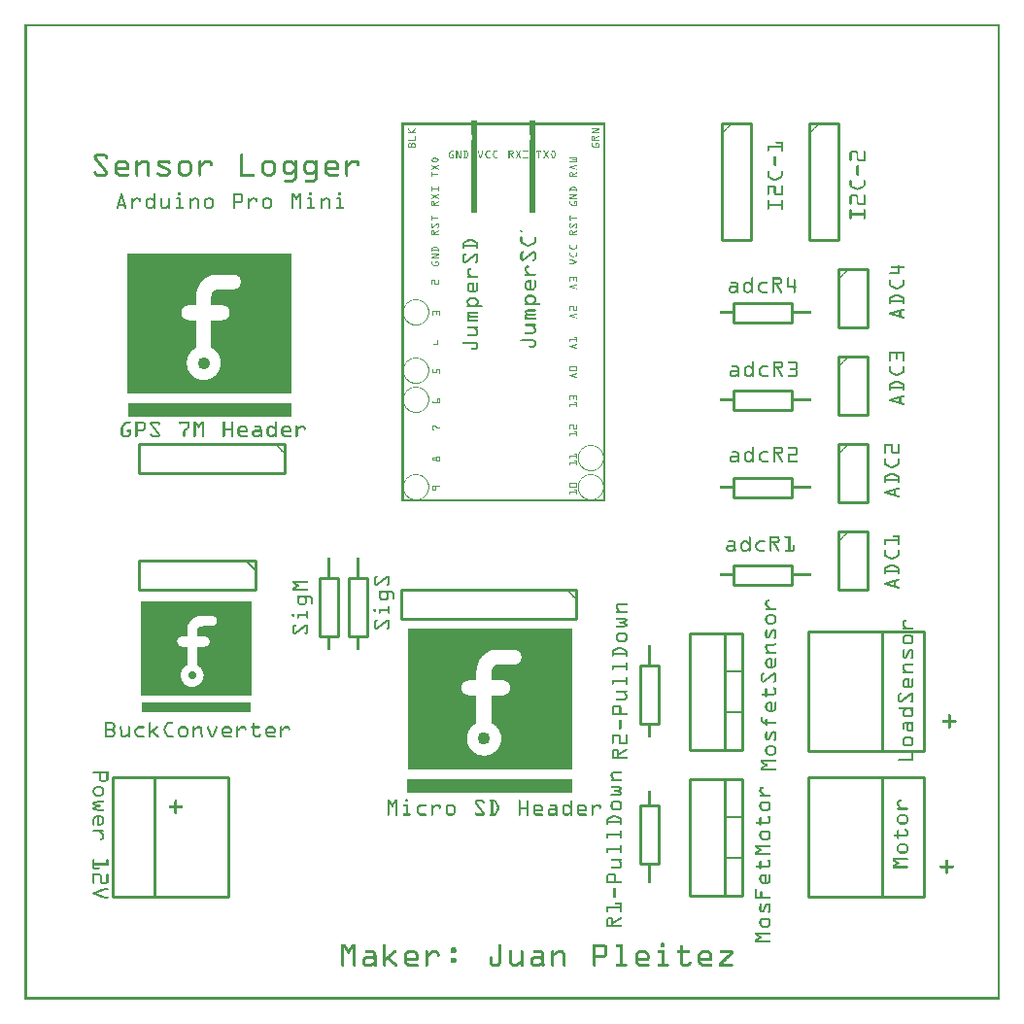
<source format=gto>
G04 MADE WITH FRITZING*
G04 WWW.FRITZING.ORG*
G04 DOUBLE SIDED*
G04 HOLES PLATED*
G04 CONTOUR ON CENTER OF CONTOUR VECTOR*
%ASAXBY*%
%FSLAX23Y23*%
%MOIN*%
%OFA0B0*%
%SFA1.0B1.0*%
%ADD10C,0.042713*%
%ADD11C,0.028570*%
%ADD12C,0.042466*%
%ADD13R,0.565271X0.050788*%
%ADD14R,0.378099X0.033971*%
%ADD15R,0.562011X0.050495*%
%ADD16C,0.010000*%
%ADD17C,0.005000*%
%ADD18C,0.010417*%
%ADD19R,0.001000X0.001000*%
%LNSILK1*%
G90*
G70*
G54D10*
X1577Y896D03*
G54D11*
X575Y1112D03*
G54D12*
X615Y2184D03*
G54D13*
X1597Y734D03*
G54D14*
X589Y1004D03*
G54D15*
X635Y2023D03*
G54D16*
X1894Y1408D02*
X1294Y1408D01*
D02*
X1294Y1408D02*
X1294Y1308D01*
D02*
X1294Y1308D02*
X1894Y1308D01*
D02*
X1894Y1308D02*
X1894Y1408D01*
D02*
X2464Y758D02*
X2464Y358D01*
D02*
X2464Y358D02*
X2284Y358D01*
D02*
X2284Y358D02*
X2284Y758D01*
D02*
X2284Y758D02*
X2464Y758D01*
D02*
X2464Y758D02*
X2464Y358D01*
D02*
X2464Y358D02*
X2404Y358D01*
D02*
X2404Y358D02*
X2404Y758D01*
D02*
X2404Y758D02*
X2464Y758D01*
G54D17*
D02*
X2464Y628D02*
X2404Y628D01*
D02*
X2464Y488D02*
X2404Y488D01*
G54D18*
D02*
X2689Y1263D02*
X2689Y852D01*
D02*
X2689Y852D02*
X3085Y852D01*
D02*
X3085Y852D02*
X3085Y1263D01*
D02*
X3085Y1263D02*
X2689Y1263D01*
D02*
X2942Y852D02*
X2942Y1263D01*
D02*
X2689Y763D02*
X2689Y352D01*
D02*
X2689Y352D02*
X3085Y352D01*
D02*
X3085Y352D02*
X3085Y763D01*
D02*
X3085Y763D02*
X2689Y763D01*
D02*
X2942Y352D02*
X2942Y763D01*
D02*
X699Y353D02*
X699Y764D01*
D02*
X699Y764D02*
X303Y764D01*
D02*
X303Y764D02*
X303Y353D01*
D02*
X303Y353D02*
X699Y353D01*
D02*
X445Y764D02*
X445Y353D01*
G54D16*
D02*
X2177Y1148D02*
X2177Y948D01*
D02*
X2177Y948D02*
X2111Y948D01*
D02*
X2111Y948D02*
X2111Y1148D01*
D02*
X2111Y1148D02*
X2177Y1148D01*
D02*
X2111Y467D02*
X2111Y667D01*
D02*
X2111Y667D02*
X2177Y667D01*
D02*
X2177Y667D02*
X2177Y467D01*
D02*
X2177Y467D02*
X2111Y467D01*
D02*
X1177Y1448D02*
X1177Y1248D01*
D02*
X1177Y1248D02*
X1111Y1248D01*
D02*
X1111Y1248D02*
X1111Y1448D01*
D02*
X1111Y1448D02*
X1177Y1448D01*
D02*
X1077Y1448D02*
X1077Y1248D01*
D02*
X1077Y1248D02*
X1011Y1248D01*
D02*
X1011Y1248D02*
X1011Y1448D01*
D02*
X1011Y1448D02*
X1077Y1448D01*
D02*
X894Y1908D02*
X394Y1908D01*
D02*
X394Y1908D02*
X394Y1808D01*
D02*
X394Y1808D02*
X894Y1808D01*
D02*
X894Y1808D02*
X894Y1908D01*
D02*
X2794Y2508D02*
X2794Y2308D01*
D02*
X2794Y2308D02*
X2894Y2308D01*
D02*
X2894Y2308D02*
X2894Y2508D01*
D02*
X2894Y2508D02*
X2794Y2508D01*
D02*
X2794Y2208D02*
X2794Y2008D01*
D02*
X2794Y2008D02*
X2894Y2008D01*
D02*
X2894Y2008D02*
X2894Y2208D01*
D02*
X2894Y2208D02*
X2794Y2208D01*
D02*
X2794Y1908D02*
X2794Y1708D01*
D02*
X2794Y1708D02*
X2894Y1708D01*
D02*
X2894Y1708D02*
X2894Y1908D01*
D02*
X2894Y1908D02*
X2794Y1908D01*
D02*
X2794Y1608D02*
X2794Y1408D01*
D02*
X2794Y1408D02*
X2894Y1408D01*
D02*
X2894Y1408D02*
X2894Y1608D01*
D02*
X2894Y1608D02*
X2794Y1608D01*
D02*
X2634Y1425D02*
X2434Y1425D01*
D02*
X2434Y1425D02*
X2434Y1491D01*
D02*
X2434Y1491D02*
X2634Y1491D01*
D02*
X2634Y1491D02*
X2634Y1425D01*
D02*
X2634Y1725D02*
X2434Y1725D01*
D02*
X2434Y1725D02*
X2434Y1791D01*
D02*
X2434Y1791D02*
X2634Y1791D01*
D02*
X2634Y1791D02*
X2634Y1725D01*
D02*
X2634Y2025D02*
X2434Y2025D01*
D02*
X2434Y2025D02*
X2434Y2091D01*
D02*
X2434Y2091D02*
X2634Y2091D01*
D02*
X2634Y2091D02*
X2634Y2025D01*
D02*
X2634Y2325D02*
X2434Y2325D01*
D02*
X2434Y2325D02*
X2434Y2391D01*
D02*
X2434Y2391D02*
X2634Y2391D01*
D02*
X2634Y2391D02*
X2634Y2325D01*
D02*
X2394Y3008D02*
X2394Y2608D01*
D02*
X2394Y2608D02*
X2494Y2608D01*
D02*
X2494Y2608D02*
X2494Y3008D01*
D02*
X2494Y3008D02*
X2394Y3008D01*
D02*
X2694Y3008D02*
X2694Y2608D01*
D02*
X2694Y2608D02*
X2794Y2608D01*
D02*
X2794Y2608D02*
X2794Y3008D01*
D02*
X2794Y3008D02*
X2694Y3008D01*
D02*
X794Y1508D02*
X394Y1508D01*
D02*
X394Y1508D02*
X394Y1408D01*
D02*
X394Y1408D02*
X794Y1408D01*
D02*
X794Y1408D02*
X794Y1508D01*
G54D17*
D02*
X759Y1508D02*
X794Y1473D01*
G54D16*
D02*
X2464Y1258D02*
X2464Y858D01*
D02*
X2464Y858D02*
X2284Y858D01*
D02*
X2284Y858D02*
X2284Y1258D01*
D02*
X2284Y1258D02*
X2464Y1258D01*
D02*
X2464Y1258D02*
X2464Y858D01*
D02*
X2464Y858D02*
X2404Y858D01*
D02*
X2404Y858D02*
X2404Y1258D01*
D02*
X2404Y1258D02*
X2464Y1258D01*
G54D17*
D02*
X2464Y1128D02*
X2404Y1128D01*
D02*
X2464Y988D02*
X2404Y988D01*
G54D19*
X0Y3346D02*
X3345Y3346D01*
X0Y3345D02*
X3345Y3345D01*
X0Y3344D02*
X3345Y3344D01*
X0Y3343D02*
X3345Y3343D01*
X0Y3342D02*
X3345Y3342D01*
X0Y3341D02*
X3345Y3341D01*
X0Y3340D02*
X3345Y3340D01*
X0Y3339D02*
X3345Y3339D01*
X0Y3338D02*
X7Y3338D01*
X3338Y3338D02*
X3345Y3338D01*
X0Y3337D02*
X7Y3337D01*
X3338Y3337D02*
X3345Y3337D01*
X0Y3336D02*
X7Y3336D01*
X3338Y3336D02*
X3345Y3336D01*
X0Y3335D02*
X7Y3335D01*
X3338Y3335D02*
X3345Y3335D01*
X0Y3334D02*
X7Y3334D01*
X3338Y3334D02*
X3345Y3334D01*
X0Y3333D02*
X7Y3333D01*
X3338Y3333D02*
X3345Y3333D01*
X0Y3332D02*
X7Y3332D01*
X3338Y3332D02*
X3345Y3332D01*
X0Y3331D02*
X7Y3331D01*
X3338Y3331D02*
X3345Y3331D01*
X0Y3330D02*
X7Y3330D01*
X3338Y3330D02*
X3345Y3330D01*
X0Y3329D02*
X7Y3329D01*
X3338Y3329D02*
X3345Y3329D01*
X0Y3328D02*
X7Y3328D01*
X3338Y3328D02*
X3345Y3328D01*
X0Y3327D02*
X7Y3327D01*
X3338Y3327D02*
X3345Y3327D01*
X0Y3326D02*
X7Y3326D01*
X3338Y3326D02*
X3345Y3326D01*
X0Y3325D02*
X7Y3325D01*
X3338Y3325D02*
X3345Y3325D01*
X0Y3324D02*
X7Y3324D01*
X3338Y3324D02*
X3345Y3324D01*
X0Y3323D02*
X7Y3323D01*
X3338Y3323D02*
X3345Y3323D01*
X0Y3322D02*
X7Y3322D01*
X3338Y3322D02*
X3345Y3322D01*
X0Y3321D02*
X7Y3321D01*
X3338Y3321D02*
X3345Y3321D01*
X0Y3320D02*
X7Y3320D01*
X3338Y3320D02*
X3345Y3320D01*
X0Y3319D02*
X7Y3319D01*
X3338Y3319D02*
X3345Y3319D01*
X0Y3318D02*
X7Y3318D01*
X3338Y3318D02*
X3345Y3318D01*
X0Y3317D02*
X7Y3317D01*
X3338Y3317D02*
X3345Y3317D01*
X0Y3316D02*
X7Y3316D01*
X3338Y3316D02*
X3345Y3316D01*
X0Y3315D02*
X7Y3315D01*
X3338Y3315D02*
X3345Y3315D01*
X0Y3314D02*
X7Y3314D01*
X3338Y3314D02*
X3345Y3314D01*
X0Y3313D02*
X7Y3313D01*
X3338Y3313D02*
X3345Y3313D01*
X0Y3312D02*
X7Y3312D01*
X3338Y3312D02*
X3345Y3312D01*
X0Y3311D02*
X7Y3311D01*
X3338Y3311D02*
X3345Y3311D01*
X0Y3310D02*
X7Y3310D01*
X3338Y3310D02*
X3345Y3310D01*
X0Y3309D02*
X7Y3309D01*
X3338Y3309D02*
X3345Y3309D01*
X0Y3308D02*
X7Y3308D01*
X3338Y3308D02*
X3345Y3308D01*
X0Y3307D02*
X7Y3307D01*
X3338Y3307D02*
X3345Y3307D01*
X0Y3306D02*
X7Y3306D01*
X3338Y3306D02*
X3345Y3306D01*
X0Y3305D02*
X7Y3305D01*
X3338Y3305D02*
X3345Y3305D01*
X0Y3304D02*
X7Y3304D01*
X3338Y3304D02*
X3345Y3304D01*
X0Y3303D02*
X7Y3303D01*
X3338Y3303D02*
X3345Y3303D01*
X0Y3302D02*
X7Y3302D01*
X3338Y3302D02*
X3345Y3302D01*
X0Y3301D02*
X7Y3301D01*
X3338Y3301D02*
X3345Y3301D01*
X0Y3300D02*
X7Y3300D01*
X3338Y3300D02*
X3345Y3300D01*
X0Y3299D02*
X7Y3299D01*
X3338Y3299D02*
X3345Y3299D01*
X0Y3298D02*
X7Y3298D01*
X3338Y3298D02*
X3345Y3298D01*
X0Y3297D02*
X7Y3297D01*
X3338Y3297D02*
X3345Y3297D01*
X0Y3296D02*
X7Y3296D01*
X3338Y3296D02*
X3345Y3296D01*
X0Y3295D02*
X7Y3295D01*
X3338Y3295D02*
X3345Y3295D01*
X0Y3294D02*
X7Y3294D01*
X3338Y3294D02*
X3345Y3294D01*
X0Y3293D02*
X7Y3293D01*
X3338Y3293D02*
X3345Y3293D01*
X0Y3292D02*
X7Y3292D01*
X3338Y3292D02*
X3345Y3292D01*
X0Y3291D02*
X7Y3291D01*
X3338Y3291D02*
X3345Y3291D01*
X0Y3290D02*
X7Y3290D01*
X3338Y3290D02*
X3345Y3290D01*
X0Y3289D02*
X7Y3289D01*
X3338Y3289D02*
X3345Y3289D01*
X0Y3288D02*
X7Y3288D01*
X3338Y3288D02*
X3345Y3288D01*
X0Y3287D02*
X7Y3287D01*
X3338Y3287D02*
X3345Y3287D01*
X0Y3286D02*
X7Y3286D01*
X3338Y3286D02*
X3345Y3286D01*
X0Y3285D02*
X7Y3285D01*
X3338Y3285D02*
X3345Y3285D01*
X0Y3284D02*
X7Y3284D01*
X3338Y3284D02*
X3345Y3284D01*
X0Y3283D02*
X7Y3283D01*
X3338Y3283D02*
X3345Y3283D01*
X0Y3282D02*
X7Y3282D01*
X3338Y3282D02*
X3345Y3282D01*
X0Y3281D02*
X7Y3281D01*
X3338Y3281D02*
X3345Y3281D01*
X0Y3280D02*
X7Y3280D01*
X3338Y3280D02*
X3345Y3280D01*
X0Y3279D02*
X7Y3279D01*
X3338Y3279D02*
X3345Y3279D01*
X0Y3278D02*
X7Y3278D01*
X3338Y3278D02*
X3345Y3278D01*
X0Y3277D02*
X7Y3277D01*
X3338Y3277D02*
X3345Y3277D01*
X0Y3276D02*
X7Y3276D01*
X3338Y3276D02*
X3345Y3276D01*
X0Y3275D02*
X7Y3275D01*
X3338Y3275D02*
X3345Y3275D01*
X0Y3274D02*
X7Y3274D01*
X3338Y3274D02*
X3345Y3274D01*
X0Y3273D02*
X7Y3273D01*
X3338Y3273D02*
X3345Y3273D01*
X0Y3272D02*
X7Y3272D01*
X3338Y3272D02*
X3345Y3272D01*
X0Y3271D02*
X7Y3271D01*
X3338Y3271D02*
X3345Y3271D01*
X0Y3270D02*
X7Y3270D01*
X3338Y3270D02*
X3345Y3270D01*
X0Y3269D02*
X7Y3269D01*
X3338Y3269D02*
X3345Y3269D01*
X0Y3268D02*
X7Y3268D01*
X3338Y3268D02*
X3345Y3268D01*
X0Y3267D02*
X7Y3267D01*
X3338Y3267D02*
X3345Y3267D01*
X0Y3266D02*
X7Y3266D01*
X3338Y3266D02*
X3345Y3266D01*
X0Y3265D02*
X7Y3265D01*
X3338Y3265D02*
X3345Y3265D01*
X0Y3264D02*
X7Y3264D01*
X3338Y3264D02*
X3345Y3264D01*
X0Y3263D02*
X7Y3263D01*
X3338Y3263D02*
X3345Y3263D01*
X0Y3262D02*
X7Y3262D01*
X3338Y3262D02*
X3345Y3262D01*
X0Y3261D02*
X7Y3261D01*
X3338Y3261D02*
X3345Y3261D01*
X0Y3260D02*
X7Y3260D01*
X3338Y3260D02*
X3345Y3260D01*
X0Y3259D02*
X7Y3259D01*
X3338Y3259D02*
X3345Y3259D01*
X0Y3258D02*
X7Y3258D01*
X3338Y3258D02*
X3345Y3258D01*
X0Y3257D02*
X7Y3257D01*
X3338Y3257D02*
X3345Y3257D01*
X0Y3256D02*
X7Y3256D01*
X3338Y3256D02*
X3345Y3256D01*
X0Y3255D02*
X7Y3255D01*
X3338Y3255D02*
X3345Y3255D01*
X0Y3254D02*
X7Y3254D01*
X3338Y3254D02*
X3345Y3254D01*
X0Y3253D02*
X7Y3253D01*
X3338Y3253D02*
X3345Y3253D01*
X0Y3252D02*
X7Y3252D01*
X3338Y3252D02*
X3345Y3252D01*
X0Y3251D02*
X7Y3251D01*
X3338Y3251D02*
X3345Y3251D01*
X0Y3250D02*
X7Y3250D01*
X3338Y3250D02*
X3345Y3250D01*
X0Y3249D02*
X7Y3249D01*
X3338Y3249D02*
X3345Y3249D01*
X0Y3248D02*
X7Y3248D01*
X3338Y3248D02*
X3345Y3248D01*
X0Y3247D02*
X7Y3247D01*
X3338Y3247D02*
X3345Y3247D01*
X0Y3246D02*
X7Y3246D01*
X3338Y3246D02*
X3345Y3246D01*
X0Y3245D02*
X7Y3245D01*
X3338Y3245D02*
X3345Y3245D01*
X0Y3244D02*
X7Y3244D01*
X3338Y3244D02*
X3345Y3244D01*
X0Y3243D02*
X7Y3243D01*
X3338Y3243D02*
X3345Y3243D01*
X0Y3242D02*
X7Y3242D01*
X3338Y3242D02*
X3345Y3242D01*
X0Y3241D02*
X7Y3241D01*
X3338Y3241D02*
X3345Y3241D01*
X0Y3240D02*
X7Y3240D01*
X3338Y3240D02*
X3345Y3240D01*
X0Y3239D02*
X7Y3239D01*
X3338Y3239D02*
X3345Y3239D01*
X0Y3238D02*
X7Y3238D01*
X3338Y3238D02*
X3345Y3238D01*
X0Y3237D02*
X7Y3237D01*
X3338Y3237D02*
X3345Y3237D01*
X0Y3236D02*
X7Y3236D01*
X3338Y3236D02*
X3345Y3236D01*
X0Y3235D02*
X7Y3235D01*
X3338Y3235D02*
X3345Y3235D01*
X0Y3234D02*
X7Y3234D01*
X3338Y3234D02*
X3345Y3234D01*
X0Y3233D02*
X7Y3233D01*
X3338Y3233D02*
X3345Y3233D01*
X0Y3232D02*
X7Y3232D01*
X3338Y3232D02*
X3345Y3232D01*
X0Y3231D02*
X7Y3231D01*
X3338Y3231D02*
X3345Y3231D01*
X0Y3230D02*
X7Y3230D01*
X3338Y3230D02*
X3345Y3230D01*
X0Y3229D02*
X7Y3229D01*
X3338Y3229D02*
X3345Y3229D01*
X0Y3228D02*
X7Y3228D01*
X3338Y3228D02*
X3345Y3228D01*
X0Y3227D02*
X7Y3227D01*
X3338Y3227D02*
X3345Y3227D01*
X0Y3226D02*
X7Y3226D01*
X3338Y3226D02*
X3345Y3226D01*
X0Y3225D02*
X7Y3225D01*
X3338Y3225D02*
X3345Y3225D01*
X0Y3224D02*
X7Y3224D01*
X3338Y3224D02*
X3345Y3224D01*
X0Y3223D02*
X7Y3223D01*
X3338Y3223D02*
X3345Y3223D01*
X0Y3222D02*
X7Y3222D01*
X3338Y3222D02*
X3345Y3222D01*
X0Y3221D02*
X7Y3221D01*
X3338Y3221D02*
X3345Y3221D01*
X0Y3220D02*
X7Y3220D01*
X3338Y3220D02*
X3345Y3220D01*
X0Y3219D02*
X7Y3219D01*
X3338Y3219D02*
X3345Y3219D01*
X0Y3218D02*
X7Y3218D01*
X3338Y3218D02*
X3345Y3218D01*
X0Y3217D02*
X7Y3217D01*
X3338Y3217D02*
X3345Y3217D01*
X0Y3216D02*
X7Y3216D01*
X3338Y3216D02*
X3345Y3216D01*
X0Y3215D02*
X7Y3215D01*
X3338Y3215D02*
X3345Y3215D01*
X0Y3214D02*
X7Y3214D01*
X3338Y3214D02*
X3345Y3214D01*
X0Y3213D02*
X7Y3213D01*
X3338Y3213D02*
X3345Y3213D01*
X0Y3212D02*
X7Y3212D01*
X3338Y3212D02*
X3345Y3212D01*
X0Y3211D02*
X7Y3211D01*
X3338Y3211D02*
X3345Y3211D01*
X0Y3210D02*
X7Y3210D01*
X3338Y3210D02*
X3345Y3210D01*
X0Y3209D02*
X7Y3209D01*
X3338Y3209D02*
X3345Y3209D01*
X0Y3208D02*
X7Y3208D01*
X3338Y3208D02*
X3345Y3208D01*
X0Y3207D02*
X7Y3207D01*
X3338Y3207D02*
X3345Y3207D01*
X0Y3206D02*
X7Y3206D01*
X3338Y3206D02*
X3345Y3206D01*
X0Y3205D02*
X7Y3205D01*
X3338Y3205D02*
X3345Y3205D01*
X0Y3204D02*
X7Y3204D01*
X3338Y3204D02*
X3345Y3204D01*
X0Y3203D02*
X7Y3203D01*
X3338Y3203D02*
X3345Y3203D01*
X0Y3202D02*
X7Y3202D01*
X3338Y3202D02*
X3345Y3202D01*
X0Y3201D02*
X7Y3201D01*
X3338Y3201D02*
X3345Y3201D01*
X0Y3200D02*
X7Y3200D01*
X3338Y3200D02*
X3345Y3200D01*
X0Y3199D02*
X7Y3199D01*
X3338Y3199D02*
X3345Y3199D01*
X0Y3198D02*
X7Y3198D01*
X3338Y3198D02*
X3345Y3198D01*
X0Y3197D02*
X7Y3197D01*
X3338Y3197D02*
X3345Y3197D01*
X0Y3196D02*
X7Y3196D01*
X3338Y3196D02*
X3345Y3196D01*
X0Y3195D02*
X7Y3195D01*
X3338Y3195D02*
X3345Y3195D01*
X0Y3194D02*
X7Y3194D01*
X3338Y3194D02*
X3345Y3194D01*
X0Y3193D02*
X7Y3193D01*
X3338Y3193D02*
X3345Y3193D01*
X0Y3192D02*
X7Y3192D01*
X3338Y3192D02*
X3345Y3192D01*
X0Y3191D02*
X7Y3191D01*
X3338Y3191D02*
X3345Y3191D01*
X0Y3190D02*
X7Y3190D01*
X3338Y3190D02*
X3345Y3190D01*
X0Y3189D02*
X7Y3189D01*
X3338Y3189D02*
X3345Y3189D01*
X0Y3188D02*
X7Y3188D01*
X3338Y3188D02*
X3345Y3188D01*
X0Y3187D02*
X7Y3187D01*
X3338Y3187D02*
X3345Y3187D01*
X0Y3186D02*
X7Y3186D01*
X3338Y3186D02*
X3345Y3186D01*
X0Y3185D02*
X7Y3185D01*
X3338Y3185D02*
X3345Y3185D01*
X0Y3184D02*
X7Y3184D01*
X3338Y3184D02*
X3345Y3184D01*
X0Y3183D02*
X7Y3183D01*
X3338Y3183D02*
X3345Y3183D01*
X0Y3182D02*
X7Y3182D01*
X3338Y3182D02*
X3345Y3182D01*
X0Y3181D02*
X7Y3181D01*
X3338Y3181D02*
X3345Y3181D01*
X0Y3180D02*
X7Y3180D01*
X3338Y3180D02*
X3345Y3180D01*
X0Y3179D02*
X7Y3179D01*
X3338Y3179D02*
X3345Y3179D01*
X0Y3178D02*
X7Y3178D01*
X3338Y3178D02*
X3345Y3178D01*
X0Y3177D02*
X7Y3177D01*
X3338Y3177D02*
X3345Y3177D01*
X0Y3176D02*
X7Y3176D01*
X3338Y3176D02*
X3345Y3176D01*
X0Y3175D02*
X7Y3175D01*
X3338Y3175D02*
X3345Y3175D01*
X0Y3174D02*
X7Y3174D01*
X3338Y3174D02*
X3345Y3174D01*
X0Y3173D02*
X7Y3173D01*
X3338Y3173D02*
X3345Y3173D01*
X0Y3172D02*
X7Y3172D01*
X3338Y3172D02*
X3345Y3172D01*
X0Y3171D02*
X7Y3171D01*
X3338Y3171D02*
X3345Y3171D01*
X0Y3170D02*
X7Y3170D01*
X3338Y3170D02*
X3345Y3170D01*
X0Y3169D02*
X7Y3169D01*
X3338Y3169D02*
X3345Y3169D01*
X0Y3168D02*
X7Y3168D01*
X3338Y3168D02*
X3345Y3168D01*
X0Y3167D02*
X7Y3167D01*
X3338Y3167D02*
X3345Y3167D01*
X0Y3166D02*
X7Y3166D01*
X3338Y3166D02*
X3345Y3166D01*
X0Y3165D02*
X7Y3165D01*
X3338Y3165D02*
X3345Y3165D01*
X0Y3164D02*
X7Y3164D01*
X3338Y3164D02*
X3345Y3164D01*
X0Y3163D02*
X7Y3163D01*
X3338Y3163D02*
X3345Y3163D01*
X0Y3162D02*
X7Y3162D01*
X3338Y3162D02*
X3345Y3162D01*
X0Y3161D02*
X7Y3161D01*
X3338Y3161D02*
X3345Y3161D01*
X0Y3160D02*
X7Y3160D01*
X3338Y3160D02*
X3345Y3160D01*
X0Y3159D02*
X7Y3159D01*
X3338Y3159D02*
X3345Y3159D01*
X0Y3158D02*
X7Y3158D01*
X3338Y3158D02*
X3345Y3158D01*
X0Y3157D02*
X7Y3157D01*
X3338Y3157D02*
X3345Y3157D01*
X0Y3156D02*
X7Y3156D01*
X3338Y3156D02*
X3345Y3156D01*
X0Y3155D02*
X7Y3155D01*
X3338Y3155D02*
X3345Y3155D01*
X0Y3154D02*
X7Y3154D01*
X3338Y3154D02*
X3345Y3154D01*
X0Y3153D02*
X7Y3153D01*
X3338Y3153D02*
X3345Y3153D01*
X0Y3152D02*
X7Y3152D01*
X3338Y3152D02*
X3345Y3152D01*
X0Y3151D02*
X7Y3151D01*
X3338Y3151D02*
X3345Y3151D01*
X0Y3150D02*
X7Y3150D01*
X3338Y3150D02*
X3345Y3150D01*
X0Y3149D02*
X7Y3149D01*
X3338Y3149D02*
X3345Y3149D01*
X0Y3148D02*
X7Y3148D01*
X3338Y3148D02*
X3345Y3148D01*
X0Y3147D02*
X7Y3147D01*
X3338Y3147D02*
X3345Y3147D01*
X0Y3146D02*
X7Y3146D01*
X3338Y3146D02*
X3345Y3146D01*
X0Y3145D02*
X7Y3145D01*
X3338Y3145D02*
X3345Y3145D01*
X0Y3144D02*
X7Y3144D01*
X3338Y3144D02*
X3345Y3144D01*
X0Y3143D02*
X7Y3143D01*
X3338Y3143D02*
X3345Y3143D01*
X0Y3142D02*
X7Y3142D01*
X3338Y3142D02*
X3345Y3142D01*
X0Y3141D02*
X7Y3141D01*
X3338Y3141D02*
X3345Y3141D01*
X0Y3140D02*
X7Y3140D01*
X3338Y3140D02*
X3345Y3140D01*
X0Y3139D02*
X7Y3139D01*
X3338Y3139D02*
X3345Y3139D01*
X0Y3138D02*
X7Y3138D01*
X3338Y3138D02*
X3345Y3138D01*
X0Y3137D02*
X7Y3137D01*
X3338Y3137D02*
X3345Y3137D01*
X0Y3136D02*
X7Y3136D01*
X3338Y3136D02*
X3345Y3136D01*
X0Y3135D02*
X7Y3135D01*
X3338Y3135D02*
X3345Y3135D01*
X0Y3134D02*
X7Y3134D01*
X3338Y3134D02*
X3345Y3134D01*
X0Y3133D02*
X7Y3133D01*
X3338Y3133D02*
X3345Y3133D01*
X0Y3132D02*
X7Y3132D01*
X3338Y3132D02*
X3345Y3132D01*
X0Y3131D02*
X7Y3131D01*
X3338Y3131D02*
X3345Y3131D01*
X0Y3130D02*
X7Y3130D01*
X3338Y3130D02*
X3345Y3130D01*
X0Y3129D02*
X7Y3129D01*
X3338Y3129D02*
X3345Y3129D01*
X0Y3128D02*
X7Y3128D01*
X3338Y3128D02*
X3345Y3128D01*
X0Y3127D02*
X7Y3127D01*
X3338Y3127D02*
X3345Y3127D01*
X0Y3126D02*
X7Y3126D01*
X3338Y3126D02*
X3345Y3126D01*
X0Y3125D02*
X7Y3125D01*
X3338Y3125D02*
X3345Y3125D01*
X0Y3124D02*
X7Y3124D01*
X3338Y3124D02*
X3345Y3124D01*
X0Y3123D02*
X7Y3123D01*
X3338Y3123D02*
X3345Y3123D01*
X0Y3122D02*
X7Y3122D01*
X3338Y3122D02*
X3345Y3122D01*
X0Y3121D02*
X7Y3121D01*
X3338Y3121D02*
X3345Y3121D01*
X0Y3120D02*
X7Y3120D01*
X3338Y3120D02*
X3345Y3120D01*
X0Y3119D02*
X7Y3119D01*
X3338Y3119D02*
X3345Y3119D01*
X0Y3118D02*
X7Y3118D01*
X3338Y3118D02*
X3345Y3118D01*
X0Y3117D02*
X7Y3117D01*
X3338Y3117D02*
X3345Y3117D01*
X0Y3116D02*
X7Y3116D01*
X3338Y3116D02*
X3345Y3116D01*
X0Y3115D02*
X7Y3115D01*
X3338Y3115D02*
X3345Y3115D01*
X0Y3114D02*
X7Y3114D01*
X3338Y3114D02*
X3345Y3114D01*
X0Y3113D02*
X7Y3113D01*
X3338Y3113D02*
X3345Y3113D01*
X0Y3112D02*
X7Y3112D01*
X3338Y3112D02*
X3345Y3112D01*
X0Y3111D02*
X7Y3111D01*
X3338Y3111D02*
X3345Y3111D01*
X0Y3110D02*
X7Y3110D01*
X3338Y3110D02*
X3345Y3110D01*
X0Y3109D02*
X7Y3109D01*
X3338Y3109D02*
X3345Y3109D01*
X0Y3108D02*
X7Y3108D01*
X3338Y3108D02*
X3345Y3108D01*
X0Y3107D02*
X7Y3107D01*
X3338Y3107D02*
X3345Y3107D01*
X0Y3106D02*
X7Y3106D01*
X3338Y3106D02*
X3345Y3106D01*
X0Y3105D02*
X7Y3105D01*
X3338Y3105D02*
X3345Y3105D01*
X0Y3104D02*
X7Y3104D01*
X3338Y3104D02*
X3345Y3104D01*
X0Y3103D02*
X7Y3103D01*
X3338Y3103D02*
X3345Y3103D01*
X0Y3102D02*
X7Y3102D01*
X3338Y3102D02*
X3345Y3102D01*
X0Y3101D02*
X7Y3101D01*
X3338Y3101D02*
X3345Y3101D01*
X0Y3100D02*
X7Y3100D01*
X3338Y3100D02*
X3345Y3100D01*
X0Y3099D02*
X7Y3099D01*
X3338Y3099D02*
X3345Y3099D01*
X0Y3098D02*
X7Y3098D01*
X3338Y3098D02*
X3345Y3098D01*
X0Y3097D02*
X7Y3097D01*
X3338Y3097D02*
X3345Y3097D01*
X0Y3096D02*
X7Y3096D01*
X3338Y3096D02*
X3345Y3096D01*
X0Y3095D02*
X7Y3095D01*
X3338Y3095D02*
X3345Y3095D01*
X0Y3094D02*
X7Y3094D01*
X3338Y3094D02*
X3345Y3094D01*
X0Y3093D02*
X7Y3093D01*
X3338Y3093D02*
X3345Y3093D01*
X0Y3092D02*
X7Y3092D01*
X3338Y3092D02*
X3345Y3092D01*
X0Y3091D02*
X7Y3091D01*
X3338Y3091D02*
X3345Y3091D01*
X0Y3090D02*
X7Y3090D01*
X3338Y3090D02*
X3345Y3090D01*
X0Y3089D02*
X7Y3089D01*
X3338Y3089D02*
X3345Y3089D01*
X0Y3088D02*
X7Y3088D01*
X3338Y3088D02*
X3345Y3088D01*
X0Y3087D02*
X7Y3087D01*
X3338Y3087D02*
X3345Y3087D01*
X0Y3086D02*
X7Y3086D01*
X3338Y3086D02*
X3345Y3086D01*
X0Y3085D02*
X7Y3085D01*
X3338Y3085D02*
X3345Y3085D01*
X0Y3084D02*
X7Y3084D01*
X3338Y3084D02*
X3345Y3084D01*
X0Y3083D02*
X7Y3083D01*
X3338Y3083D02*
X3345Y3083D01*
X0Y3082D02*
X7Y3082D01*
X3338Y3082D02*
X3345Y3082D01*
X0Y3081D02*
X7Y3081D01*
X3338Y3081D02*
X3345Y3081D01*
X0Y3080D02*
X7Y3080D01*
X3338Y3080D02*
X3345Y3080D01*
X0Y3079D02*
X7Y3079D01*
X3338Y3079D02*
X3345Y3079D01*
X0Y3078D02*
X7Y3078D01*
X3338Y3078D02*
X3345Y3078D01*
X0Y3077D02*
X7Y3077D01*
X3338Y3077D02*
X3345Y3077D01*
X0Y3076D02*
X7Y3076D01*
X3338Y3076D02*
X3345Y3076D01*
X0Y3075D02*
X7Y3075D01*
X3338Y3075D02*
X3345Y3075D01*
X0Y3074D02*
X7Y3074D01*
X3338Y3074D02*
X3345Y3074D01*
X0Y3073D02*
X7Y3073D01*
X3338Y3073D02*
X3345Y3073D01*
X0Y3072D02*
X7Y3072D01*
X3338Y3072D02*
X3345Y3072D01*
X0Y3071D02*
X7Y3071D01*
X3338Y3071D02*
X3345Y3071D01*
X0Y3070D02*
X7Y3070D01*
X3338Y3070D02*
X3345Y3070D01*
X0Y3069D02*
X7Y3069D01*
X3338Y3069D02*
X3345Y3069D01*
X0Y3068D02*
X7Y3068D01*
X3338Y3068D02*
X3345Y3068D01*
X0Y3067D02*
X7Y3067D01*
X3338Y3067D02*
X3345Y3067D01*
X0Y3066D02*
X7Y3066D01*
X3338Y3066D02*
X3345Y3066D01*
X0Y3065D02*
X7Y3065D01*
X3338Y3065D02*
X3345Y3065D01*
X0Y3064D02*
X7Y3064D01*
X3338Y3064D02*
X3345Y3064D01*
X0Y3063D02*
X7Y3063D01*
X3338Y3063D02*
X3345Y3063D01*
X0Y3062D02*
X7Y3062D01*
X3338Y3062D02*
X3345Y3062D01*
X0Y3061D02*
X7Y3061D01*
X3338Y3061D02*
X3345Y3061D01*
X0Y3060D02*
X7Y3060D01*
X3338Y3060D02*
X3345Y3060D01*
X0Y3059D02*
X7Y3059D01*
X3338Y3059D02*
X3345Y3059D01*
X0Y3058D02*
X7Y3058D01*
X3338Y3058D02*
X3345Y3058D01*
X0Y3057D02*
X7Y3057D01*
X3338Y3057D02*
X3345Y3057D01*
X0Y3056D02*
X7Y3056D01*
X3338Y3056D02*
X3345Y3056D01*
X0Y3055D02*
X7Y3055D01*
X3338Y3055D02*
X3345Y3055D01*
X0Y3054D02*
X7Y3054D01*
X3338Y3054D02*
X3345Y3054D01*
X0Y3053D02*
X7Y3053D01*
X3338Y3053D02*
X3345Y3053D01*
X0Y3052D02*
X7Y3052D01*
X3338Y3052D02*
X3345Y3052D01*
X0Y3051D02*
X7Y3051D01*
X3338Y3051D02*
X3345Y3051D01*
X0Y3050D02*
X7Y3050D01*
X3338Y3050D02*
X3345Y3050D01*
X0Y3049D02*
X7Y3049D01*
X3338Y3049D02*
X3345Y3049D01*
X0Y3048D02*
X7Y3048D01*
X3338Y3048D02*
X3345Y3048D01*
X0Y3047D02*
X7Y3047D01*
X3338Y3047D02*
X3345Y3047D01*
X0Y3046D02*
X7Y3046D01*
X3338Y3046D02*
X3345Y3046D01*
X0Y3045D02*
X7Y3045D01*
X3338Y3045D02*
X3345Y3045D01*
X0Y3044D02*
X7Y3044D01*
X3338Y3044D02*
X3345Y3044D01*
X0Y3043D02*
X7Y3043D01*
X3338Y3043D02*
X3345Y3043D01*
X0Y3042D02*
X7Y3042D01*
X3338Y3042D02*
X3345Y3042D01*
X0Y3041D02*
X7Y3041D01*
X3338Y3041D02*
X3345Y3041D01*
X0Y3040D02*
X7Y3040D01*
X3338Y3040D02*
X3345Y3040D01*
X0Y3039D02*
X7Y3039D01*
X3338Y3039D02*
X3345Y3039D01*
X0Y3038D02*
X7Y3038D01*
X3338Y3038D02*
X3345Y3038D01*
X0Y3037D02*
X7Y3037D01*
X3338Y3037D02*
X3345Y3037D01*
X0Y3036D02*
X7Y3036D01*
X3338Y3036D02*
X3345Y3036D01*
X0Y3035D02*
X7Y3035D01*
X3338Y3035D02*
X3345Y3035D01*
X0Y3034D02*
X7Y3034D01*
X3338Y3034D02*
X3345Y3034D01*
X0Y3033D02*
X7Y3033D01*
X3338Y3033D02*
X3345Y3033D01*
X0Y3032D02*
X7Y3032D01*
X3338Y3032D02*
X3345Y3032D01*
X0Y3031D02*
X7Y3031D01*
X3338Y3031D02*
X3345Y3031D01*
X0Y3030D02*
X7Y3030D01*
X3338Y3030D02*
X3345Y3030D01*
X0Y3029D02*
X7Y3029D01*
X3338Y3029D02*
X3345Y3029D01*
X0Y3028D02*
X7Y3028D01*
X3338Y3028D02*
X3345Y3028D01*
X0Y3027D02*
X7Y3027D01*
X3338Y3027D02*
X3345Y3027D01*
X0Y3026D02*
X7Y3026D01*
X3338Y3026D02*
X3345Y3026D01*
X0Y3025D02*
X7Y3025D01*
X3338Y3025D02*
X3345Y3025D01*
X0Y3024D02*
X7Y3024D01*
X3338Y3024D02*
X3345Y3024D01*
X0Y3023D02*
X7Y3023D01*
X3338Y3023D02*
X3345Y3023D01*
X0Y3022D02*
X7Y3022D01*
X3338Y3022D02*
X3345Y3022D01*
X0Y3021D02*
X7Y3021D01*
X3338Y3021D02*
X3345Y3021D01*
X0Y3020D02*
X7Y3020D01*
X3338Y3020D02*
X3345Y3020D01*
X0Y3019D02*
X7Y3019D01*
X3338Y3019D02*
X3345Y3019D01*
X0Y3018D02*
X7Y3018D01*
X3338Y3018D02*
X3345Y3018D01*
X0Y3017D02*
X7Y3017D01*
X3338Y3017D02*
X3345Y3017D01*
X0Y3016D02*
X7Y3016D01*
X1533Y3016D02*
X1537Y3016D01*
X1549Y3016D02*
X1553Y3016D01*
X1733Y3016D02*
X1737Y3016D01*
X1749Y3016D02*
X1753Y3016D01*
X3338Y3016D02*
X3345Y3016D01*
X0Y3015D02*
X7Y3015D01*
X1533Y3015D02*
X1553Y3015D01*
X1733Y3015D02*
X1753Y3015D01*
X3338Y3015D02*
X3345Y3015D01*
X0Y3014D02*
X7Y3014D01*
X1533Y3014D02*
X1553Y3014D01*
X1733Y3014D02*
X1753Y3014D01*
X3338Y3014D02*
X3345Y3014D01*
X0Y3013D02*
X7Y3013D01*
X1533Y3013D02*
X1553Y3013D01*
X1733Y3013D02*
X1753Y3013D01*
X3338Y3013D02*
X3345Y3013D01*
X0Y3012D02*
X7Y3012D01*
X1533Y3012D02*
X1553Y3012D01*
X1733Y3012D02*
X1753Y3012D01*
X3338Y3012D02*
X3345Y3012D01*
X0Y3011D02*
X7Y3011D01*
X1533Y3011D02*
X1553Y3011D01*
X1733Y3011D02*
X1753Y3011D01*
X3338Y3011D02*
X3345Y3011D01*
X0Y3010D02*
X7Y3010D01*
X1533Y3010D02*
X1553Y3010D01*
X1733Y3010D02*
X1753Y3010D01*
X3338Y3010D02*
X3345Y3010D01*
X0Y3009D02*
X7Y3009D01*
X1533Y3009D02*
X1553Y3009D01*
X1733Y3009D02*
X1753Y3009D01*
X2426Y3009D02*
X2427Y3009D01*
X2726Y3009D02*
X2727Y3009D01*
X3338Y3009D02*
X3345Y3009D01*
X0Y3008D02*
X7Y3008D01*
X1294Y3008D02*
X1992Y3008D01*
X2425Y3008D02*
X2428Y3008D01*
X2725Y3008D02*
X2728Y3008D01*
X3338Y3008D02*
X3345Y3008D01*
X0Y3007D02*
X7Y3007D01*
X1294Y3007D02*
X1993Y3007D01*
X2424Y3007D02*
X2429Y3007D01*
X2724Y3007D02*
X2729Y3007D01*
X3338Y3007D02*
X3345Y3007D01*
X0Y3006D02*
X7Y3006D01*
X1294Y3006D02*
X1993Y3006D01*
X2423Y3006D02*
X2429Y3006D01*
X2723Y3006D02*
X2729Y3006D01*
X3338Y3006D02*
X3345Y3006D01*
X0Y3005D02*
X7Y3005D01*
X1294Y3005D02*
X1993Y3005D01*
X2422Y3005D02*
X2428Y3005D01*
X2722Y3005D02*
X2728Y3005D01*
X3338Y3005D02*
X3345Y3005D01*
X0Y3004D02*
X7Y3004D01*
X1294Y3004D02*
X1993Y3004D01*
X2421Y3004D02*
X2427Y3004D01*
X2721Y3004D02*
X2727Y3004D01*
X3338Y3004D02*
X3345Y3004D01*
X0Y3003D02*
X7Y3003D01*
X1294Y3003D02*
X1993Y3003D01*
X2420Y3003D02*
X2426Y3003D01*
X2720Y3003D02*
X2726Y3003D01*
X3338Y3003D02*
X3345Y3003D01*
X0Y3002D02*
X7Y3002D01*
X1294Y3002D02*
X1993Y3002D01*
X2419Y3002D02*
X2425Y3002D01*
X2719Y3002D02*
X2725Y3002D01*
X3338Y3002D02*
X3345Y3002D01*
X0Y3001D02*
X7Y3001D01*
X1294Y3001D02*
X1993Y3001D01*
X2418Y3001D02*
X2424Y3001D01*
X2718Y3001D02*
X2724Y3001D01*
X3338Y3001D02*
X3345Y3001D01*
X0Y3000D02*
X7Y3000D01*
X1294Y3000D02*
X1301Y3000D01*
X1533Y3000D02*
X1553Y3000D01*
X1733Y3000D02*
X1753Y3000D01*
X1985Y3000D02*
X1993Y3000D01*
X2417Y3000D02*
X2423Y3000D01*
X2717Y3000D02*
X2723Y3000D01*
X3338Y3000D02*
X3345Y3000D01*
X0Y2999D02*
X7Y2999D01*
X1294Y2999D02*
X1301Y2999D01*
X1533Y2999D02*
X1553Y2999D01*
X1733Y2999D02*
X1753Y2999D01*
X1986Y2999D02*
X1993Y2999D01*
X2416Y2999D02*
X2422Y2999D01*
X2716Y2999D02*
X2722Y2999D01*
X3338Y2999D02*
X3345Y2999D01*
X0Y2998D02*
X7Y2998D01*
X1294Y2998D02*
X1301Y2998D01*
X1533Y2998D02*
X1553Y2998D01*
X1733Y2998D02*
X1753Y2998D01*
X1986Y2998D02*
X1993Y2998D01*
X2415Y2998D02*
X2421Y2998D01*
X2715Y2998D02*
X2721Y2998D01*
X3338Y2998D02*
X3345Y2998D01*
X0Y2997D02*
X7Y2997D01*
X1294Y2997D02*
X1301Y2997D01*
X1533Y2997D02*
X1553Y2997D01*
X1733Y2997D02*
X1753Y2997D01*
X1986Y2997D02*
X1993Y2997D01*
X2414Y2997D02*
X2420Y2997D01*
X2714Y2997D02*
X2720Y2997D01*
X3338Y2997D02*
X3345Y2997D01*
X0Y2996D02*
X7Y2996D01*
X1294Y2996D02*
X1301Y2996D01*
X1533Y2996D02*
X1553Y2996D01*
X1733Y2996D02*
X1753Y2996D01*
X1986Y2996D02*
X1993Y2996D01*
X2413Y2996D02*
X2419Y2996D01*
X2713Y2996D02*
X2719Y2996D01*
X3338Y2996D02*
X3345Y2996D01*
X0Y2995D02*
X7Y2995D01*
X1294Y2995D02*
X1301Y2995D01*
X1533Y2995D02*
X1553Y2995D01*
X1733Y2995D02*
X1753Y2995D01*
X1986Y2995D02*
X1993Y2995D01*
X2412Y2995D02*
X2418Y2995D01*
X2712Y2995D02*
X2718Y2995D01*
X3338Y2995D02*
X3345Y2995D01*
X0Y2994D02*
X7Y2994D01*
X1294Y2994D02*
X1301Y2994D01*
X1533Y2994D02*
X1553Y2994D01*
X1733Y2994D02*
X1753Y2994D01*
X1986Y2994D02*
X1993Y2994D01*
X2411Y2994D02*
X2417Y2994D01*
X2711Y2994D02*
X2717Y2994D01*
X3338Y2994D02*
X3345Y2994D01*
X0Y2993D02*
X7Y2993D01*
X1294Y2993D02*
X1301Y2993D01*
X1533Y2993D02*
X1553Y2993D01*
X1733Y2993D02*
X1753Y2993D01*
X1986Y2993D02*
X1993Y2993D01*
X2410Y2993D02*
X2416Y2993D01*
X2710Y2993D02*
X2716Y2993D01*
X3338Y2993D02*
X3345Y2993D01*
X0Y2992D02*
X7Y2992D01*
X1294Y2992D02*
X1301Y2992D01*
X1533Y2992D02*
X1553Y2992D01*
X1733Y2992D02*
X1753Y2992D01*
X1986Y2992D02*
X1993Y2992D01*
X2409Y2992D02*
X2415Y2992D01*
X2709Y2992D02*
X2715Y2992D01*
X3338Y2992D02*
X3345Y2992D01*
X0Y2991D02*
X7Y2991D01*
X1294Y2991D02*
X1301Y2991D01*
X1533Y2991D02*
X1553Y2991D01*
X1733Y2991D02*
X1753Y2991D01*
X1986Y2991D02*
X1993Y2991D01*
X2408Y2991D02*
X2413Y2991D01*
X2708Y2991D02*
X2713Y2991D01*
X3338Y2991D02*
X3345Y2991D01*
X0Y2990D02*
X7Y2990D01*
X1294Y2990D02*
X1301Y2990D01*
X1533Y2990D02*
X1553Y2990D01*
X1733Y2990D02*
X1753Y2990D01*
X1986Y2990D02*
X1993Y2990D01*
X2407Y2990D02*
X2412Y2990D01*
X2707Y2990D02*
X2712Y2990D01*
X3338Y2990D02*
X3345Y2990D01*
X0Y2989D02*
X7Y2989D01*
X1294Y2989D02*
X1301Y2989D01*
X1316Y2989D02*
X1317Y2989D01*
X1340Y2989D02*
X1340Y2989D01*
X1533Y2989D02*
X1553Y2989D01*
X1733Y2989D02*
X1753Y2989D01*
X1946Y2989D02*
X1971Y2989D01*
X1986Y2989D02*
X1993Y2989D01*
X2406Y2989D02*
X2411Y2989D01*
X2706Y2989D02*
X2711Y2989D01*
X3338Y2989D02*
X3345Y2989D01*
X0Y2988D02*
X7Y2988D01*
X1294Y2988D02*
X1301Y2988D01*
X1315Y2988D02*
X1318Y2988D01*
X1339Y2988D02*
X1341Y2988D01*
X1533Y2988D02*
X1553Y2988D01*
X1733Y2988D02*
X1753Y2988D01*
X1945Y2988D02*
X1971Y2988D01*
X1986Y2988D02*
X1993Y2988D01*
X2405Y2988D02*
X2410Y2988D01*
X2705Y2988D02*
X2710Y2988D01*
X3338Y2988D02*
X3345Y2988D01*
X0Y2987D02*
X7Y2987D01*
X1294Y2987D02*
X1301Y2987D01*
X1315Y2987D02*
X1319Y2987D01*
X1338Y2987D02*
X1341Y2987D01*
X1533Y2987D02*
X1553Y2987D01*
X1733Y2987D02*
X1753Y2987D01*
X1945Y2987D02*
X1971Y2987D01*
X1986Y2987D02*
X1993Y2987D01*
X2404Y2987D02*
X2409Y2987D01*
X2704Y2987D02*
X2709Y2987D01*
X3338Y2987D02*
X3345Y2987D01*
X0Y2986D02*
X7Y2986D01*
X1294Y2986D02*
X1301Y2986D01*
X1316Y2986D02*
X1320Y2986D01*
X1337Y2986D02*
X1340Y2986D01*
X1533Y2986D02*
X1553Y2986D01*
X1733Y2986D02*
X1753Y2986D01*
X1946Y2986D02*
X1971Y2986D01*
X1986Y2986D02*
X1993Y2986D01*
X2403Y2986D02*
X2409Y2986D01*
X2703Y2986D02*
X2709Y2986D01*
X3338Y2986D02*
X3345Y2986D01*
X0Y2985D02*
X7Y2985D01*
X1294Y2985D02*
X1301Y2985D01*
X1317Y2985D02*
X1320Y2985D01*
X1336Y2985D02*
X1340Y2985D01*
X1533Y2985D02*
X1553Y2985D01*
X1733Y2985D02*
X1753Y2985D01*
X1964Y2985D02*
X1971Y2985D01*
X1986Y2985D02*
X1993Y2985D01*
X2402Y2985D02*
X2408Y2985D01*
X2702Y2985D02*
X2708Y2985D01*
X3338Y2985D02*
X3345Y2985D01*
X0Y2984D02*
X7Y2984D01*
X1294Y2984D02*
X1301Y2984D01*
X1318Y2984D02*
X1321Y2984D01*
X1335Y2984D02*
X1339Y2984D01*
X1533Y2984D02*
X1553Y2984D01*
X1733Y2984D02*
X1753Y2984D01*
X1962Y2984D02*
X1970Y2984D01*
X1986Y2984D02*
X1993Y2984D01*
X2401Y2984D02*
X2407Y2984D01*
X2701Y2984D02*
X2707Y2984D01*
X3338Y2984D02*
X3345Y2984D01*
X0Y2983D02*
X7Y2983D01*
X1294Y2983D02*
X1301Y2983D01*
X1318Y2983D02*
X1322Y2983D01*
X1334Y2983D02*
X1338Y2983D01*
X1533Y2983D02*
X1553Y2983D01*
X1733Y2983D02*
X1753Y2983D01*
X1960Y2983D02*
X1967Y2983D01*
X1986Y2983D02*
X1993Y2983D01*
X2400Y2983D02*
X2406Y2983D01*
X2700Y2983D02*
X2706Y2983D01*
X3338Y2983D02*
X3345Y2983D01*
X0Y2982D02*
X7Y2982D01*
X1294Y2982D02*
X1301Y2982D01*
X1319Y2982D02*
X1323Y2982D01*
X1333Y2982D02*
X1337Y2982D01*
X1533Y2982D02*
X1553Y2982D01*
X1733Y2982D02*
X1753Y2982D01*
X1957Y2982D02*
X1965Y2982D01*
X1986Y2982D02*
X1993Y2982D01*
X2399Y2982D02*
X2405Y2982D01*
X2699Y2982D02*
X2705Y2982D01*
X3338Y2982D02*
X3345Y2982D01*
X0Y2981D02*
X7Y2981D01*
X1294Y2981D02*
X1301Y2981D01*
X1320Y2981D02*
X1324Y2981D01*
X1333Y2981D02*
X1336Y2981D01*
X1533Y2981D02*
X1553Y2981D01*
X1733Y2981D02*
X1753Y2981D01*
X1955Y2981D02*
X1963Y2981D01*
X1986Y2981D02*
X1993Y2981D01*
X2398Y2981D02*
X2404Y2981D01*
X2698Y2981D02*
X2704Y2981D01*
X3338Y2981D02*
X3345Y2981D01*
X0Y2980D02*
X7Y2980D01*
X1294Y2980D02*
X1301Y2980D01*
X1321Y2980D02*
X1325Y2980D01*
X1332Y2980D02*
X1335Y2980D01*
X1533Y2980D02*
X1553Y2980D01*
X1733Y2980D02*
X1753Y2980D01*
X1953Y2980D02*
X1961Y2980D01*
X1986Y2980D02*
X1993Y2980D01*
X2397Y2980D02*
X2403Y2980D01*
X2697Y2980D02*
X2703Y2980D01*
X3338Y2980D02*
X3345Y2980D01*
X0Y2979D02*
X7Y2979D01*
X1294Y2979D02*
X1301Y2979D01*
X1322Y2979D02*
X1325Y2979D01*
X1331Y2979D02*
X1334Y2979D01*
X1533Y2979D02*
X1553Y2979D01*
X1733Y2979D02*
X1753Y2979D01*
X1950Y2979D02*
X1958Y2979D01*
X1986Y2979D02*
X1993Y2979D01*
X2396Y2979D02*
X2402Y2979D01*
X2696Y2979D02*
X2702Y2979D01*
X3338Y2979D02*
X3345Y2979D01*
X0Y2978D02*
X7Y2978D01*
X1294Y2978D02*
X1301Y2978D01*
X1323Y2978D02*
X1326Y2978D01*
X1330Y2978D02*
X1334Y2978D01*
X1533Y2978D02*
X1553Y2978D01*
X1733Y2978D02*
X1753Y2978D01*
X1948Y2978D02*
X1956Y2978D01*
X1986Y2978D02*
X1993Y2978D01*
X2395Y2978D02*
X2401Y2978D01*
X2695Y2978D02*
X2701Y2978D01*
X3338Y2978D02*
X3345Y2978D01*
X0Y2977D02*
X7Y2977D01*
X1294Y2977D02*
X1301Y2977D01*
X1324Y2977D02*
X1327Y2977D01*
X1329Y2977D02*
X1333Y2977D01*
X1533Y2977D02*
X1553Y2977D01*
X1733Y2977D02*
X1753Y2977D01*
X1946Y2977D02*
X1954Y2977D01*
X1986Y2977D02*
X1993Y2977D01*
X2394Y2977D02*
X2400Y2977D01*
X2694Y2977D02*
X2700Y2977D01*
X3338Y2977D02*
X3345Y2977D01*
X0Y2976D02*
X7Y2976D01*
X1294Y2976D02*
X1301Y2976D01*
X1324Y2976D02*
X1332Y2976D01*
X1533Y2976D02*
X1553Y2976D01*
X1733Y2976D02*
X1753Y2976D01*
X1945Y2976D02*
X1951Y2976D01*
X1986Y2976D02*
X1993Y2976D01*
X2393Y2976D02*
X2399Y2976D01*
X2693Y2976D02*
X2699Y2976D01*
X3338Y2976D02*
X3345Y2976D01*
X0Y2975D02*
X7Y2975D01*
X1294Y2975D02*
X1301Y2975D01*
X1316Y2975D02*
X1341Y2975D01*
X1533Y2975D02*
X1553Y2975D01*
X1733Y2975D02*
X1753Y2975D01*
X1945Y2975D02*
X1971Y2975D01*
X1986Y2975D02*
X1993Y2975D01*
X2392Y2975D02*
X2398Y2975D01*
X2692Y2975D02*
X2698Y2975D01*
X3338Y2975D02*
X3345Y2975D01*
X0Y2974D02*
X7Y2974D01*
X1294Y2974D02*
X1301Y2974D01*
X1315Y2974D02*
X1341Y2974D01*
X1533Y2974D02*
X1553Y2974D01*
X1733Y2974D02*
X1753Y2974D01*
X1945Y2974D02*
X1971Y2974D01*
X1986Y2974D02*
X1993Y2974D01*
X2393Y2974D02*
X2397Y2974D01*
X2693Y2974D02*
X2697Y2974D01*
X3338Y2974D02*
X3345Y2974D01*
X0Y2973D02*
X7Y2973D01*
X1294Y2973D02*
X1301Y2973D01*
X1315Y2973D02*
X1341Y2973D01*
X1533Y2973D02*
X1553Y2973D01*
X1733Y2973D02*
X1753Y2973D01*
X1945Y2973D02*
X1971Y2973D01*
X1986Y2973D02*
X1993Y2973D01*
X2394Y2973D02*
X2396Y2973D01*
X2694Y2973D02*
X2696Y2973D01*
X3338Y2973D02*
X3345Y2973D01*
X0Y2972D02*
X7Y2972D01*
X1294Y2972D02*
X1301Y2972D01*
X1533Y2972D02*
X1553Y2972D01*
X1733Y2972D02*
X1753Y2972D01*
X1986Y2972D02*
X1993Y2972D01*
X2395Y2972D02*
X2395Y2972D01*
X2695Y2972D02*
X2695Y2972D01*
X3338Y2972D02*
X3345Y2972D01*
X0Y2971D02*
X7Y2971D01*
X1294Y2971D02*
X1301Y2971D01*
X1534Y2971D02*
X1553Y2971D01*
X1734Y2971D02*
X1753Y2971D01*
X1986Y2971D02*
X1993Y2971D01*
X3338Y2971D02*
X3345Y2971D01*
X0Y2970D02*
X7Y2970D01*
X1294Y2970D02*
X1301Y2970D01*
X1534Y2970D02*
X1552Y2970D01*
X1734Y2970D02*
X1752Y2970D01*
X1986Y2970D02*
X1993Y2970D01*
X3338Y2970D02*
X3345Y2970D01*
X0Y2969D02*
X7Y2969D01*
X1294Y2969D02*
X1301Y2969D01*
X1534Y2969D02*
X1552Y2969D01*
X1734Y2969D02*
X1752Y2969D01*
X1986Y2969D02*
X1993Y2969D01*
X3338Y2969D02*
X3345Y2969D01*
X0Y2968D02*
X7Y2968D01*
X1294Y2968D02*
X1301Y2968D01*
X1534Y2968D02*
X1552Y2968D01*
X1734Y2968D02*
X1752Y2968D01*
X1986Y2968D02*
X1993Y2968D01*
X3338Y2968D02*
X3345Y2968D01*
X0Y2967D02*
X7Y2967D01*
X1294Y2967D02*
X1301Y2967D01*
X1535Y2967D02*
X1552Y2967D01*
X1735Y2967D02*
X1752Y2967D01*
X1986Y2967D02*
X1993Y2967D01*
X3338Y2967D02*
X3345Y2967D01*
X0Y2966D02*
X7Y2966D01*
X1294Y2966D02*
X1301Y2966D01*
X1535Y2966D02*
X1552Y2966D01*
X1735Y2966D02*
X1751Y2966D01*
X1986Y2966D02*
X1993Y2966D01*
X3338Y2966D02*
X3345Y2966D01*
X0Y2965D02*
X7Y2965D01*
X1294Y2965D02*
X1301Y2965D01*
X1535Y2965D02*
X1551Y2965D01*
X1735Y2965D02*
X1751Y2965D01*
X1986Y2965D02*
X1993Y2965D01*
X3338Y2965D02*
X3345Y2965D01*
X0Y2964D02*
X7Y2964D01*
X1294Y2964D02*
X1301Y2964D01*
X1340Y2964D02*
X1340Y2964D01*
X1535Y2964D02*
X1551Y2964D01*
X1735Y2964D02*
X1751Y2964D01*
X1949Y2964D02*
X1953Y2964D01*
X1969Y2964D02*
X1970Y2964D01*
X1986Y2964D02*
X1993Y2964D01*
X3338Y2964D02*
X3345Y2964D01*
X0Y2963D02*
X7Y2963D01*
X1294Y2963D02*
X1301Y2963D01*
X1339Y2963D02*
X1341Y2963D01*
X1535Y2963D02*
X1551Y2963D01*
X1735Y2963D02*
X1751Y2963D01*
X1947Y2963D02*
X1954Y2963D01*
X1968Y2963D02*
X1971Y2963D01*
X1986Y2963D02*
X1993Y2963D01*
X3338Y2963D02*
X3345Y2963D01*
X0Y2962D02*
X7Y2962D01*
X1294Y2962D02*
X1301Y2962D01*
X1339Y2962D02*
X1341Y2962D01*
X1535Y2962D02*
X1551Y2962D01*
X1735Y2962D02*
X1751Y2962D01*
X1946Y2962D02*
X1955Y2962D01*
X1966Y2962D02*
X1971Y2962D01*
X1986Y2962D02*
X1993Y2962D01*
X3338Y2962D02*
X3345Y2962D01*
X0Y2961D02*
X7Y2961D01*
X1294Y2961D02*
X1301Y2961D01*
X1339Y2961D02*
X1341Y2961D01*
X1536Y2961D02*
X1551Y2961D01*
X1735Y2961D02*
X1751Y2961D01*
X1945Y2961D02*
X1956Y2961D01*
X1964Y2961D02*
X1970Y2961D01*
X1986Y2961D02*
X1993Y2961D01*
X3338Y2961D02*
X3345Y2961D01*
X0Y2960D02*
X7Y2960D01*
X1294Y2960D02*
X1301Y2960D01*
X1339Y2960D02*
X1341Y2960D01*
X1536Y2960D02*
X1551Y2960D01*
X1736Y2960D02*
X1751Y2960D01*
X1945Y2960D02*
X1948Y2960D01*
X1954Y2960D02*
X1956Y2960D01*
X1963Y2960D02*
X1969Y2960D01*
X1986Y2960D02*
X1993Y2960D01*
X3338Y2960D02*
X3345Y2960D01*
X0Y2959D02*
X7Y2959D01*
X1294Y2959D02*
X1301Y2959D01*
X1339Y2959D02*
X1341Y2959D01*
X1536Y2959D02*
X1551Y2959D01*
X1736Y2959D02*
X1751Y2959D01*
X1945Y2959D02*
X1948Y2959D01*
X1954Y2959D02*
X1956Y2959D01*
X1961Y2959D02*
X1967Y2959D01*
X1986Y2959D02*
X1993Y2959D01*
X3338Y2959D02*
X3345Y2959D01*
X0Y2958D02*
X7Y2958D01*
X1294Y2958D02*
X1301Y2958D01*
X1339Y2958D02*
X1341Y2958D01*
X1536Y2958D02*
X1551Y2958D01*
X1736Y2958D02*
X1751Y2958D01*
X1945Y2958D02*
X1948Y2958D01*
X1954Y2958D02*
X1956Y2958D01*
X1959Y2958D02*
X1965Y2958D01*
X1986Y2958D02*
X1993Y2958D01*
X3338Y2958D02*
X3345Y2958D01*
X0Y2957D02*
X7Y2957D01*
X1294Y2957D02*
X1301Y2957D01*
X1339Y2957D02*
X1341Y2957D01*
X1536Y2957D02*
X1551Y2957D01*
X1736Y2957D02*
X1751Y2957D01*
X1945Y2957D02*
X1948Y2957D01*
X1954Y2957D02*
X1963Y2957D01*
X1986Y2957D02*
X1993Y2957D01*
X3338Y2957D02*
X3345Y2957D01*
X0Y2956D02*
X7Y2956D01*
X1294Y2956D02*
X1301Y2956D01*
X1339Y2956D02*
X1341Y2956D01*
X1536Y2956D02*
X1551Y2956D01*
X1736Y2956D02*
X1751Y2956D01*
X1945Y2956D02*
X1948Y2956D01*
X1954Y2956D02*
X1962Y2956D01*
X1986Y2956D02*
X1993Y2956D01*
X3338Y2956D02*
X3345Y2956D01*
X0Y2955D02*
X7Y2955D01*
X1294Y2955D02*
X1301Y2955D01*
X1339Y2955D02*
X1341Y2955D01*
X1536Y2955D02*
X1551Y2955D01*
X1735Y2955D02*
X1751Y2955D01*
X1945Y2955D02*
X1948Y2955D01*
X1954Y2955D02*
X1960Y2955D01*
X1986Y2955D02*
X1993Y2955D01*
X3338Y2955D02*
X3345Y2955D01*
X0Y2954D02*
X7Y2954D01*
X1294Y2954D02*
X1301Y2954D01*
X1339Y2954D02*
X1341Y2954D01*
X1535Y2954D02*
X1551Y2954D01*
X1735Y2954D02*
X1751Y2954D01*
X1945Y2954D02*
X1948Y2954D01*
X1954Y2954D02*
X1958Y2954D01*
X1986Y2954D02*
X1993Y2954D01*
X3338Y2954D02*
X3345Y2954D01*
X0Y2953D02*
X7Y2953D01*
X1294Y2953D02*
X1301Y2953D01*
X1339Y2953D02*
X1341Y2953D01*
X1535Y2953D02*
X1551Y2953D01*
X1735Y2953D02*
X1751Y2953D01*
X1945Y2953D02*
X1948Y2953D01*
X1954Y2953D02*
X1957Y2953D01*
X1986Y2953D02*
X1993Y2953D01*
X3338Y2953D02*
X3345Y2953D01*
X0Y2952D02*
X7Y2952D01*
X1294Y2952D02*
X1301Y2952D01*
X1339Y2952D02*
X1341Y2952D01*
X1535Y2952D02*
X1551Y2952D01*
X1735Y2952D02*
X1751Y2952D01*
X1945Y2952D02*
X1948Y2952D01*
X1954Y2952D02*
X1956Y2952D01*
X1986Y2952D02*
X1993Y2952D01*
X3338Y2952D02*
X3345Y2952D01*
X0Y2951D02*
X7Y2951D01*
X1294Y2951D02*
X1301Y2951D01*
X1339Y2951D02*
X1341Y2951D01*
X1535Y2951D02*
X1551Y2951D01*
X1735Y2951D02*
X1751Y2951D01*
X1945Y2951D02*
X1948Y2951D01*
X1954Y2951D02*
X1956Y2951D01*
X1986Y2951D02*
X1993Y2951D01*
X3338Y2951D02*
X3345Y2951D01*
X0Y2950D02*
X7Y2950D01*
X1294Y2950D02*
X1301Y2950D01*
X1316Y2950D02*
X1341Y2950D01*
X1535Y2950D02*
X1552Y2950D01*
X1735Y2950D02*
X1752Y2950D01*
X1945Y2950D02*
X1971Y2950D01*
X1986Y2950D02*
X1993Y2950D01*
X3338Y2950D02*
X3345Y2950D01*
X0Y2949D02*
X7Y2949D01*
X1294Y2949D02*
X1301Y2949D01*
X1315Y2949D02*
X1341Y2949D01*
X1535Y2949D02*
X1552Y2949D01*
X1735Y2949D02*
X1752Y2949D01*
X1945Y2949D02*
X1971Y2949D01*
X1986Y2949D02*
X1993Y2949D01*
X3338Y2949D02*
X3345Y2949D01*
X0Y2948D02*
X7Y2948D01*
X1294Y2948D02*
X1301Y2948D01*
X1315Y2948D02*
X1341Y2948D01*
X1534Y2948D02*
X1552Y2948D01*
X1734Y2948D02*
X1752Y2948D01*
X1945Y2948D02*
X1971Y2948D01*
X1986Y2948D02*
X1993Y2948D01*
X3338Y2948D02*
X3345Y2948D01*
X0Y2947D02*
X7Y2947D01*
X1294Y2947D02*
X1301Y2947D01*
X1534Y2947D02*
X1552Y2947D01*
X1734Y2947D02*
X1752Y2947D01*
X1986Y2947D02*
X1993Y2947D01*
X3338Y2947D02*
X3345Y2947D01*
X0Y2946D02*
X7Y2946D01*
X1294Y2946D02*
X1301Y2946D01*
X1534Y2946D02*
X1553Y2946D01*
X1734Y2946D02*
X1752Y2946D01*
X1986Y2946D02*
X1993Y2946D01*
X3338Y2946D02*
X3345Y2946D01*
X0Y2945D02*
X7Y2945D01*
X1294Y2945D02*
X1301Y2945D01*
X1534Y2945D02*
X1553Y2945D01*
X1734Y2945D02*
X1753Y2945D01*
X1986Y2945D02*
X1993Y2945D01*
X3338Y2945D02*
X3345Y2945D01*
X0Y2944D02*
X7Y2944D01*
X1294Y2944D02*
X1301Y2944D01*
X1533Y2944D02*
X1553Y2944D01*
X1733Y2944D02*
X1753Y2944D01*
X1986Y2944D02*
X1993Y2944D01*
X2579Y2944D02*
X2599Y2944D01*
X3338Y2944D02*
X3345Y2944D01*
X0Y2943D02*
X7Y2943D01*
X1294Y2943D02*
X1301Y2943D01*
X1533Y2943D02*
X1553Y2943D01*
X1733Y2943D02*
X1753Y2943D01*
X1986Y2943D02*
X1993Y2943D01*
X2578Y2943D02*
X2600Y2943D01*
X3338Y2943D02*
X3345Y2943D01*
X0Y2942D02*
X7Y2942D01*
X1294Y2942D02*
X1301Y2942D01*
X1533Y2942D02*
X1553Y2942D01*
X1733Y2942D02*
X1753Y2942D01*
X1986Y2942D02*
X1993Y2942D01*
X2577Y2942D02*
X2601Y2942D01*
X3338Y2942D02*
X3345Y2942D01*
X0Y2941D02*
X7Y2941D01*
X1294Y2941D02*
X1301Y2941D01*
X1533Y2941D02*
X1553Y2941D01*
X1733Y2941D02*
X1753Y2941D01*
X1986Y2941D02*
X1993Y2941D01*
X2577Y2941D02*
X2601Y2941D01*
X3338Y2941D02*
X3345Y2941D01*
X0Y2940D02*
X7Y2940D01*
X1294Y2940D02*
X1301Y2940D01*
X1533Y2940D02*
X1553Y2940D01*
X1733Y2940D02*
X1753Y2940D01*
X1986Y2940D02*
X1993Y2940D01*
X2577Y2940D02*
X2601Y2940D01*
X3338Y2940D02*
X3345Y2940D01*
X0Y2939D02*
X7Y2939D01*
X1294Y2939D02*
X1301Y2939D01*
X1320Y2939D02*
X1324Y2939D01*
X1332Y2939D02*
X1336Y2939D01*
X1533Y2939D02*
X1553Y2939D01*
X1733Y2939D02*
X1753Y2939D01*
X1946Y2939D02*
X1947Y2939D01*
X1960Y2939D02*
X1967Y2939D01*
X1986Y2939D02*
X1993Y2939D01*
X2578Y2939D02*
X2601Y2939D01*
X3338Y2939D02*
X3345Y2939D01*
X0Y2938D02*
X7Y2938D01*
X1294Y2938D02*
X1301Y2938D01*
X1318Y2938D02*
X1326Y2938D01*
X1330Y2938D02*
X1338Y2938D01*
X1533Y2938D02*
X1553Y2938D01*
X1733Y2938D02*
X1753Y2938D01*
X1945Y2938D02*
X1947Y2938D01*
X1960Y2938D02*
X1969Y2938D01*
X1986Y2938D02*
X1993Y2938D01*
X2579Y2938D02*
X2601Y2938D01*
X3338Y2938D02*
X3345Y2938D01*
X0Y2937D02*
X7Y2937D01*
X1294Y2937D02*
X1301Y2937D01*
X1317Y2937D02*
X1339Y2937D01*
X1533Y2937D02*
X1553Y2937D01*
X1733Y2937D02*
X1753Y2937D01*
X1945Y2937D02*
X1948Y2937D01*
X1960Y2937D02*
X1970Y2937D01*
X1986Y2937D02*
X1993Y2937D01*
X2595Y2937D02*
X2601Y2937D01*
X3338Y2937D02*
X3345Y2937D01*
X0Y2936D02*
X7Y2936D01*
X1294Y2936D02*
X1301Y2936D01*
X1316Y2936D02*
X1340Y2936D01*
X1533Y2936D02*
X1553Y2936D01*
X1733Y2936D02*
X1753Y2936D01*
X1945Y2936D02*
X1948Y2936D01*
X1960Y2936D02*
X1971Y2936D01*
X1986Y2936D02*
X1993Y2936D01*
X2595Y2936D02*
X2601Y2936D01*
X3338Y2936D02*
X3345Y2936D01*
X0Y2935D02*
X7Y2935D01*
X1294Y2935D02*
X1301Y2935D01*
X1316Y2935D02*
X1319Y2935D01*
X1326Y2935D02*
X1331Y2935D01*
X1337Y2935D02*
X1341Y2935D01*
X1533Y2935D02*
X1553Y2935D01*
X1733Y2935D02*
X1753Y2935D01*
X1945Y2935D02*
X1948Y2935D01*
X1960Y2935D02*
X1962Y2935D01*
X1968Y2935D02*
X1971Y2935D01*
X1986Y2935D02*
X1993Y2935D01*
X2595Y2935D02*
X2601Y2935D01*
X3338Y2935D02*
X3345Y2935D01*
X0Y2934D02*
X7Y2934D01*
X1294Y2934D02*
X1301Y2934D01*
X1315Y2934D02*
X1318Y2934D01*
X1326Y2934D02*
X1330Y2934D01*
X1338Y2934D02*
X1341Y2934D01*
X1533Y2934D02*
X1553Y2934D01*
X1733Y2934D02*
X1753Y2934D01*
X1945Y2934D02*
X1948Y2934D01*
X1960Y2934D02*
X1962Y2934D01*
X1969Y2934D02*
X1971Y2934D01*
X1986Y2934D02*
X1993Y2934D01*
X2595Y2934D02*
X2601Y2934D01*
X3338Y2934D02*
X3345Y2934D01*
X0Y2933D02*
X7Y2933D01*
X1294Y2933D02*
X1301Y2933D01*
X1315Y2933D02*
X1318Y2933D01*
X1327Y2933D02*
X1330Y2933D01*
X1339Y2933D02*
X1341Y2933D01*
X1533Y2933D02*
X1553Y2933D01*
X1733Y2933D02*
X1753Y2933D01*
X1945Y2933D02*
X1948Y2933D01*
X1960Y2933D02*
X1962Y2933D01*
X1969Y2933D02*
X1971Y2933D01*
X1986Y2933D02*
X1993Y2933D01*
X2595Y2933D02*
X2601Y2933D01*
X3338Y2933D02*
X3345Y2933D01*
X0Y2932D02*
X7Y2932D01*
X1294Y2932D02*
X1301Y2932D01*
X1315Y2932D02*
X1318Y2932D01*
X1327Y2932D02*
X1329Y2932D01*
X1339Y2932D02*
X1341Y2932D01*
X1533Y2932D02*
X1553Y2932D01*
X1733Y2932D02*
X1753Y2932D01*
X1945Y2932D02*
X1948Y2932D01*
X1960Y2932D02*
X1962Y2932D01*
X1969Y2932D02*
X1971Y2932D01*
X1986Y2932D02*
X1993Y2932D01*
X2595Y2932D02*
X2601Y2932D01*
X3338Y2932D02*
X3345Y2932D01*
X0Y2931D02*
X7Y2931D01*
X1294Y2931D02*
X1301Y2931D01*
X1315Y2931D02*
X1318Y2931D01*
X1327Y2931D02*
X1329Y2931D01*
X1339Y2931D02*
X1341Y2931D01*
X1533Y2931D02*
X1553Y2931D01*
X1733Y2931D02*
X1753Y2931D01*
X1945Y2931D02*
X1948Y2931D01*
X1961Y2931D02*
X1962Y2931D01*
X1969Y2931D02*
X1971Y2931D01*
X1986Y2931D02*
X1993Y2931D01*
X2595Y2931D02*
X2601Y2931D01*
X3338Y2931D02*
X3345Y2931D01*
X0Y2930D02*
X7Y2930D01*
X1294Y2930D02*
X1301Y2930D01*
X1315Y2930D02*
X1318Y2930D01*
X1327Y2930D02*
X1329Y2930D01*
X1339Y2930D02*
X1341Y2930D01*
X1533Y2930D02*
X1553Y2930D01*
X1733Y2930D02*
X1753Y2930D01*
X1946Y2930D02*
X1950Y2930D01*
X1969Y2930D02*
X1971Y2930D01*
X1986Y2930D02*
X1993Y2930D01*
X2548Y2930D02*
X2601Y2930D01*
X3338Y2930D02*
X3345Y2930D01*
X0Y2929D02*
X7Y2929D01*
X1294Y2929D02*
X1301Y2929D01*
X1315Y2929D02*
X1318Y2929D01*
X1327Y2929D02*
X1329Y2929D01*
X1339Y2929D02*
X1341Y2929D01*
X1533Y2929D02*
X1553Y2929D01*
X1733Y2929D02*
X1753Y2929D01*
X1946Y2929D02*
X1951Y2929D01*
X1969Y2929D02*
X1971Y2929D01*
X1986Y2929D02*
X1993Y2929D01*
X2548Y2929D02*
X2601Y2929D01*
X3338Y2929D02*
X3345Y2929D01*
X0Y2928D02*
X7Y2928D01*
X1294Y2928D02*
X1301Y2928D01*
X1315Y2928D02*
X1318Y2928D01*
X1327Y2928D02*
X1329Y2928D01*
X1339Y2928D02*
X1341Y2928D01*
X1533Y2928D02*
X1553Y2928D01*
X1733Y2928D02*
X1753Y2928D01*
X1947Y2928D02*
X1952Y2928D01*
X1969Y2928D02*
X1971Y2928D01*
X1986Y2928D02*
X1993Y2928D01*
X2548Y2928D02*
X2601Y2928D01*
X3338Y2928D02*
X3345Y2928D01*
X0Y2927D02*
X7Y2927D01*
X1294Y2927D02*
X1301Y2927D01*
X1315Y2927D02*
X1318Y2927D01*
X1327Y2927D02*
X1329Y2927D01*
X1339Y2927D02*
X1341Y2927D01*
X1533Y2927D02*
X1553Y2927D01*
X1733Y2927D02*
X1753Y2927D01*
X1949Y2927D02*
X1953Y2927D01*
X1969Y2927D02*
X1971Y2927D01*
X1986Y2927D02*
X1993Y2927D01*
X2548Y2927D02*
X2601Y2927D01*
X3338Y2927D02*
X3345Y2927D01*
X0Y2926D02*
X7Y2926D01*
X1294Y2926D02*
X1301Y2926D01*
X1315Y2926D02*
X1318Y2926D01*
X1327Y2926D02*
X1329Y2926D01*
X1339Y2926D02*
X1341Y2926D01*
X1533Y2926D02*
X1553Y2926D01*
X1733Y2926D02*
X1753Y2926D01*
X1950Y2926D02*
X1955Y2926D01*
X1968Y2926D02*
X1971Y2926D01*
X1986Y2926D02*
X1993Y2926D01*
X2548Y2926D02*
X2601Y2926D01*
X3338Y2926D02*
X3345Y2926D01*
X0Y2925D02*
X7Y2925D01*
X1294Y2925D02*
X1301Y2925D01*
X1315Y2925D02*
X1341Y2925D01*
X1533Y2925D02*
X1553Y2925D01*
X1733Y2925D02*
X1753Y2925D01*
X1951Y2925D02*
X1971Y2925D01*
X1986Y2925D02*
X1993Y2925D01*
X2548Y2925D02*
X2601Y2925D01*
X3338Y2925D02*
X3345Y2925D01*
X0Y2924D02*
X7Y2924D01*
X1294Y2924D02*
X1301Y2924D01*
X1315Y2924D02*
X1341Y2924D01*
X1533Y2924D02*
X1553Y2924D01*
X1733Y2924D02*
X1753Y2924D01*
X1953Y2924D02*
X1970Y2924D01*
X1986Y2924D02*
X1993Y2924D01*
X2548Y2924D02*
X2601Y2924D01*
X3338Y2924D02*
X3345Y2924D01*
X0Y2923D02*
X7Y2923D01*
X1294Y2923D02*
X1301Y2923D01*
X1315Y2923D02*
X1341Y2923D01*
X1533Y2923D02*
X1553Y2923D01*
X1733Y2923D02*
X1753Y2923D01*
X1954Y2923D02*
X1969Y2923D01*
X1986Y2923D02*
X1993Y2923D01*
X2548Y2923D02*
X2554Y2923D01*
X2595Y2923D02*
X2601Y2923D01*
X3338Y2923D02*
X3345Y2923D01*
X0Y2922D02*
X7Y2922D01*
X1294Y2922D02*
X1301Y2922D01*
X1533Y2922D02*
X1553Y2922D01*
X1733Y2922D02*
X1753Y2922D01*
X1986Y2922D02*
X1993Y2922D01*
X2548Y2922D02*
X2554Y2922D01*
X2595Y2922D02*
X2601Y2922D01*
X3338Y2922D02*
X3345Y2922D01*
X0Y2921D02*
X7Y2921D01*
X1294Y2921D02*
X1301Y2921D01*
X1533Y2921D02*
X1553Y2921D01*
X1733Y2921D02*
X1753Y2921D01*
X1986Y2921D02*
X1993Y2921D01*
X2548Y2921D02*
X2554Y2921D01*
X2595Y2921D02*
X2601Y2921D01*
X3338Y2921D02*
X3345Y2921D01*
X0Y2920D02*
X7Y2920D01*
X1294Y2920D02*
X1301Y2920D01*
X1533Y2920D02*
X1553Y2920D01*
X1733Y2920D02*
X1753Y2920D01*
X1986Y2920D02*
X1993Y2920D01*
X2548Y2920D02*
X2554Y2920D01*
X2595Y2920D02*
X2601Y2920D01*
X3338Y2920D02*
X3345Y2920D01*
X0Y2919D02*
X7Y2919D01*
X1294Y2919D02*
X1301Y2919D01*
X1533Y2919D02*
X1553Y2919D01*
X1733Y2919D02*
X1753Y2919D01*
X1986Y2919D02*
X1993Y2919D01*
X2548Y2919D02*
X2554Y2919D01*
X2595Y2919D02*
X2601Y2919D01*
X3338Y2919D02*
X3345Y2919D01*
X0Y2918D02*
X7Y2918D01*
X1294Y2918D02*
X1301Y2918D01*
X1533Y2918D02*
X1553Y2918D01*
X1733Y2918D02*
X1753Y2918D01*
X1986Y2918D02*
X1993Y2918D01*
X2548Y2918D02*
X2554Y2918D01*
X2595Y2918D02*
X2601Y2918D01*
X3338Y2918D02*
X3345Y2918D01*
X0Y2917D02*
X7Y2917D01*
X1294Y2917D02*
X1301Y2917D01*
X1533Y2917D02*
X1553Y2917D01*
X1733Y2917D02*
X1753Y2917D01*
X1986Y2917D02*
X1993Y2917D01*
X2548Y2917D02*
X2554Y2917D01*
X2595Y2917D02*
X2601Y2917D01*
X3338Y2917D02*
X3345Y2917D01*
X0Y2916D02*
X7Y2916D01*
X1294Y2916D02*
X1301Y2916D01*
X1533Y2916D02*
X1553Y2916D01*
X1733Y2916D02*
X1753Y2916D01*
X1986Y2916D02*
X1993Y2916D01*
X2548Y2916D02*
X2554Y2916D01*
X2595Y2916D02*
X2601Y2916D01*
X3338Y2916D02*
X3345Y2916D01*
X0Y2915D02*
X7Y2915D01*
X1294Y2915D02*
X1301Y2915D01*
X1533Y2915D02*
X1553Y2915D01*
X1733Y2915D02*
X1753Y2915D01*
X1986Y2915D02*
X1993Y2915D01*
X2548Y2915D02*
X2554Y2915D01*
X2595Y2915D02*
X2601Y2915D01*
X3338Y2915D02*
X3345Y2915D01*
X0Y2914D02*
X7Y2914D01*
X1294Y2914D02*
X1301Y2914D01*
X1533Y2914D02*
X1553Y2914D01*
X1733Y2914D02*
X1753Y2914D01*
X1986Y2914D02*
X1993Y2914D01*
X2548Y2914D02*
X2554Y2914D01*
X2595Y2914D02*
X2601Y2914D01*
X3338Y2914D02*
X3345Y2914D01*
X0Y2913D02*
X7Y2913D01*
X1294Y2913D02*
X1301Y2913D01*
X1464Y2913D02*
X1472Y2913D01*
X1481Y2913D02*
X1485Y2913D01*
X1495Y2913D02*
X1497Y2913D01*
X1507Y2913D02*
X1516Y2913D01*
X1533Y2913D02*
X1553Y2913D01*
X1557Y2913D02*
X1558Y2913D01*
X1570Y2913D02*
X1572Y2913D01*
X1588Y2913D02*
X1597Y2913D01*
X1613Y2913D02*
X1622Y2913D01*
X1661Y2913D02*
X1675Y2913D01*
X1687Y2913D02*
X1688Y2913D01*
X1700Y2913D02*
X1702Y2913D01*
X1712Y2913D02*
X1727Y2913D01*
X1733Y2913D02*
X1753Y2913D01*
X1756Y2913D02*
X1772Y2913D01*
X1782Y2913D02*
X1783Y2913D01*
X1795Y2913D02*
X1797Y2913D01*
X1812Y2913D02*
X1816Y2913D01*
X1986Y2913D02*
X1993Y2913D01*
X2548Y2913D02*
X2554Y2913D01*
X2595Y2913D02*
X2601Y2913D01*
X3338Y2913D02*
X3345Y2913D01*
X0Y2912D02*
X7Y2912D01*
X1294Y2912D02*
X1301Y2912D01*
X1463Y2912D02*
X1472Y2912D01*
X1481Y2912D02*
X1485Y2912D01*
X1495Y2912D02*
X1497Y2912D01*
X1506Y2912D02*
X1517Y2912D01*
X1533Y2912D02*
X1553Y2912D01*
X1556Y2912D02*
X1559Y2912D01*
X1570Y2912D02*
X1572Y2912D01*
X1586Y2912D02*
X1597Y2912D01*
X1611Y2912D02*
X1622Y2912D01*
X1661Y2912D02*
X1676Y2912D01*
X1686Y2912D02*
X1689Y2912D01*
X1700Y2912D02*
X1702Y2912D01*
X1711Y2912D02*
X1727Y2912D01*
X1733Y2912D02*
X1753Y2912D01*
X1756Y2912D02*
X1772Y2912D01*
X1781Y2912D02*
X1784Y2912D01*
X1795Y2912D02*
X1797Y2912D01*
X1811Y2912D02*
X1817Y2912D01*
X1986Y2912D02*
X1993Y2912D01*
X2548Y2912D02*
X2553Y2912D01*
X2595Y2912D02*
X2601Y2912D01*
X2836Y2912D02*
X2855Y2912D01*
X2880Y2912D02*
X2882Y2912D01*
X3338Y2912D02*
X3345Y2912D01*
X0Y2911D02*
X7Y2911D01*
X1294Y2911D02*
X1301Y2911D01*
X1462Y2911D02*
X1472Y2911D01*
X1481Y2911D02*
X1486Y2911D01*
X1495Y2911D02*
X1497Y2911D01*
X1506Y2911D02*
X1518Y2911D01*
X1533Y2911D02*
X1553Y2911D01*
X1556Y2911D02*
X1559Y2911D01*
X1570Y2911D02*
X1572Y2911D01*
X1586Y2911D02*
X1597Y2911D01*
X1611Y2911D02*
X1622Y2911D01*
X1661Y2911D02*
X1677Y2911D01*
X1686Y2911D02*
X1689Y2911D01*
X1699Y2911D02*
X1702Y2911D01*
X1711Y2911D02*
X1727Y2911D01*
X1733Y2911D02*
X1753Y2911D01*
X1756Y2911D02*
X1772Y2911D01*
X1781Y2911D02*
X1784Y2911D01*
X1794Y2911D02*
X1797Y2911D01*
X1811Y2911D02*
X1818Y2911D01*
X1986Y2911D02*
X1993Y2911D01*
X2549Y2911D02*
X2553Y2911D01*
X2596Y2911D02*
X2600Y2911D01*
X2834Y2911D02*
X2857Y2911D01*
X2879Y2911D02*
X2883Y2911D01*
X3338Y2911D02*
X3345Y2911D01*
X0Y2910D02*
X7Y2910D01*
X1294Y2910D02*
X1301Y2910D01*
X1461Y2910D02*
X1465Y2910D01*
X1481Y2910D02*
X1486Y2910D01*
X1495Y2910D02*
X1497Y2910D01*
X1509Y2910D02*
X1512Y2910D01*
X1515Y2910D02*
X1518Y2910D01*
X1533Y2910D02*
X1553Y2910D01*
X1556Y2910D02*
X1559Y2910D01*
X1570Y2910D02*
X1572Y2910D01*
X1585Y2910D02*
X1589Y2910D01*
X1610Y2910D02*
X1614Y2910D01*
X1661Y2910D02*
X1664Y2910D01*
X1674Y2910D02*
X1677Y2910D01*
X1687Y2910D02*
X1690Y2910D01*
X1698Y2910D02*
X1702Y2910D01*
X1718Y2910D02*
X1721Y2910D01*
X1733Y2910D02*
X1753Y2910D01*
X1756Y2910D02*
X1759Y2910D01*
X1763Y2910D02*
X1766Y2910D01*
X1770Y2910D02*
X1772Y2910D01*
X1782Y2910D02*
X1785Y2910D01*
X1793Y2910D02*
X1797Y2910D01*
X1810Y2910D02*
X1813Y2910D01*
X1815Y2910D02*
X1818Y2910D01*
X1986Y2910D02*
X1993Y2910D01*
X2551Y2910D02*
X2551Y2910D01*
X2598Y2910D02*
X2598Y2910D01*
X2833Y2910D02*
X2859Y2910D01*
X2878Y2910D02*
X2884Y2910D01*
X3338Y2910D02*
X3345Y2910D01*
X0Y2909D02*
X7Y2909D01*
X1294Y2909D02*
X1301Y2909D01*
X1460Y2909D02*
X1464Y2909D01*
X1481Y2909D02*
X1487Y2909D01*
X1495Y2909D02*
X1497Y2909D01*
X1510Y2909D02*
X1512Y2909D01*
X1516Y2909D02*
X1519Y2909D01*
X1533Y2909D02*
X1553Y2909D01*
X1556Y2909D02*
X1559Y2909D01*
X1570Y2909D02*
X1572Y2909D01*
X1585Y2909D02*
X1588Y2909D01*
X1610Y2909D02*
X1613Y2909D01*
X1661Y2909D02*
X1664Y2909D01*
X1675Y2909D02*
X1677Y2909D01*
X1687Y2909D02*
X1691Y2909D01*
X1698Y2909D02*
X1701Y2909D01*
X1718Y2909D02*
X1720Y2909D01*
X1733Y2909D02*
X1753Y2909D01*
X1756Y2909D02*
X1759Y2909D01*
X1763Y2909D02*
X1765Y2909D01*
X1770Y2909D02*
X1772Y2909D01*
X1782Y2909D02*
X1786Y2909D01*
X1793Y2909D02*
X1796Y2909D01*
X1810Y2909D02*
X1813Y2909D01*
X1816Y2909D02*
X1819Y2909D01*
X1986Y2909D02*
X1993Y2909D01*
X2832Y2909D02*
X2859Y2909D01*
X2878Y2909D02*
X2884Y2909D01*
X3338Y2909D02*
X3345Y2909D01*
X0Y2908D02*
X7Y2908D01*
X1294Y2908D02*
X1301Y2908D01*
X1459Y2908D02*
X1463Y2908D01*
X1481Y2908D02*
X1487Y2908D01*
X1495Y2908D02*
X1497Y2908D01*
X1510Y2908D02*
X1512Y2908D01*
X1516Y2908D02*
X1519Y2908D01*
X1533Y2908D02*
X1553Y2908D01*
X1556Y2908D02*
X1559Y2908D01*
X1570Y2908D02*
X1572Y2908D01*
X1584Y2908D02*
X1587Y2908D01*
X1609Y2908D02*
X1612Y2908D01*
X1661Y2908D02*
X1664Y2908D01*
X1675Y2908D02*
X1677Y2908D01*
X1688Y2908D02*
X1691Y2908D01*
X1697Y2908D02*
X1700Y2908D01*
X1718Y2908D02*
X1720Y2908D01*
X1733Y2908D02*
X1753Y2908D01*
X1756Y2908D02*
X1758Y2908D01*
X1763Y2908D02*
X1765Y2908D01*
X1770Y2908D02*
X1772Y2908D01*
X1783Y2908D02*
X1786Y2908D01*
X1792Y2908D02*
X1795Y2908D01*
X1809Y2908D02*
X1812Y2908D01*
X1816Y2908D02*
X1819Y2908D01*
X1986Y2908D02*
X1993Y2908D01*
X2832Y2908D02*
X2860Y2908D01*
X2878Y2908D02*
X2884Y2908D01*
X3338Y2908D02*
X3345Y2908D01*
X0Y2907D02*
X7Y2907D01*
X1294Y2907D02*
X1301Y2907D01*
X1459Y2907D02*
X1462Y2907D01*
X1481Y2907D02*
X1488Y2907D01*
X1495Y2907D02*
X1497Y2907D01*
X1510Y2907D02*
X1512Y2907D01*
X1517Y2907D02*
X1520Y2907D01*
X1533Y2907D02*
X1553Y2907D01*
X1556Y2907D02*
X1559Y2907D01*
X1570Y2907D02*
X1572Y2907D01*
X1584Y2907D02*
X1587Y2907D01*
X1609Y2907D02*
X1612Y2907D01*
X1661Y2907D02*
X1664Y2907D01*
X1675Y2907D02*
X1677Y2907D01*
X1689Y2907D02*
X1692Y2907D01*
X1697Y2907D02*
X1700Y2907D01*
X1718Y2907D02*
X1720Y2907D01*
X1733Y2907D02*
X1753Y2907D01*
X1763Y2907D02*
X1765Y2907D01*
X1784Y2907D02*
X1787Y2907D01*
X1792Y2907D02*
X1795Y2907D01*
X1809Y2907D02*
X1812Y2907D01*
X1817Y2907D02*
X1820Y2907D01*
X1986Y2907D02*
X1993Y2907D01*
X2831Y2907D02*
X2860Y2907D01*
X2878Y2907D02*
X2884Y2907D01*
X3338Y2907D02*
X3345Y2907D01*
X0Y2906D02*
X7Y2906D01*
X1294Y2906D02*
X1301Y2906D01*
X1458Y2906D02*
X1461Y2906D01*
X1481Y2906D02*
X1488Y2906D01*
X1495Y2906D02*
X1497Y2906D01*
X1510Y2906D02*
X1512Y2906D01*
X1517Y2906D02*
X1520Y2906D01*
X1533Y2906D02*
X1553Y2906D01*
X1556Y2906D02*
X1559Y2906D01*
X1570Y2906D02*
X1572Y2906D01*
X1583Y2906D02*
X1586Y2906D01*
X1608Y2906D02*
X1611Y2906D01*
X1661Y2906D02*
X1664Y2906D01*
X1675Y2906D02*
X1677Y2906D01*
X1689Y2906D02*
X1692Y2906D01*
X1696Y2906D02*
X1699Y2906D01*
X1718Y2906D02*
X1720Y2906D01*
X1733Y2906D02*
X1753Y2906D01*
X1763Y2906D02*
X1765Y2906D01*
X1784Y2906D02*
X1787Y2906D01*
X1791Y2906D02*
X1794Y2906D01*
X1808Y2906D02*
X1811Y2906D01*
X1817Y2906D02*
X1820Y2906D01*
X1986Y2906D02*
X1993Y2906D01*
X2831Y2906D02*
X2860Y2906D01*
X2878Y2906D02*
X2884Y2906D01*
X3338Y2906D02*
X3345Y2906D01*
X0Y2905D02*
X7Y2905D01*
X1294Y2905D02*
X1301Y2905D01*
X1457Y2905D02*
X1461Y2905D01*
X1481Y2905D02*
X1484Y2905D01*
X1486Y2905D02*
X1489Y2905D01*
X1495Y2905D02*
X1497Y2905D01*
X1510Y2905D02*
X1512Y2905D01*
X1518Y2905D02*
X1521Y2905D01*
X1533Y2905D02*
X1553Y2905D01*
X1556Y2905D02*
X1559Y2905D01*
X1569Y2905D02*
X1572Y2905D01*
X1583Y2905D02*
X1586Y2905D01*
X1608Y2905D02*
X1611Y2905D01*
X1661Y2905D02*
X1664Y2905D01*
X1674Y2905D02*
X1677Y2905D01*
X1690Y2905D02*
X1693Y2905D01*
X1696Y2905D02*
X1699Y2905D01*
X1718Y2905D02*
X1720Y2905D01*
X1733Y2905D02*
X1753Y2905D01*
X1763Y2905D02*
X1765Y2905D01*
X1785Y2905D02*
X1788Y2905D01*
X1791Y2905D02*
X1794Y2905D01*
X1808Y2905D02*
X1810Y2905D01*
X1818Y2905D02*
X1821Y2905D01*
X1986Y2905D02*
X1993Y2905D01*
X2831Y2905D02*
X2837Y2905D01*
X2854Y2905D02*
X2860Y2905D01*
X2878Y2905D02*
X2884Y2905D01*
X3338Y2905D02*
X3345Y2905D01*
X0Y2904D02*
X7Y2904D01*
X1294Y2904D02*
X1301Y2904D01*
X1457Y2904D02*
X1460Y2904D01*
X1481Y2904D02*
X1484Y2904D01*
X1486Y2904D02*
X1489Y2904D01*
X1495Y2904D02*
X1497Y2904D01*
X1510Y2904D02*
X1512Y2904D01*
X1518Y2904D02*
X1521Y2904D01*
X1533Y2904D02*
X1553Y2904D01*
X1557Y2904D02*
X1560Y2904D01*
X1569Y2904D02*
X1572Y2904D01*
X1582Y2904D02*
X1585Y2904D01*
X1607Y2904D02*
X1610Y2904D01*
X1661Y2904D02*
X1677Y2904D01*
X1690Y2904D02*
X1698Y2904D01*
X1718Y2904D02*
X1720Y2904D01*
X1733Y2904D02*
X1753Y2904D01*
X1763Y2904D02*
X1765Y2904D01*
X1785Y2904D02*
X1793Y2904D01*
X1807Y2904D02*
X1810Y2904D01*
X1818Y2904D02*
X1821Y2904D01*
X1986Y2904D02*
X1993Y2904D01*
X2831Y2904D02*
X2837Y2904D01*
X2855Y2904D02*
X2860Y2904D01*
X2878Y2904D02*
X2884Y2904D01*
X3338Y2904D02*
X3345Y2904D01*
X0Y2903D02*
X7Y2903D01*
X1294Y2903D02*
X1301Y2903D01*
X1456Y2903D02*
X1459Y2903D01*
X1481Y2903D02*
X1484Y2903D01*
X1487Y2903D02*
X1489Y2903D01*
X1495Y2903D02*
X1497Y2903D01*
X1510Y2903D02*
X1512Y2903D01*
X1519Y2903D02*
X1522Y2903D01*
X1533Y2903D02*
X1553Y2903D01*
X1557Y2903D02*
X1560Y2903D01*
X1569Y2903D02*
X1571Y2903D01*
X1582Y2903D02*
X1584Y2903D01*
X1607Y2903D02*
X1609Y2903D01*
X1661Y2903D02*
X1676Y2903D01*
X1691Y2903D02*
X1697Y2903D01*
X1718Y2903D02*
X1720Y2903D01*
X1733Y2903D02*
X1753Y2903D01*
X1763Y2903D02*
X1765Y2903D01*
X1786Y2903D02*
X1792Y2903D01*
X1807Y2903D02*
X1809Y2903D01*
X1819Y2903D02*
X1822Y2903D01*
X1986Y2903D02*
X1993Y2903D01*
X2831Y2903D02*
X2837Y2903D01*
X2855Y2903D02*
X2860Y2903D01*
X2878Y2903D02*
X2884Y2903D01*
X3338Y2903D02*
X3345Y2903D01*
X0Y2902D02*
X7Y2902D01*
X246Y2902D02*
X276Y2902D01*
X744Y2902D02*
X747Y2902D01*
X1294Y2902D02*
X1301Y2902D01*
X1456Y2902D02*
X1459Y2902D01*
X1481Y2902D02*
X1484Y2902D01*
X1487Y2902D02*
X1490Y2902D01*
X1495Y2902D02*
X1497Y2902D01*
X1510Y2902D02*
X1512Y2902D01*
X1519Y2902D02*
X1522Y2902D01*
X1533Y2902D02*
X1553Y2902D01*
X1558Y2902D02*
X1560Y2902D01*
X1568Y2902D02*
X1571Y2902D01*
X1581Y2902D02*
X1584Y2902D01*
X1606Y2902D02*
X1609Y2902D01*
X1661Y2902D02*
X1675Y2902D01*
X1692Y2902D02*
X1697Y2902D01*
X1718Y2902D02*
X1720Y2902D01*
X1733Y2902D02*
X1753Y2902D01*
X1763Y2902D02*
X1765Y2902D01*
X1787Y2902D02*
X1792Y2902D01*
X1806Y2902D02*
X1809Y2902D01*
X1819Y2902D02*
X1822Y2902D01*
X1986Y2902D02*
X1993Y2902D01*
X2831Y2902D02*
X2837Y2902D01*
X2855Y2902D02*
X2860Y2902D01*
X2878Y2902D02*
X2884Y2902D01*
X3338Y2902D02*
X3345Y2902D01*
X0Y2901D02*
X7Y2901D01*
X243Y2901D02*
X279Y2901D01*
X743Y2901D02*
X749Y2901D01*
X1294Y2901D02*
X1301Y2901D01*
X1456Y2901D02*
X1459Y2901D01*
X1481Y2901D02*
X1484Y2901D01*
X1487Y2901D02*
X1490Y2901D01*
X1495Y2901D02*
X1497Y2901D01*
X1510Y2901D02*
X1512Y2901D01*
X1520Y2901D02*
X1522Y2901D01*
X1533Y2901D02*
X1553Y2901D01*
X1558Y2901D02*
X1561Y2901D01*
X1568Y2901D02*
X1571Y2901D01*
X1581Y2901D02*
X1584Y2901D01*
X1606Y2901D02*
X1609Y2901D01*
X1661Y2901D02*
X1664Y2901D01*
X1667Y2901D02*
X1670Y2901D01*
X1692Y2901D02*
X1696Y2901D01*
X1718Y2901D02*
X1720Y2901D01*
X1733Y2901D02*
X1753Y2901D01*
X1763Y2901D02*
X1765Y2901D01*
X1787Y2901D02*
X1791Y2901D01*
X1806Y2901D02*
X1809Y2901D01*
X1820Y2901D02*
X1822Y2901D01*
X1986Y2901D02*
X1993Y2901D01*
X2831Y2901D02*
X2837Y2901D01*
X2855Y2901D02*
X2860Y2901D01*
X2878Y2901D02*
X2884Y2901D01*
X3338Y2901D02*
X3345Y2901D01*
X0Y2900D02*
X7Y2900D01*
X242Y2900D02*
X280Y2900D01*
X742Y2900D02*
X750Y2900D01*
X1294Y2900D02*
X1301Y2900D01*
X1456Y2900D02*
X1459Y2900D01*
X1481Y2900D02*
X1484Y2900D01*
X1488Y2900D02*
X1491Y2900D01*
X1495Y2900D02*
X1497Y2900D01*
X1510Y2900D02*
X1512Y2900D01*
X1520Y2900D02*
X1522Y2900D01*
X1533Y2900D02*
X1553Y2900D01*
X1558Y2900D02*
X1561Y2900D01*
X1567Y2900D02*
X1570Y2900D01*
X1581Y2900D02*
X1584Y2900D01*
X1606Y2900D02*
X1609Y2900D01*
X1661Y2900D02*
X1664Y2900D01*
X1668Y2900D02*
X1671Y2900D01*
X1693Y2900D02*
X1696Y2900D01*
X1718Y2900D02*
X1720Y2900D01*
X1733Y2900D02*
X1753Y2900D01*
X1763Y2900D02*
X1765Y2900D01*
X1788Y2900D02*
X1791Y2900D01*
X1806Y2900D02*
X1809Y2900D01*
X1820Y2900D02*
X1822Y2900D01*
X1986Y2900D02*
X1993Y2900D01*
X2831Y2900D02*
X2837Y2900D01*
X2855Y2900D02*
X2860Y2900D01*
X2878Y2900D02*
X2884Y2900D01*
X3338Y2900D02*
X3345Y2900D01*
X0Y2899D02*
X7Y2899D01*
X241Y2899D02*
X281Y2899D01*
X742Y2899D02*
X750Y2899D01*
X1294Y2899D02*
X1301Y2899D01*
X1456Y2899D02*
X1459Y2899D01*
X1481Y2899D02*
X1484Y2899D01*
X1488Y2899D02*
X1491Y2899D01*
X1495Y2899D02*
X1497Y2899D01*
X1510Y2899D02*
X1512Y2899D01*
X1520Y2899D02*
X1522Y2899D01*
X1533Y2899D02*
X1553Y2899D01*
X1559Y2899D02*
X1561Y2899D01*
X1567Y2899D02*
X1570Y2899D01*
X1581Y2899D02*
X1584Y2899D01*
X1606Y2899D02*
X1609Y2899D01*
X1661Y2899D02*
X1664Y2899D01*
X1668Y2899D02*
X1671Y2899D01*
X1692Y2899D02*
X1696Y2899D01*
X1718Y2899D02*
X1720Y2899D01*
X1733Y2899D02*
X1753Y2899D01*
X1763Y2899D02*
X1765Y2899D01*
X1787Y2899D02*
X1791Y2899D01*
X1806Y2899D02*
X1809Y2899D01*
X1820Y2899D02*
X1822Y2899D01*
X1986Y2899D02*
X1993Y2899D01*
X2831Y2899D02*
X2837Y2899D01*
X2855Y2899D02*
X2860Y2899D01*
X2878Y2899D02*
X2884Y2899D01*
X3338Y2899D02*
X3345Y2899D01*
X0Y2898D02*
X7Y2898D01*
X240Y2898D02*
X283Y2898D01*
X741Y2898D02*
X750Y2898D01*
X1294Y2898D02*
X1301Y2898D01*
X1456Y2898D02*
X1459Y2898D01*
X1465Y2898D02*
X1472Y2898D01*
X1481Y2898D02*
X1484Y2898D01*
X1489Y2898D02*
X1492Y2898D01*
X1495Y2898D02*
X1497Y2898D01*
X1510Y2898D02*
X1512Y2898D01*
X1519Y2898D02*
X1522Y2898D01*
X1533Y2898D02*
X1553Y2898D01*
X1559Y2898D02*
X1562Y2898D01*
X1567Y2898D02*
X1569Y2898D01*
X1581Y2898D02*
X1584Y2898D01*
X1606Y2898D02*
X1609Y2898D01*
X1661Y2898D02*
X1664Y2898D01*
X1669Y2898D02*
X1672Y2898D01*
X1691Y2898D02*
X1697Y2898D01*
X1718Y2898D02*
X1720Y2898D01*
X1733Y2898D02*
X1753Y2898D01*
X1763Y2898D02*
X1765Y2898D01*
X1786Y2898D02*
X1792Y2898D01*
X1806Y2898D02*
X1809Y2898D01*
X1819Y2898D02*
X1822Y2898D01*
X1986Y2898D02*
X1993Y2898D01*
X2831Y2898D02*
X2837Y2898D01*
X2855Y2898D02*
X2860Y2898D01*
X2878Y2898D02*
X2884Y2898D01*
X3338Y2898D02*
X3345Y2898D01*
X0Y2897D02*
X7Y2897D01*
X239Y2897D02*
X283Y2897D01*
X741Y2897D02*
X750Y2897D01*
X1294Y2897D02*
X1301Y2897D01*
X1456Y2897D02*
X1459Y2897D01*
X1465Y2897D02*
X1472Y2897D01*
X1481Y2897D02*
X1484Y2897D01*
X1489Y2897D02*
X1492Y2897D01*
X1495Y2897D02*
X1497Y2897D01*
X1510Y2897D02*
X1512Y2897D01*
X1519Y2897D02*
X1522Y2897D01*
X1533Y2897D02*
X1553Y2897D01*
X1559Y2897D02*
X1562Y2897D01*
X1566Y2897D02*
X1569Y2897D01*
X1582Y2897D02*
X1585Y2897D01*
X1607Y2897D02*
X1610Y2897D01*
X1661Y2897D02*
X1664Y2897D01*
X1670Y2897D02*
X1673Y2897D01*
X1691Y2897D02*
X1698Y2897D01*
X1718Y2897D02*
X1720Y2897D01*
X1733Y2897D02*
X1753Y2897D01*
X1763Y2897D02*
X1765Y2897D01*
X1786Y2897D02*
X1793Y2897D01*
X1807Y2897D02*
X1810Y2897D01*
X1819Y2897D02*
X1822Y2897D01*
X1986Y2897D02*
X1993Y2897D01*
X2831Y2897D02*
X2837Y2897D01*
X2855Y2897D02*
X2860Y2897D01*
X2878Y2897D02*
X2884Y2897D01*
X3338Y2897D02*
X3345Y2897D01*
X0Y2896D02*
X7Y2896D01*
X238Y2896D02*
X284Y2896D01*
X741Y2896D02*
X750Y2896D01*
X1294Y2896D02*
X1301Y2896D01*
X1456Y2896D02*
X1459Y2896D01*
X1465Y2896D02*
X1472Y2896D01*
X1481Y2896D02*
X1484Y2896D01*
X1490Y2896D02*
X1492Y2896D01*
X1495Y2896D02*
X1497Y2896D01*
X1510Y2896D02*
X1512Y2896D01*
X1518Y2896D02*
X1521Y2896D01*
X1533Y2896D02*
X1553Y2896D01*
X1560Y2896D02*
X1563Y2896D01*
X1566Y2896D02*
X1569Y2896D01*
X1582Y2896D02*
X1585Y2896D01*
X1607Y2896D02*
X1610Y2896D01*
X1661Y2896D02*
X1664Y2896D01*
X1670Y2896D02*
X1673Y2896D01*
X1690Y2896D02*
X1693Y2896D01*
X1695Y2896D02*
X1698Y2896D01*
X1718Y2896D02*
X1720Y2896D01*
X1733Y2896D02*
X1753Y2896D01*
X1763Y2896D02*
X1765Y2896D01*
X1785Y2896D02*
X1788Y2896D01*
X1790Y2896D02*
X1793Y2896D01*
X1807Y2896D02*
X1810Y2896D01*
X1818Y2896D02*
X1821Y2896D01*
X1986Y2896D02*
X1993Y2896D01*
X2831Y2896D02*
X2837Y2896D01*
X2855Y2896D02*
X2860Y2896D01*
X2878Y2896D02*
X2884Y2896D01*
X3338Y2896D02*
X3345Y2896D01*
X0Y2895D02*
X7Y2895D01*
X238Y2895D02*
X285Y2895D01*
X741Y2895D02*
X750Y2895D01*
X1294Y2895D02*
X1301Y2895D01*
X1456Y2895D02*
X1459Y2895D01*
X1470Y2895D02*
X1472Y2895D01*
X1481Y2895D02*
X1484Y2895D01*
X1490Y2895D02*
X1493Y2895D01*
X1495Y2895D02*
X1497Y2895D01*
X1510Y2895D02*
X1512Y2895D01*
X1518Y2895D02*
X1521Y2895D01*
X1533Y2895D02*
X1553Y2895D01*
X1560Y2895D02*
X1563Y2895D01*
X1565Y2895D02*
X1568Y2895D01*
X1583Y2895D02*
X1586Y2895D01*
X1608Y2895D02*
X1611Y2895D01*
X1661Y2895D02*
X1664Y2895D01*
X1671Y2895D02*
X1674Y2895D01*
X1690Y2895D02*
X1693Y2895D01*
X1696Y2895D02*
X1699Y2895D01*
X1718Y2895D02*
X1720Y2895D01*
X1733Y2895D02*
X1753Y2895D01*
X1763Y2895D02*
X1765Y2895D01*
X1785Y2895D02*
X1788Y2895D01*
X1791Y2895D02*
X1794Y2895D01*
X1808Y2895D02*
X1811Y2895D01*
X1818Y2895D02*
X1821Y2895D01*
X1986Y2895D02*
X1993Y2895D01*
X2831Y2895D02*
X2837Y2895D01*
X2855Y2895D02*
X2860Y2895D01*
X2878Y2895D02*
X2884Y2895D01*
X3338Y2895D02*
X3345Y2895D01*
X0Y2894D02*
X7Y2894D01*
X238Y2894D02*
X285Y2894D01*
X741Y2894D02*
X750Y2894D01*
X1294Y2894D02*
X1301Y2894D01*
X1456Y2894D02*
X1459Y2894D01*
X1470Y2894D02*
X1472Y2894D01*
X1481Y2894D02*
X1484Y2894D01*
X1491Y2894D02*
X1493Y2894D01*
X1495Y2894D02*
X1497Y2894D01*
X1510Y2894D02*
X1512Y2894D01*
X1517Y2894D02*
X1520Y2894D01*
X1533Y2894D02*
X1553Y2894D01*
X1561Y2894D02*
X1563Y2894D01*
X1565Y2894D02*
X1568Y2894D01*
X1583Y2894D02*
X1586Y2894D01*
X1608Y2894D02*
X1611Y2894D01*
X1661Y2894D02*
X1664Y2894D01*
X1671Y2894D02*
X1674Y2894D01*
X1689Y2894D02*
X1692Y2894D01*
X1696Y2894D02*
X1699Y2894D01*
X1718Y2894D02*
X1720Y2894D01*
X1733Y2894D02*
X1753Y2894D01*
X1763Y2894D02*
X1765Y2894D01*
X1784Y2894D02*
X1787Y2894D01*
X1791Y2894D02*
X1794Y2894D01*
X1808Y2894D02*
X1811Y2894D01*
X1817Y2894D02*
X1820Y2894D01*
X1986Y2894D02*
X1993Y2894D01*
X2573Y2894D02*
X2578Y2894D01*
X2831Y2894D02*
X2837Y2894D01*
X2855Y2894D02*
X2860Y2894D01*
X2878Y2894D02*
X2884Y2894D01*
X3338Y2894D02*
X3345Y2894D01*
X0Y2893D02*
X7Y2893D01*
X238Y2893D02*
X285Y2893D01*
X741Y2893D02*
X750Y2893D01*
X1294Y2893D02*
X1301Y2893D01*
X1456Y2893D02*
X1459Y2893D01*
X1470Y2893D02*
X1472Y2893D01*
X1481Y2893D02*
X1484Y2893D01*
X1491Y2893D02*
X1497Y2893D01*
X1510Y2893D02*
X1512Y2893D01*
X1517Y2893D02*
X1520Y2893D01*
X1533Y2893D02*
X1553Y2893D01*
X1561Y2893D02*
X1567Y2893D01*
X1584Y2893D02*
X1587Y2893D01*
X1609Y2893D02*
X1612Y2893D01*
X1661Y2893D02*
X1664Y2893D01*
X1672Y2893D02*
X1675Y2893D01*
X1689Y2893D02*
X1692Y2893D01*
X1697Y2893D02*
X1700Y2893D01*
X1718Y2893D02*
X1720Y2893D01*
X1733Y2893D02*
X1753Y2893D01*
X1763Y2893D02*
X1765Y2893D01*
X1784Y2893D02*
X1787Y2893D01*
X1792Y2893D02*
X1795Y2893D01*
X1809Y2893D02*
X1812Y2893D01*
X1817Y2893D02*
X1820Y2893D01*
X1986Y2893D02*
X1993Y2893D01*
X2572Y2893D02*
X2580Y2893D01*
X2831Y2893D02*
X2837Y2893D01*
X2855Y2893D02*
X2860Y2893D01*
X2878Y2893D02*
X2884Y2893D01*
X3338Y2893D02*
X3345Y2893D01*
X0Y2892D02*
X7Y2892D01*
X237Y2892D02*
X247Y2892D01*
X275Y2892D02*
X286Y2892D01*
X741Y2892D02*
X750Y2892D01*
X1294Y2892D02*
X1301Y2892D01*
X1456Y2892D02*
X1459Y2892D01*
X1470Y2892D02*
X1472Y2892D01*
X1481Y2892D02*
X1484Y2892D01*
X1491Y2892D02*
X1497Y2892D01*
X1510Y2892D02*
X1512Y2892D01*
X1516Y2892D02*
X1519Y2892D01*
X1533Y2892D02*
X1553Y2892D01*
X1561Y2892D02*
X1567Y2892D01*
X1584Y2892D02*
X1587Y2892D01*
X1609Y2892D02*
X1612Y2892D01*
X1661Y2892D02*
X1664Y2892D01*
X1672Y2892D02*
X1676Y2892D01*
X1688Y2892D02*
X1691Y2892D01*
X1697Y2892D02*
X1701Y2892D01*
X1718Y2892D02*
X1720Y2892D01*
X1733Y2892D02*
X1753Y2892D01*
X1763Y2892D02*
X1765Y2892D01*
X1783Y2892D02*
X1786Y2892D01*
X1792Y2892D02*
X1795Y2892D01*
X1809Y2892D02*
X1812Y2892D01*
X1816Y2892D02*
X1819Y2892D01*
X1986Y2892D02*
X1993Y2892D01*
X2571Y2892D02*
X2580Y2892D01*
X2831Y2892D02*
X2837Y2892D01*
X2855Y2892D02*
X2860Y2892D01*
X2878Y2892D02*
X2884Y2892D01*
X3338Y2892D02*
X3345Y2892D01*
X0Y2891D02*
X7Y2891D01*
X237Y2891D02*
X247Y2891D01*
X276Y2891D02*
X286Y2891D01*
X741Y2891D02*
X750Y2891D01*
X1294Y2891D02*
X1301Y2891D01*
X1456Y2891D02*
X1459Y2891D01*
X1470Y2891D02*
X1472Y2891D01*
X1481Y2891D02*
X1484Y2891D01*
X1492Y2891D02*
X1497Y2891D01*
X1510Y2891D02*
X1512Y2891D01*
X1516Y2891D02*
X1519Y2891D01*
X1533Y2891D02*
X1553Y2891D01*
X1562Y2891D02*
X1567Y2891D01*
X1585Y2891D02*
X1588Y2891D01*
X1610Y2891D02*
X1613Y2891D01*
X1661Y2891D02*
X1664Y2891D01*
X1673Y2891D02*
X1676Y2891D01*
X1687Y2891D02*
X1690Y2891D01*
X1698Y2891D02*
X1701Y2891D01*
X1718Y2891D02*
X1720Y2891D01*
X1733Y2891D02*
X1753Y2891D01*
X1763Y2891D02*
X1765Y2891D01*
X1782Y2891D02*
X1785Y2891D01*
X1793Y2891D02*
X1796Y2891D01*
X1810Y2891D02*
X1813Y2891D01*
X1816Y2891D02*
X1819Y2891D01*
X1986Y2891D02*
X1993Y2891D01*
X2571Y2891D02*
X2580Y2891D01*
X2831Y2891D02*
X2837Y2891D01*
X2855Y2891D02*
X2860Y2891D01*
X2878Y2891D02*
X2884Y2891D01*
X3338Y2891D02*
X3345Y2891D01*
X0Y2890D02*
X7Y2890D01*
X237Y2890D02*
X247Y2890D01*
X277Y2890D02*
X286Y2890D01*
X741Y2890D02*
X750Y2890D01*
X1294Y2890D02*
X1301Y2890D01*
X1457Y2890D02*
X1472Y2890D01*
X1481Y2890D02*
X1484Y2890D01*
X1492Y2890D02*
X1497Y2890D01*
X1507Y2890D02*
X1518Y2890D01*
X1533Y2890D02*
X1553Y2890D01*
X1562Y2890D02*
X1566Y2890D01*
X1585Y2890D02*
X1596Y2890D01*
X1610Y2890D02*
X1621Y2890D01*
X1661Y2890D02*
X1664Y2890D01*
X1674Y2890D02*
X1677Y2890D01*
X1687Y2890D02*
X1690Y2890D01*
X1699Y2890D02*
X1702Y2890D01*
X1712Y2890D02*
X1726Y2890D01*
X1733Y2890D02*
X1753Y2890D01*
X1763Y2890D02*
X1765Y2890D01*
X1782Y2890D02*
X1785Y2890D01*
X1794Y2890D02*
X1797Y2890D01*
X1810Y2890D02*
X1818Y2890D01*
X1986Y2890D02*
X1993Y2890D01*
X2571Y2890D02*
X2580Y2890D01*
X2831Y2890D02*
X2837Y2890D01*
X2855Y2890D02*
X2860Y2890D01*
X2878Y2890D02*
X2884Y2890D01*
X3338Y2890D02*
X3345Y2890D01*
X0Y2889D02*
X7Y2889D01*
X238Y2889D02*
X248Y2889D01*
X277Y2889D02*
X286Y2889D01*
X741Y2889D02*
X750Y2889D01*
X1294Y2889D02*
X1301Y2889D01*
X1407Y2889D02*
X1410Y2889D01*
X1457Y2889D02*
X1471Y2889D01*
X1481Y2889D02*
X1484Y2889D01*
X1493Y2889D02*
X1497Y2889D01*
X1506Y2889D02*
X1518Y2889D01*
X1533Y2889D02*
X1553Y2889D01*
X1563Y2889D02*
X1566Y2889D01*
X1586Y2889D02*
X1597Y2889D01*
X1611Y2889D02*
X1622Y2889D01*
X1661Y2889D02*
X1664Y2889D01*
X1674Y2889D02*
X1677Y2889D01*
X1686Y2889D02*
X1689Y2889D01*
X1699Y2889D02*
X1702Y2889D01*
X1711Y2889D02*
X1727Y2889D01*
X1733Y2889D02*
X1753Y2889D01*
X1763Y2889D02*
X1765Y2889D01*
X1781Y2889D02*
X1784Y2889D01*
X1794Y2889D02*
X1797Y2889D01*
X1811Y2889D02*
X1818Y2889D01*
X1871Y2889D02*
X1892Y2889D01*
X1986Y2889D02*
X1993Y2889D01*
X2571Y2889D02*
X2580Y2889D01*
X2831Y2889D02*
X2837Y2889D01*
X2855Y2889D02*
X2860Y2889D01*
X2878Y2889D02*
X2884Y2889D01*
X3338Y2889D02*
X3345Y2889D01*
X0Y2888D02*
X7Y2888D01*
X238Y2888D02*
X249Y2888D01*
X277Y2888D02*
X286Y2888D01*
X741Y2888D02*
X750Y2888D01*
X1294Y2888D02*
X1301Y2888D01*
X1404Y2888D02*
X1412Y2888D01*
X1458Y2888D02*
X1471Y2888D01*
X1481Y2888D02*
X1484Y2888D01*
X1493Y2888D02*
X1497Y2888D01*
X1506Y2888D02*
X1517Y2888D01*
X1533Y2888D02*
X1553Y2888D01*
X1563Y2888D02*
X1566Y2888D01*
X1587Y2888D02*
X1597Y2888D01*
X1612Y2888D02*
X1622Y2888D01*
X1661Y2888D02*
X1664Y2888D01*
X1675Y2888D02*
X1677Y2888D01*
X1686Y2888D02*
X1689Y2888D01*
X1700Y2888D02*
X1702Y2888D01*
X1711Y2888D02*
X1727Y2888D01*
X1733Y2888D02*
X1753Y2888D01*
X1763Y2888D02*
X1765Y2888D01*
X1781Y2888D02*
X1784Y2888D01*
X1795Y2888D02*
X1797Y2888D01*
X1811Y2888D02*
X1817Y2888D01*
X1870Y2888D02*
X1894Y2888D01*
X1986Y2888D02*
X1993Y2888D01*
X2571Y2888D02*
X2580Y2888D01*
X2831Y2888D02*
X2837Y2888D01*
X2855Y2888D02*
X2860Y2888D01*
X2878Y2888D02*
X2884Y2888D01*
X3338Y2888D02*
X3345Y2888D01*
X0Y2887D02*
X7Y2887D01*
X238Y2887D02*
X249Y2887D01*
X277Y2887D02*
X286Y2887D01*
X741Y2887D02*
X750Y2887D01*
X1294Y2887D02*
X1301Y2887D01*
X1402Y2887D02*
X1414Y2887D01*
X1459Y2887D02*
X1469Y2887D01*
X1482Y2887D02*
X1483Y2887D01*
X1494Y2887D02*
X1497Y2887D01*
X1507Y2887D02*
X1515Y2887D01*
X1533Y2887D02*
X1553Y2887D01*
X1564Y2887D02*
X1565Y2887D01*
X1588Y2887D02*
X1597Y2887D01*
X1613Y2887D02*
X1622Y2887D01*
X1662Y2887D02*
X1663Y2887D01*
X1676Y2887D02*
X1677Y2887D01*
X1687Y2887D02*
X1688Y2887D01*
X1701Y2887D02*
X1702Y2887D01*
X1712Y2887D02*
X1727Y2887D01*
X1733Y2887D02*
X1753Y2887D01*
X1764Y2887D02*
X1765Y2887D01*
X1782Y2887D02*
X1783Y2887D01*
X1796Y2887D02*
X1797Y2887D01*
X1813Y2887D02*
X1815Y2887D01*
X1870Y2887D02*
X1896Y2887D01*
X1986Y2887D02*
X1993Y2887D01*
X2571Y2887D02*
X2580Y2887D01*
X2831Y2887D02*
X2837Y2887D01*
X2855Y2887D02*
X2860Y2887D01*
X2878Y2887D02*
X2884Y2887D01*
X3338Y2887D02*
X3345Y2887D01*
X0Y2886D02*
X7Y2886D01*
X239Y2886D02*
X250Y2886D01*
X278Y2886D02*
X285Y2886D01*
X741Y2886D02*
X750Y2886D01*
X1294Y2886D02*
X1301Y2886D01*
X1400Y2886D02*
X1416Y2886D01*
X1533Y2886D02*
X1553Y2886D01*
X1733Y2886D02*
X1753Y2886D01*
X1871Y2886D02*
X1896Y2886D01*
X1986Y2886D02*
X1993Y2886D01*
X2571Y2886D02*
X2580Y2886D01*
X2831Y2886D02*
X2837Y2886D01*
X2855Y2886D02*
X2860Y2886D01*
X2878Y2886D02*
X2884Y2886D01*
X3338Y2886D02*
X3345Y2886D01*
X0Y2885D02*
X7Y2885D01*
X239Y2885D02*
X251Y2885D01*
X279Y2885D02*
X284Y2885D01*
X741Y2885D02*
X750Y2885D01*
X1294Y2885D02*
X1301Y2885D01*
X1398Y2885D02*
X1405Y2885D01*
X1411Y2885D02*
X1418Y2885D01*
X1533Y2885D02*
X1553Y2885D01*
X1733Y2885D02*
X1753Y2885D01*
X1893Y2885D02*
X1896Y2885D01*
X1986Y2885D02*
X1993Y2885D01*
X2571Y2885D02*
X2580Y2885D01*
X2831Y2885D02*
X2837Y2885D01*
X2855Y2885D02*
X2861Y2885D01*
X2878Y2885D02*
X2884Y2885D01*
X3338Y2885D02*
X3345Y2885D01*
X0Y2884D02*
X7Y2884D01*
X240Y2884D02*
X252Y2884D01*
X281Y2884D02*
X282Y2884D01*
X741Y2884D02*
X750Y2884D01*
X1294Y2884D02*
X1301Y2884D01*
X1397Y2884D02*
X1403Y2884D01*
X1413Y2884D02*
X1420Y2884D01*
X1533Y2884D02*
X1553Y2884D01*
X1733Y2884D02*
X1753Y2884D01*
X1894Y2884D02*
X1896Y2884D01*
X1986Y2884D02*
X1993Y2884D01*
X2571Y2884D02*
X2580Y2884D01*
X2831Y2884D02*
X2837Y2884D01*
X2855Y2884D02*
X2884Y2884D01*
X3338Y2884D02*
X3345Y2884D01*
X0Y2883D02*
X7Y2883D01*
X241Y2883D02*
X252Y2883D01*
X741Y2883D02*
X750Y2883D01*
X1294Y2883D02*
X1301Y2883D01*
X1396Y2883D02*
X1401Y2883D01*
X1415Y2883D02*
X1420Y2883D01*
X1533Y2883D02*
X1553Y2883D01*
X1733Y2883D02*
X1753Y2883D01*
X1893Y2883D02*
X1896Y2883D01*
X1986Y2883D02*
X1993Y2883D01*
X2571Y2883D02*
X2580Y2883D01*
X2831Y2883D02*
X2837Y2883D01*
X2855Y2883D02*
X2884Y2883D01*
X3338Y2883D02*
X3345Y2883D01*
X0Y2882D02*
X7Y2882D01*
X241Y2882D02*
X253Y2882D01*
X741Y2882D02*
X750Y2882D01*
X1294Y2882D02*
X1301Y2882D01*
X1395Y2882D02*
X1399Y2882D01*
X1417Y2882D02*
X1421Y2882D01*
X1533Y2882D02*
X1553Y2882D01*
X1733Y2882D02*
X1753Y2882D01*
X1880Y2882D02*
X1896Y2882D01*
X1986Y2882D02*
X1993Y2882D01*
X2571Y2882D02*
X2580Y2882D01*
X2831Y2882D02*
X2837Y2882D01*
X2855Y2882D02*
X2884Y2882D01*
X3338Y2882D02*
X3345Y2882D01*
X0Y2881D02*
X7Y2881D01*
X242Y2881D02*
X254Y2881D01*
X325Y2881D02*
X342Y2881D01*
X385Y2881D02*
X387Y2881D01*
X407Y2881D02*
X417Y2881D01*
X465Y2881D02*
X490Y2881D01*
X541Y2881D02*
X558Y2881D01*
X601Y2881D02*
X603Y2881D01*
X621Y2881D02*
X634Y2881D01*
X741Y2881D02*
X750Y2881D01*
X829Y2881D02*
X846Y2881D01*
X901Y2881D02*
X913Y2881D01*
X929Y2881D02*
X930Y2881D01*
X973Y2881D02*
X985Y2881D01*
X1001Y2881D02*
X1002Y2881D01*
X1045Y2881D02*
X1062Y2881D01*
X1105Y2881D02*
X1107Y2881D01*
X1124Y2881D02*
X1138Y2881D01*
X1294Y2881D02*
X1301Y2881D01*
X1395Y2881D02*
X1398Y2881D01*
X1419Y2881D02*
X1421Y2881D01*
X1533Y2881D02*
X1553Y2881D01*
X1733Y2881D02*
X1753Y2881D01*
X1879Y2881D02*
X1895Y2881D01*
X1986Y2881D02*
X1993Y2881D01*
X2571Y2881D02*
X2580Y2881D01*
X2831Y2881D02*
X2837Y2881D01*
X2856Y2881D02*
X2884Y2881D01*
X3338Y2881D02*
X3345Y2881D01*
X0Y2880D02*
X7Y2880D01*
X243Y2880D02*
X255Y2880D01*
X322Y2880D02*
X345Y2880D01*
X383Y2880D02*
X389Y2880D01*
X403Y2880D02*
X420Y2880D01*
X462Y2880D02*
X494Y2880D01*
X538Y2880D02*
X561Y2880D01*
X599Y2880D02*
X605Y2880D01*
X619Y2880D02*
X637Y2880D01*
X741Y2880D02*
X750Y2880D01*
X826Y2880D02*
X849Y2880D01*
X898Y2880D02*
X916Y2880D01*
X927Y2880D02*
X932Y2880D01*
X970Y2880D02*
X988Y2880D01*
X999Y2880D02*
X1004Y2880D01*
X1042Y2880D02*
X1065Y2880D01*
X1103Y2880D02*
X1109Y2880D01*
X1123Y2880D02*
X1141Y2880D01*
X1294Y2880D02*
X1301Y2880D01*
X1395Y2880D02*
X1398Y2880D01*
X1418Y2880D02*
X1421Y2880D01*
X1533Y2880D02*
X1553Y2880D01*
X1733Y2880D02*
X1753Y2880D01*
X1879Y2880D02*
X1896Y2880D01*
X1986Y2880D02*
X1993Y2880D01*
X2571Y2880D02*
X2580Y2880D01*
X2831Y2880D02*
X2837Y2880D01*
X2856Y2880D02*
X2884Y2880D01*
X3338Y2880D02*
X3345Y2880D01*
X0Y2879D02*
X7Y2879D01*
X244Y2879D02*
X256Y2879D01*
X320Y2879D02*
X347Y2879D01*
X382Y2879D02*
X389Y2879D01*
X401Y2879D02*
X422Y2879D01*
X460Y2879D02*
X496Y2879D01*
X536Y2879D02*
X563Y2879D01*
X598Y2879D02*
X605Y2879D01*
X618Y2879D02*
X639Y2879D01*
X741Y2879D02*
X750Y2879D01*
X824Y2879D02*
X851Y2879D01*
X896Y2879D02*
X918Y2879D01*
X926Y2879D02*
X933Y2879D01*
X968Y2879D02*
X990Y2879D01*
X998Y2879D02*
X1005Y2879D01*
X1040Y2879D02*
X1067Y2879D01*
X1102Y2879D02*
X1109Y2879D01*
X1122Y2879D02*
X1143Y2879D01*
X1294Y2879D02*
X1301Y2879D01*
X1395Y2879D02*
X1400Y2879D01*
X1417Y2879D02*
X1421Y2879D01*
X1533Y2879D02*
X1553Y2879D01*
X1733Y2879D02*
X1753Y2879D01*
X1880Y2879D02*
X1896Y2879D01*
X1986Y2879D02*
X1993Y2879D01*
X2571Y2879D02*
X2580Y2879D01*
X2832Y2879D02*
X2836Y2879D01*
X2858Y2879D02*
X2884Y2879D01*
X3338Y2879D02*
X3345Y2879D01*
X0Y2878D02*
X7Y2878D01*
X244Y2878D02*
X256Y2878D01*
X319Y2878D02*
X349Y2878D01*
X382Y2878D02*
X390Y2878D01*
X400Y2878D02*
X423Y2878D01*
X459Y2878D02*
X497Y2878D01*
X535Y2878D02*
X565Y2878D01*
X598Y2878D02*
X606Y2878D01*
X616Y2878D02*
X640Y2878D01*
X741Y2878D02*
X750Y2878D01*
X823Y2878D02*
X853Y2878D01*
X895Y2878D02*
X920Y2878D01*
X925Y2878D02*
X934Y2878D01*
X967Y2878D02*
X992Y2878D01*
X997Y2878D02*
X1006Y2878D01*
X1039Y2878D02*
X1069Y2878D01*
X1102Y2878D02*
X1110Y2878D01*
X1120Y2878D02*
X1144Y2878D01*
X1294Y2878D02*
X1301Y2878D01*
X1396Y2878D02*
X1402Y2878D01*
X1415Y2878D02*
X1420Y2878D01*
X1533Y2878D02*
X1553Y2878D01*
X1733Y2878D02*
X1753Y2878D01*
X1893Y2878D02*
X1896Y2878D01*
X1986Y2878D02*
X1993Y2878D01*
X2571Y2878D02*
X2580Y2878D01*
X2833Y2878D02*
X2835Y2878D01*
X2860Y2878D02*
X2884Y2878D01*
X3338Y2878D02*
X3345Y2878D01*
X0Y2877D02*
X7Y2877D01*
X245Y2877D02*
X257Y2877D01*
X317Y2877D02*
X350Y2877D01*
X382Y2877D02*
X390Y2877D01*
X398Y2877D02*
X424Y2877D01*
X458Y2877D02*
X498Y2877D01*
X533Y2877D02*
X566Y2877D01*
X597Y2877D02*
X606Y2877D01*
X615Y2877D02*
X641Y2877D01*
X741Y2877D02*
X750Y2877D01*
X821Y2877D02*
X854Y2877D01*
X893Y2877D02*
X921Y2877D01*
X925Y2877D02*
X934Y2877D01*
X965Y2877D02*
X993Y2877D01*
X997Y2877D02*
X1006Y2877D01*
X1037Y2877D02*
X1070Y2877D01*
X1101Y2877D02*
X1110Y2877D01*
X1119Y2877D02*
X1145Y2877D01*
X1294Y2877D02*
X1301Y2877D01*
X1397Y2877D02*
X1404Y2877D01*
X1413Y2877D02*
X1419Y2877D01*
X1533Y2877D02*
X1553Y2877D01*
X1733Y2877D02*
X1753Y2877D01*
X1894Y2877D02*
X1896Y2877D01*
X1986Y2877D02*
X1993Y2877D01*
X2571Y2877D02*
X2580Y2877D01*
X3338Y2877D02*
X3345Y2877D01*
X0Y2876D02*
X7Y2876D01*
X246Y2876D02*
X258Y2876D01*
X316Y2876D02*
X351Y2876D01*
X381Y2876D02*
X390Y2876D01*
X397Y2876D02*
X425Y2876D01*
X457Y2876D02*
X499Y2876D01*
X532Y2876D02*
X567Y2876D01*
X597Y2876D02*
X606Y2876D01*
X614Y2876D02*
X642Y2876D01*
X741Y2876D02*
X750Y2876D01*
X820Y2876D02*
X855Y2876D01*
X892Y2876D02*
X922Y2876D01*
X925Y2876D02*
X934Y2876D01*
X964Y2876D02*
X994Y2876D01*
X997Y2876D02*
X1006Y2876D01*
X1036Y2876D02*
X1071Y2876D01*
X1101Y2876D02*
X1110Y2876D01*
X1118Y2876D02*
X1146Y2876D01*
X1294Y2876D02*
X1301Y2876D01*
X1399Y2876D02*
X1406Y2876D01*
X1411Y2876D02*
X1418Y2876D01*
X1533Y2876D02*
X1553Y2876D01*
X1733Y2876D02*
X1753Y2876D01*
X1893Y2876D02*
X1896Y2876D01*
X1986Y2876D02*
X1993Y2876D01*
X2571Y2876D02*
X2580Y2876D01*
X3338Y2876D02*
X3345Y2876D01*
X0Y2875D02*
X7Y2875D01*
X247Y2875D02*
X259Y2875D01*
X315Y2875D02*
X352Y2875D01*
X381Y2875D02*
X390Y2875D01*
X395Y2875D02*
X426Y2875D01*
X456Y2875D02*
X500Y2875D01*
X531Y2875D02*
X568Y2875D01*
X597Y2875D02*
X606Y2875D01*
X613Y2875D02*
X643Y2875D01*
X741Y2875D02*
X750Y2875D01*
X819Y2875D02*
X856Y2875D01*
X891Y2875D02*
X923Y2875D01*
X925Y2875D02*
X934Y2875D01*
X963Y2875D02*
X995Y2875D01*
X997Y2875D02*
X1006Y2875D01*
X1035Y2875D02*
X1072Y2875D01*
X1101Y2875D02*
X1110Y2875D01*
X1117Y2875D02*
X1147Y2875D01*
X1294Y2875D02*
X1301Y2875D01*
X1401Y2875D02*
X1416Y2875D01*
X1533Y2875D02*
X1553Y2875D01*
X1733Y2875D02*
X1753Y2875D01*
X1871Y2875D02*
X1896Y2875D01*
X1986Y2875D02*
X1993Y2875D01*
X2571Y2875D02*
X2580Y2875D01*
X3338Y2875D02*
X3345Y2875D01*
X0Y2874D02*
X7Y2874D01*
X247Y2874D02*
X259Y2874D01*
X314Y2874D02*
X353Y2874D01*
X381Y2874D02*
X390Y2874D01*
X393Y2874D02*
X427Y2874D01*
X456Y2874D02*
X501Y2874D01*
X530Y2874D02*
X569Y2874D01*
X597Y2874D02*
X606Y2874D01*
X612Y2874D02*
X644Y2874D01*
X741Y2874D02*
X750Y2874D01*
X818Y2874D02*
X857Y2874D01*
X890Y2874D02*
X934Y2874D01*
X962Y2874D02*
X1006Y2874D01*
X1034Y2874D02*
X1073Y2874D01*
X1101Y2874D02*
X1110Y2874D01*
X1116Y2874D02*
X1148Y2874D01*
X1294Y2874D02*
X1301Y2874D01*
X1403Y2874D02*
X1414Y2874D01*
X1533Y2874D02*
X1553Y2874D01*
X1733Y2874D02*
X1753Y2874D01*
X1870Y2874D02*
X1895Y2874D01*
X1986Y2874D02*
X1993Y2874D01*
X2571Y2874D02*
X2580Y2874D01*
X3338Y2874D02*
X3345Y2874D01*
X0Y2873D02*
X7Y2873D01*
X248Y2873D02*
X260Y2873D01*
X313Y2873D02*
X354Y2873D01*
X381Y2873D02*
X427Y2873D01*
X455Y2873D02*
X501Y2873D01*
X529Y2873D02*
X570Y2873D01*
X597Y2873D02*
X606Y2873D01*
X611Y2873D02*
X644Y2873D01*
X741Y2873D02*
X750Y2873D01*
X817Y2873D02*
X858Y2873D01*
X889Y2873D02*
X934Y2873D01*
X961Y2873D02*
X1006Y2873D01*
X1033Y2873D02*
X1074Y2873D01*
X1101Y2873D02*
X1110Y2873D01*
X1115Y2873D02*
X1148Y2873D01*
X1294Y2873D02*
X1301Y2873D01*
X1405Y2873D02*
X1412Y2873D01*
X1533Y2873D02*
X1553Y2873D01*
X1733Y2873D02*
X1753Y2873D01*
X1870Y2873D02*
X1894Y2873D01*
X1986Y2873D02*
X1993Y2873D01*
X2571Y2873D02*
X2580Y2873D01*
X3338Y2873D02*
X3345Y2873D01*
X0Y2872D02*
X7Y2872D01*
X249Y2872D02*
X261Y2872D01*
X312Y2872D02*
X355Y2872D01*
X381Y2872D02*
X428Y2872D01*
X455Y2872D02*
X501Y2872D01*
X528Y2872D02*
X571Y2872D01*
X597Y2872D02*
X606Y2872D01*
X609Y2872D02*
X645Y2872D01*
X741Y2872D02*
X750Y2872D01*
X816Y2872D02*
X859Y2872D01*
X888Y2872D02*
X934Y2872D01*
X960Y2872D02*
X1006Y2872D01*
X1032Y2872D02*
X1075Y2872D01*
X1101Y2872D02*
X1110Y2872D01*
X1113Y2872D02*
X1149Y2872D01*
X1294Y2872D02*
X1301Y2872D01*
X1533Y2872D02*
X1553Y2872D01*
X1733Y2872D02*
X1753Y2872D01*
X1986Y2872D02*
X1993Y2872D01*
X2571Y2872D02*
X2580Y2872D01*
X3338Y2872D02*
X3345Y2872D01*
X0Y2871D02*
X7Y2871D01*
X250Y2871D02*
X262Y2871D01*
X312Y2871D02*
X326Y2871D01*
X342Y2871D02*
X356Y2871D01*
X381Y2871D02*
X407Y2871D01*
X416Y2871D02*
X428Y2871D01*
X455Y2871D02*
X466Y2871D01*
X490Y2871D02*
X501Y2871D01*
X528Y2871D02*
X542Y2871D01*
X558Y2871D02*
X572Y2871D01*
X597Y2871D02*
X606Y2871D01*
X608Y2871D02*
X623Y2871D01*
X633Y2871D02*
X645Y2871D01*
X741Y2871D02*
X750Y2871D01*
X816Y2871D02*
X830Y2871D01*
X846Y2871D02*
X860Y2871D01*
X887Y2871D02*
X902Y2871D01*
X912Y2871D02*
X934Y2871D01*
X959Y2871D02*
X974Y2871D01*
X984Y2871D02*
X1006Y2871D01*
X1032Y2871D02*
X1046Y2871D01*
X1062Y2871D02*
X1076Y2871D01*
X1101Y2871D02*
X1110Y2871D01*
X1112Y2871D02*
X1127Y2871D01*
X1137Y2871D02*
X1149Y2871D01*
X1294Y2871D02*
X1301Y2871D01*
X1533Y2871D02*
X1553Y2871D01*
X1733Y2871D02*
X1753Y2871D01*
X1986Y2871D02*
X1993Y2871D01*
X2571Y2871D02*
X2580Y2871D01*
X3338Y2871D02*
X3345Y2871D01*
X0Y2870D02*
X7Y2870D01*
X251Y2870D02*
X263Y2870D01*
X311Y2870D02*
X324Y2870D01*
X344Y2870D02*
X356Y2870D01*
X381Y2870D02*
X405Y2870D01*
X418Y2870D02*
X428Y2870D01*
X455Y2870D02*
X464Y2870D01*
X492Y2870D02*
X501Y2870D01*
X527Y2870D02*
X540Y2870D01*
X560Y2870D02*
X572Y2870D01*
X597Y2870D02*
X622Y2870D01*
X635Y2870D02*
X646Y2870D01*
X741Y2870D02*
X750Y2870D01*
X815Y2870D02*
X828Y2870D01*
X848Y2870D02*
X860Y2870D01*
X887Y2870D02*
X900Y2870D01*
X915Y2870D02*
X934Y2870D01*
X959Y2870D02*
X972Y2870D01*
X986Y2870D02*
X1006Y2870D01*
X1031Y2870D02*
X1044Y2870D01*
X1064Y2870D02*
X1076Y2870D01*
X1101Y2870D02*
X1126Y2870D01*
X1139Y2870D02*
X1150Y2870D01*
X1294Y2870D02*
X1301Y2870D01*
X1533Y2870D02*
X1553Y2870D01*
X1733Y2870D02*
X1753Y2870D01*
X1986Y2870D02*
X1993Y2870D01*
X2571Y2870D02*
X2580Y2870D01*
X3338Y2870D02*
X3345Y2870D01*
X0Y2869D02*
X7Y2869D01*
X251Y2869D02*
X263Y2869D01*
X311Y2869D02*
X323Y2869D01*
X345Y2869D02*
X357Y2869D01*
X381Y2869D02*
X403Y2869D01*
X419Y2869D02*
X429Y2869D01*
X455Y2869D02*
X464Y2869D01*
X493Y2869D02*
X500Y2869D01*
X527Y2869D02*
X539Y2869D01*
X561Y2869D02*
X573Y2869D01*
X597Y2869D02*
X621Y2869D01*
X636Y2869D02*
X646Y2869D01*
X741Y2869D02*
X750Y2869D01*
X815Y2869D02*
X826Y2869D01*
X849Y2869D02*
X861Y2869D01*
X886Y2869D02*
X898Y2869D01*
X916Y2869D02*
X934Y2869D01*
X958Y2869D02*
X970Y2869D01*
X988Y2869D02*
X1006Y2869D01*
X1031Y2869D02*
X1042Y2869D01*
X1065Y2869D02*
X1077Y2869D01*
X1101Y2869D02*
X1124Y2869D01*
X1140Y2869D02*
X1150Y2869D01*
X1294Y2869D02*
X1301Y2869D01*
X1533Y2869D02*
X1553Y2869D01*
X1733Y2869D02*
X1753Y2869D01*
X1986Y2869D02*
X1993Y2869D01*
X2571Y2869D02*
X2580Y2869D01*
X3338Y2869D02*
X3345Y2869D01*
X0Y2868D02*
X7Y2868D01*
X252Y2868D02*
X264Y2868D01*
X310Y2868D02*
X321Y2868D01*
X347Y2868D02*
X357Y2868D01*
X381Y2868D02*
X402Y2868D01*
X419Y2868D02*
X429Y2868D01*
X455Y2868D02*
X464Y2868D01*
X494Y2868D02*
X499Y2868D01*
X526Y2868D02*
X537Y2868D01*
X562Y2868D02*
X573Y2868D01*
X597Y2868D02*
X619Y2868D01*
X637Y2868D02*
X646Y2868D01*
X741Y2868D02*
X750Y2868D01*
X814Y2868D02*
X825Y2868D01*
X850Y2868D02*
X861Y2868D01*
X886Y2868D02*
X897Y2868D01*
X917Y2868D02*
X934Y2868D01*
X958Y2868D02*
X969Y2868D01*
X989Y2868D02*
X1006Y2868D01*
X1030Y2868D02*
X1041Y2868D01*
X1066Y2868D02*
X1077Y2868D01*
X1101Y2868D02*
X1123Y2868D01*
X1141Y2868D02*
X1150Y2868D01*
X1294Y2868D02*
X1301Y2868D01*
X1533Y2868D02*
X1553Y2868D01*
X1733Y2868D02*
X1753Y2868D01*
X1986Y2868D02*
X1993Y2868D01*
X2571Y2868D02*
X2580Y2868D01*
X3338Y2868D02*
X3345Y2868D01*
X0Y2867D02*
X7Y2867D01*
X253Y2867D02*
X265Y2867D01*
X310Y2867D02*
X320Y2867D01*
X347Y2867D02*
X358Y2867D01*
X381Y2867D02*
X400Y2867D01*
X420Y2867D02*
X429Y2867D01*
X455Y2867D02*
X464Y2867D01*
X496Y2867D02*
X497Y2867D01*
X526Y2867D02*
X536Y2867D01*
X563Y2867D02*
X574Y2867D01*
X597Y2867D02*
X618Y2867D01*
X637Y2867D02*
X646Y2867D01*
X741Y2867D02*
X750Y2867D01*
X814Y2867D02*
X824Y2867D01*
X851Y2867D02*
X862Y2867D01*
X886Y2867D02*
X896Y2867D01*
X918Y2867D02*
X934Y2867D01*
X958Y2867D02*
X968Y2867D01*
X990Y2867D02*
X1006Y2867D01*
X1030Y2867D02*
X1040Y2867D01*
X1067Y2867D02*
X1078Y2867D01*
X1101Y2867D02*
X1122Y2867D01*
X1141Y2867D02*
X1150Y2867D01*
X1294Y2867D02*
X1301Y2867D01*
X1533Y2867D02*
X1553Y2867D01*
X1733Y2867D02*
X1753Y2867D01*
X1986Y2867D02*
X1993Y2867D01*
X2571Y2867D02*
X2580Y2867D01*
X3338Y2867D02*
X3345Y2867D01*
X0Y2866D02*
X7Y2866D01*
X254Y2866D02*
X266Y2866D01*
X310Y2866D02*
X319Y2866D01*
X348Y2866D02*
X358Y2866D01*
X381Y2866D02*
X399Y2866D01*
X420Y2866D02*
X429Y2866D01*
X455Y2866D02*
X465Y2866D01*
X526Y2866D02*
X535Y2866D01*
X564Y2866D02*
X574Y2866D01*
X597Y2866D02*
X617Y2866D01*
X637Y2866D02*
X646Y2866D01*
X741Y2866D02*
X750Y2866D01*
X814Y2866D02*
X823Y2866D01*
X852Y2866D02*
X862Y2866D01*
X886Y2866D02*
X895Y2866D01*
X919Y2866D02*
X934Y2866D01*
X958Y2866D02*
X967Y2866D01*
X991Y2866D02*
X1006Y2866D01*
X1030Y2866D02*
X1039Y2866D01*
X1068Y2866D02*
X1078Y2866D01*
X1101Y2866D02*
X1121Y2866D01*
X1141Y2866D02*
X1150Y2866D01*
X1294Y2866D02*
X1301Y2866D01*
X1533Y2866D02*
X1553Y2866D01*
X1733Y2866D02*
X1753Y2866D01*
X1986Y2866D02*
X1993Y2866D01*
X2571Y2866D02*
X2580Y2866D01*
X3338Y2866D02*
X3345Y2866D01*
X0Y2865D02*
X7Y2865D01*
X254Y2865D02*
X266Y2865D01*
X310Y2865D02*
X319Y2865D01*
X349Y2865D02*
X358Y2865D01*
X381Y2865D02*
X397Y2865D01*
X420Y2865D02*
X429Y2865D01*
X455Y2865D02*
X467Y2865D01*
X526Y2865D02*
X535Y2865D01*
X565Y2865D02*
X574Y2865D01*
X597Y2865D02*
X616Y2865D01*
X637Y2865D02*
X646Y2865D01*
X741Y2865D02*
X750Y2865D01*
X814Y2865D02*
X823Y2865D01*
X853Y2865D02*
X862Y2865D01*
X885Y2865D02*
X895Y2865D01*
X920Y2865D02*
X934Y2865D01*
X957Y2865D02*
X967Y2865D01*
X992Y2865D02*
X1006Y2865D01*
X1029Y2865D02*
X1039Y2865D01*
X1069Y2865D02*
X1078Y2865D01*
X1101Y2865D02*
X1120Y2865D01*
X1141Y2865D02*
X1150Y2865D01*
X1294Y2865D02*
X1301Y2865D01*
X1533Y2865D02*
X1553Y2865D01*
X1733Y2865D02*
X1753Y2865D01*
X1986Y2865D02*
X1993Y2865D01*
X2571Y2865D02*
X2580Y2865D01*
X3338Y2865D02*
X3345Y2865D01*
X0Y2864D02*
X7Y2864D01*
X255Y2864D02*
X267Y2864D01*
X309Y2864D02*
X319Y2864D01*
X349Y2864D02*
X358Y2864D01*
X381Y2864D02*
X396Y2864D01*
X420Y2864D02*
X429Y2864D01*
X455Y2864D02*
X469Y2864D01*
X525Y2864D02*
X535Y2864D01*
X565Y2864D02*
X574Y2864D01*
X597Y2864D02*
X615Y2864D01*
X637Y2864D02*
X646Y2864D01*
X741Y2864D02*
X750Y2864D01*
X813Y2864D02*
X822Y2864D01*
X853Y2864D02*
X862Y2864D01*
X885Y2864D02*
X894Y2864D01*
X922Y2864D02*
X934Y2864D01*
X957Y2864D02*
X966Y2864D01*
X994Y2864D02*
X1006Y2864D01*
X1029Y2864D02*
X1038Y2864D01*
X1069Y2864D02*
X1078Y2864D01*
X1101Y2864D02*
X1119Y2864D01*
X1141Y2864D02*
X1150Y2864D01*
X1294Y2864D02*
X1301Y2864D01*
X1396Y2864D02*
X1397Y2864D01*
X1420Y2864D02*
X1420Y2864D01*
X1533Y2864D02*
X1553Y2864D01*
X1733Y2864D02*
X1753Y2864D01*
X1894Y2864D02*
X1895Y2864D01*
X1986Y2864D02*
X1993Y2864D01*
X2571Y2864D02*
X2580Y2864D01*
X3338Y2864D02*
X3345Y2864D01*
X0Y2863D02*
X7Y2863D01*
X256Y2863D02*
X268Y2863D01*
X309Y2863D02*
X318Y2863D01*
X349Y2863D02*
X358Y2863D01*
X381Y2863D02*
X394Y2863D01*
X420Y2863D02*
X429Y2863D01*
X456Y2863D02*
X472Y2863D01*
X525Y2863D02*
X534Y2863D01*
X565Y2863D02*
X574Y2863D01*
X597Y2863D02*
X614Y2863D01*
X637Y2863D02*
X646Y2863D01*
X741Y2863D02*
X750Y2863D01*
X813Y2863D02*
X822Y2863D01*
X853Y2863D02*
X862Y2863D01*
X885Y2863D02*
X894Y2863D01*
X923Y2863D02*
X934Y2863D01*
X957Y2863D02*
X966Y2863D01*
X995Y2863D02*
X1006Y2863D01*
X1029Y2863D02*
X1038Y2863D01*
X1069Y2863D02*
X1078Y2863D01*
X1101Y2863D02*
X1117Y2863D01*
X1141Y2863D02*
X1150Y2863D01*
X1294Y2863D02*
X1301Y2863D01*
X1395Y2863D02*
X1399Y2863D01*
X1418Y2863D02*
X1421Y2863D01*
X1533Y2863D02*
X1553Y2863D01*
X1733Y2863D02*
X1753Y2863D01*
X1891Y2863D02*
X1896Y2863D01*
X1986Y2863D02*
X1993Y2863D01*
X2571Y2863D02*
X2580Y2863D01*
X3338Y2863D02*
X3345Y2863D01*
X0Y2862D02*
X7Y2862D01*
X257Y2862D02*
X269Y2862D01*
X309Y2862D02*
X318Y2862D01*
X349Y2862D02*
X358Y2862D01*
X381Y2862D02*
X393Y2862D01*
X420Y2862D02*
X429Y2862D01*
X456Y2862D02*
X474Y2862D01*
X525Y2862D02*
X534Y2862D01*
X565Y2862D02*
X574Y2862D01*
X597Y2862D02*
X612Y2862D01*
X637Y2862D02*
X646Y2862D01*
X741Y2862D02*
X750Y2862D01*
X813Y2862D02*
X822Y2862D01*
X853Y2862D02*
X862Y2862D01*
X885Y2862D02*
X894Y2862D01*
X924Y2862D02*
X934Y2862D01*
X957Y2862D02*
X966Y2862D01*
X996Y2862D02*
X1006Y2862D01*
X1029Y2862D02*
X1038Y2862D01*
X1069Y2862D02*
X1078Y2862D01*
X1101Y2862D02*
X1116Y2862D01*
X1141Y2862D02*
X1150Y2862D01*
X1294Y2862D02*
X1301Y2862D01*
X1395Y2862D02*
X1400Y2862D01*
X1416Y2862D02*
X1421Y2862D01*
X1533Y2862D02*
X1553Y2862D01*
X1733Y2862D02*
X1753Y2862D01*
X1887Y2862D02*
X1896Y2862D01*
X1986Y2862D02*
X1993Y2862D01*
X2572Y2862D02*
X2580Y2862D01*
X2857Y2862D02*
X2861Y2862D01*
X3338Y2862D02*
X3345Y2862D01*
X0Y2861D02*
X7Y2861D01*
X258Y2861D02*
X270Y2861D01*
X309Y2861D02*
X318Y2861D01*
X349Y2861D02*
X358Y2861D01*
X381Y2861D02*
X391Y2861D01*
X420Y2861D02*
X429Y2861D01*
X457Y2861D02*
X476Y2861D01*
X525Y2861D02*
X534Y2861D01*
X565Y2861D02*
X574Y2861D01*
X597Y2861D02*
X611Y2861D01*
X638Y2861D02*
X645Y2861D01*
X741Y2861D02*
X750Y2861D01*
X813Y2861D02*
X822Y2861D01*
X853Y2861D02*
X862Y2861D01*
X885Y2861D02*
X894Y2861D01*
X924Y2861D02*
X934Y2861D01*
X957Y2861D02*
X966Y2861D01*
X996Y2861D02*
X1006Y2861D01*
X1029Y2861D02*
X1038Y2861D01*
X1069Y2861D02*
X1078Y2861D01*
X1101Y2861D02*
X1115Y2861D01*
X1142Y2861D02*
X1149Y2861D01*
X1294Y2861D02*
X1301Y2861D01*
X1396Y2861D02*
X1402Y2861D01*
X1414Y2861D02*
X1420Y2861D01*
X1533Y2861D02*
X1553Y2861D01*
X1733Y2861D02*
X1753Y2861D01*
X1884Y2861D02*
X1895Y2861D01*
X1986Y2861D02*
X1993Y2861D01*
X2572Y2861D02*
X2579Y2861D01*
X2855Y2861D02*
X2863Y2861D01*
X3338Y2861D02*
X3345Y2861D01*
X0Y2860D02*
X7Y2860D01*
X258Y2860D02*
X270Y2860D01*
X309Y2860D02*
X318Y2860D01*
X349Y2860D02*
X358Y2860D01*
X381Y2860D02*
X390Y2860D01*
X420Y2860D02*
X429Y2860D01*
X458Y2860D02*
X479Y2860D01*
X525Y2860D02*
X534Y2860D01*
X565Y2860D02*
X574Y2860D01*
X597Y2860D02*
X610Y2860D01*
X638Y2860D02*
X645Y2860D01*
X741Y2860D02*
X750Y2860D01*
X813Y2860D02*
X822Y2860D01*
X853Y2860D02*
X862Y2860D01*
X885Y2860D02*
X894Y2860D01*
X925Y2860D02*
X934Y2860D01*
X957Y2860D02*
X966Y2860D01*
X997Y2860D02*
X1006Y2860D01*
X1029Y2860D02*
X1038Y2860D01*
X1069Y2860D02*
X1078Y2860D01*
X1101Y2860D02*
X1114Y2860D01*
X1142Y2860D02*
X1149Y2860D01*
X1294Y2860D02*
X1301Y2860D01*
X1398Y2860D02*
X1404Y2860D01*
X1413Y2860D02*
X1419Y2860D01*
X1533Y2860D02*
X1553Y2860D01*
X1733Y2860D02*
X1753Y2860D01*
X1880Y2860D02*
X1892Y2860D01*
X1986Y2860D02*
X1993Y2860D01*
X2574Y2860D02*
X2577Y2860D01*
X2855Y2860D02*
X2863Y2860D01*
X3338Y2860D02*
X3345Y2860D01*
X0Y2859D02*
X7Y2859D01*
X259Y2859D02*
X271Y2859D01*
X309Y2859D02*
X318Y2859D01*
X349Y2859D02*
X358Y2859D01*
X381Y2859D02*
X390Y2859D01*
X420Y2859D02*
X429Y2859D01*
X459Y2859D02*
X481Y2859D01*
X525Y2859D02*
X534Y2859D01*
X565Y2859D02*
X574Y2859D01*
X597Y2859D02*
X609Y2859D01*
X640Y2859D02*
X643Y2859D01*
X741Y2859D02*
X750Y2859D01*
X813Y2859D02*
X822Y2859D01*
X853Y2859D02*
X862Y2859D01*
X885Y2859D02*
X894Y2859D01*
X925Y2859D02*
X934Y2859D01*
X957Y2859D02*
X966Y2859D01*
X997Y2859D02*
X1006Y2859D01*
X1029Y2859D02*
X1038Y2859D01*
X1069Y2859D02*
X1078Y2859D01*
X1101Y2859D02*
X1113Y2859D01*
X1144Y2859D02*
X1147Y2859D01*
X1294Y2859D02*
X1301Y2859D01*
X1399Y2859D02*
X1405Y2859D01*
X1411Y2859D02*
X1417Y2859D01*
X1533Y2859D02*
X1553Y2859D01*
X1733Y2859D02*
X1753Y2859D01*
X1877Y2859D02*
X1890Y2859D01*
X1986Y2859D02*
X1993Y2859D01*
X2855Y2859D02*
X2863Y2859D01*
X3338Y2859D02*
X3345Y2859D01*
X0Y2858D02*
X7Y2858D01*
X260Y2858D02*
X272Y2858D01*
X309Y2858D02*
X318Y2858D01*
X349Y2858D02*
X358Y2858D01*
X381Y2858D02*
X390Y2858D01*
X420Y2858D02*
X429Y2858D01*
X460Y2858D02*
X483Y2858D01*
X525Y2858D02*
X534Y2858D01*
X565Y2858D02*
X574Y2858D01*
X597Y2858D02*
X608Y2858D01*
X741Y2858D02*
X750Y2858D01*
X813Y2858D02*
X822Y2858D01*
X853Y2858D02*
X862Y2858D01*
X885Y2858D02*
X894Y2858D01*
X925Y2858D02*
X934Y2858D01*
X957Y2858D02*
X966Y2858D01*
X997Y2858D02*
X1006Y2858D01*
X1029Y2858D02*
X1038Y2858D01*
X1069Y2858D02*
X1078Y2858D01*
X1101Y2858D02*
X1112Y2858D01*
X1294Y2858D02*
X1301Y2858D01*
X1401Y2858D02*
X1407Y2858D01*
X1409Y2858D02*
X1415Y2858D01*
X1533Y2858D02*
X1553Y2858D01*
X1733Y2858D02*
X1753Y2858D01*
X1874Y2858D02*
X1885Y2858D01*
X1888Y2858D02*
X1890Y2858D01*
X1986Y2858D02*
X1993Y2858D01*
X2854Y2858D02*
X2863Y2858D01*
X3338Y2858D02*
X3345Y2858D01*
X0Y2857D02*
X7Y2857D01*
X261Y2857D02*
X273Y2857D01*
X309Y2857D02*
X318Y2857D01*
X349Y2857D02*
X358Y2857D01*
X381Y2857D02*
X390Y2857D01*
X420Y2857D02*
X429Y2857D01*
X462Y2857D02*
X486Y2857D01*
X525Y2857D02*
X534Y2857D01*
X565Y2857D02*
X574Y2857D01*
X597Y2857D02*
X607Y2857D01*
X741Y2857D02*
X750Y2857D01*
X813Y2857D02*
X822Y2857D01*
X853Y2857D02*
X862Y2857D01*
X885Y2857D02*
X894Y2857D01*
X925Y2857D02*
X934Y2857D01*
X957Y2857D02*
X966Y2857D01*
X997Y2857D02*
X1006Y2857D01*
X1029Y2857D02*
X1038Y2857D01*
X1069Y2857D02*
X1078Y2857D01*
X1101Y2857D02*
X1111Y2857D01*
X1294Y2857D02*
X1301Y2857D01*
X1403Y2857D02*
X1413Y2857D01*
X1533Y2857D02*
X1553Y2857D01*
X1733Y2857D02*
X1753Y2857D01*
X1871Y2857D02*
X1882Y2857D01*
X1888Y2857D02*
X1890Y2857D01*
X1986Y2857D02*
X1993Y2857D01*
X2854Y2857D02*
X2863Y2857D01*
X3338Y2857D02*
X3345Y2857D01*
X0Y2856D02*
X7Y2856D01*
X261Y2856D02*
X273Y2856D01*
X309Y2856D02*
X319Y2856D01*
X349Y2856D02*
X358Y2856D01*
X381Y2856D02*
X390Y2856D01*
X420Y2856D02*
X429Y2856D01*
X464Y2856D02*
X488Y2856D01*
X525Y2856D02*
X534Y2856D01*
X565Y2856D02*
X574Y2856D01*
X597Y2856D02*
X606Y2856D01*
X741Y2856D02*
X750Y2856D01*
X813Y2856D02*
X822Y2856D01*
X853Y2856D02*
X862Y2856D01*
X885Y2856D02*
X894Y2856D01*
X925Y2856D02*
X934Y2856D01*
X957Y2856D02*
X966Y2856D01*
X997Y2856D02*
X1006Y2856D01*
X1029Y2856D02*
X1039Y2856D01*
X1069Y2856D02*
X1078Y2856D01*
X1101Y2856D02*
X1110Y2856D01*
X1294Y2856D02*
X1301Y2856D01*
X1405Y2856D02*
X1412Y2856D01*
X1533Y2856D02*
X1553Y2856D01*
X1733Y2856D02*
X1753Y2856D01*
X1870Y2856D02*
X1878Y2856D01*
X1888Y2856D02*
X1890Y2856D01*
X1986Y2856D02*
X1993Y2856D01*
X2854Y2856D02*
X2863Y2856D01*
X3338Y2856D02*
X3345Y2856D01*
X0Y2855D02*
X7Y2855D01*
X262Y2855D02*
X274Y2855D01*
X309Y2855D02*
X358Y2855D01*
X381Y2855D02*
X390Y2855D01*
X420Y2855D02*
X429Y2855D01*
X466Y2855D02*
X490Y2855D01*
X525Y2855D02*
X534Y2855D01*
X565Y2855D02*
X574Y2855D01*
X597Y2855D02*
X606Y2855D01*
X741Y2855D02*
X750Y2855D01*
X813Y2855D02*
X822Y2855D01*
X853Y2855D02*
X862Y2855D01*
X885Y2855D02*
X894Y2855D01*
X925Y2855D02*
X934Y2855D01*
X957Y2855D02*
X966Y2855D01*
X997Y2855D02*
X1006Y2855D01*
X1029Y2855D02*
X1078Y2855D01*
X1101Y2855D02*
X1110Y2855D01*
X1294Y2855D02*
X1301Y2855D01*
X1404Y2855D02*
X1412Y2855D01*
X1533Y2855D02*
X1553Y2855D01*
X1733Y2855D02*
X1753Y2855D01*
X1870Y2855D02*
X1879Y2855D01*
X1888Y2855D02*
X1890Y2855D01*
X1986Y2855D02*
X1993Y2855D01*
X2854Y2855D02*
X2863Y2855D01*
X3338Y2855D02*
X3345Y2855D01*
X0Y2854D02*
X7Y2854D01*
X263Y2854D02*
X275Y2854D01*
X309Y2854D02*
X358Y2854D01*
X381Y2854D02*
X390Y2854D01*
X420Y2854D02*
X429Y2854D01*
X468Y2854D02*
X493Y2854D01*
X525Y2854D02*
X534Y2854D01*
X565Y2854D02*
X574Y2854D01*
X597Y2854D02*
X606Y2854D01*
X741Y2854D02*
X750Y2854D01*
X813Y2854D02*
X822Y2854D01*
X853Y2854D02*
X862Y2854D01*
X885Y2854D02*
X894Y2854D01*
X925Y2854D02*
X934Y2854D01*
X957Y2854D02*
X966Y2854D01*
X997Y2854D02*
X1006Y2854D01*
X1029Y2854D02*
X1078Y2854D01*
X1101Y2854D02*
X1110Y2854D01*
X1294Y2854D02*
X1301Y2854D01*
X1402Y2854D02*
X1414Y2854D01*
X1533Y2854D02*
X1553Y2854D01*
X1733Y2854D02*
X1753Y2854D01*
X1871Y2854D02*
X1883Y2854D01*
X1888Y2854D02*
X1890Y2854D01*
X1986Y2854D02*
X1993Y2854D01*
X2854Y2854D02*
X2863Y2854D01*
X3338Y2854D02*
X3345Y2854D01*
X0Y2853D02*
X7Y2853D01*
X264Y2853D02*
X276Y2853D01*
X309Y2853D02*
X358Y2853D01*
X381Y2853D02*
X390Y2853D01*
X420Y2853D02*
X429Y2853D01*
X471Y2853D02*
X495Y2853D01*
X525Y2853D02*
X534Y2853D01*
X565Y2853D02*
X574Y2853D01*
X597Y2853D02*
X606Y2853D01*
X741Y2853D02*
X750Y2853D01*
X813Y2853D02*
X822Y2853D01*
X853Y2853D02*
X862Y2853D01*
X885Y2853D02*
X894Y2853D01*
X925Y2853D02*
X934Y2853D01*
X957Y2853D02*
X966Y2853D01*
X997Y2853D02*
X1006Y2853D01*
X1029Y2853D02*
X1078Y2853D01*
X1101Y2853D02*
X1110Y2853D01*
X1294Y2853D02*
X1301Y2853D01*
X1401Y2853D02*
X1407Y2853D01*
X1410Y2853D02*
X1416Y2853D01*
X1533Y2853D02*
X1553Y2853D01*
X1733Y2853D02*
X1753Y2853D01*
X1875Y2853D02*
X1890Y2853D01*
X1986Y2853D02*
X1993Y2853D01*
X2854Y2853D02*
X2863Y2853D01*
X3338Y2853D02*
X3345Y2853D01*
X0Y2852D02*
X7Y2852D01*
X265Y2852D02*
X277Y2852D01*
X309Y2852D02*
X358Y2852D01*
X381Y2852D02*
X390Y2852D01*
X420Y2852D02*
X429Y2852D01*
X473Y2852D02*
X496Y2852D01*
X525Y2852D02*
X534Y2852D01*
X565Y2852D02*
X574Y2852D01*
X597Y2852D02*
X606Y2852D01*
X741Y2852D02*
X750Y2852D01*
X813Y2852D02*
X822Y2852D01*
X853Y2852D02*
X862Y2852D01*
X885Y2852D02*
X894Y2852D01*
X925Y2852D02*
X934Y2852D01*
X957Y2852D02*
X966Y2852D01*
X997Y2852D02*
X1006Y2852D01*
X1029Y2852D02*
X1078Y2852D01*
X1101Y2852D02*
X1110Y2852D01*
X1294Y2852D02*
X1301Y2852D01*
X1399Y2852D02*
X1405Y2852D01*
X1411Y2852D02*
X1417Y2852D01*
X1533Y2852D02*
X1553Y2852D01*
X1733Y2852D02*
X1753Y2852D01*
X1878Y2852D02*
X1890Y2852D01*
X1986Y2852D02*
X1993Y2852D01*
X2854Y2852D02*
X2863Y2852D01*
X3338Y2852D02*
X3345Y2852D01*
X0Y2851D02*
X7Y2851D01*
X265Y2851D02*
X277Y2851D01*
X309Y2851D02*
X358Y2851D01*
X381Y2851D02*
X390Y2851D01*
X420Y2851D02*
X429Y2851D01*
X475Y2851D02*
X497Y2851D01*
X525Y2851D02*
X534Y2851D01*
X565Y2851D02*
X574Y2851D01*
X597Y2851D02*
X606Y2851D01*
X741Y2851D02*
X750Y2851D01*
X813Y2851D02*
X822Y2851D01*
X853Y2851D02*
X862Y2851D01*
X885Y2851D02*
X894Y2851D01*
X925Y2851D02*
X934Y2851D01*
X957Y2851D02*
X966Y2851D01*
X997Y2851D02*
X1006Y2851D01*
X1029Y2851D02*
X1078Y2851D01*
X1101Y2851D02*
X1110Y2851D01*
X1294Y2851D02*
X1301Y2851D01*
X1397Y2851D02*
X1403Y2851D01*
X1413Y2851D02*
X1419Y2851D01*
X1533Y2851D02*
X1553Y2851D01*
X1733Y2851D02*
X1753Y2851D01*
X1881Y2851D02*
X1893Y2851D01*
X1986Y2851D02*
X1993Y2851D01*
X2854Y2851D02*
X2863Y2851D01*
X3338Y2851D02*
X3345Y2851D01*
X0Y2850D02*
X7Y2850D01*
X266Y2850D02*
X278Y2850D01*
X309Y2850D02*
X358Y2850D01*
X381Y2850D02*
X390Y2850D01*
X420Y2850D02*
X429Y2850D01*
X478Y2850D02*
X498Y2850D01*
X525Y2850D02*
X534Y2850D01*
X565Y2850D02*
X574Y2850D01*
X597Y2850D02*
X606Y2850D01*
X741Y2850D02*
X750Y2850D01*
X813Y2850D02*
X822Y2850D01*
X853Y2850D02*
X862Y2850D01*
X885Y2850D02*
X894Y2850D01*
X925Y2850D02*
X934Y2850D01*
X957Y2850D02*
X966Y2850D01*
X997Y2850D02*
X1006Y2850D01*
X1029Y2850D02*
X1078Y2850D01*
X1101Y2850D02*
X1110Y2850D01*
X1294Y2850D02*
X1301Y2850D01*
X1396Y2850D02*
X1402Y2850D01*
X1415Y2850D02*
X1421Y2850D01*
X1533Y2850D02*
X1553Y2850D01*
X1733Y2850D02*
X1753Y2850D01*
X1885Y2850D02*
X1895Y2850D01*
X1986Y2850D02*
X1993Y2850D01*
X2854Y2850D02*
X2863Y2850D01*
X3338Y2850D02*
X3345Y2850D01*
X0Y2849D02*
X7Y2849D01*
X267Y2849D02*
X279Y2849D01*
X309Y2849D02*
X358Y2849D01*
X381Y2849D02*
X390Y2849D01*
X420Y2849D02*
X429Y2849D01*
X480Y2849D02*
X499Y2849D01*
X525Y2849D02*
X534Y2849D01*
X565Y2849D02*
X574Y2849D01*
X597Y2849D02*
X606Y2849D01*
X741Y2849D02*
X750Y2849D01*
X813Y2849D02*
X822Y2849D01*
X853Y2849D02*
X862Y2849D01*
X885Y2849D02*
X894Y2849D01*
X924Y2849D02*
X934Y2849D01*
X957Y2849D02*
X966Y2849D01*
X996Y2849D02*
X1006Y2849D01*
X1029Y2849D02*
X1078Y2849D01*
X1101Y2849D02*
X1110Y2849D01*
X1294Y2849D02*
X1301Y2849D01*
X1395Y2849D02*
X1400Y2849D01*
X1417Y2849D02*
X1421Y2849D01*
X1533Y2849D02*
X1553Y2849D01*
X1733Y2849D02*
X1753Y2849D01*
X1888Y2849D02*
X1896Y2849D01*
X1986Y2849D02*
X1993Y2849D01*
X2854Y2849D02*
X2863Y2849D01*
X3338Y2849D02*
X3345Y2849D01*
X0Y2848D02*
X7Y2848D01*
X268Y2848D02*
X280Y2848D01*
X309Y2848D02*
X357Y2848D01*
X381Y2848D02*
X390Y2848D01*
X420Y2848D02*
X429Y2848D01*
X482Y2848D02*
X500Y2848D01*
X525Y2848D02*
X534Y2848D01*
X565Y2848D02*
X574Y2848D01*
X597Y2848D02*
X606Y2848D01*
X741Y2848D02*
X750Y2848D01*
X813Y2848D02*
X822Y2848D01*
X853Y2848D02*
X862Y2848D01*
X885Y2848D02*
X894Y2848D01*
X924Y2848D02*
X934Y2848D01*
X957Y2848D02*
X966Y2848D01*
X996Y2848D02*
X1006Y2848D01*
X1029Y2848D02*
X1077Y2848D01*
X1101Y2848D02*
X1110Y2848D01*
X1294Y2848D02*
X1301Y2848D01*
X1395Y2848D02*
X1398Y2848D01*
X1418Y2848D02*
X1421Y2848D01*
X1533Y2848D02*
X1553Y2848D01*
X1733Y2848D02*
X1753Y2848D01*
X1892Y2848D02*
X1896Y2848D01*
X1986Y2848D02*
X1993Y2848D01*
X2854Y2848D02*
X2863Y2848D01*
X3338Y2848D02*
X3345Y2848D01*
X0Y2847D02*
X7Y2847D01*
X268Y2847D02*
X280Y2847D01*
X309Y2847D02*
X356Y2847D01*
X381Y2847D02*
X390Y2847D01*
X420Y2847D02*
X429Y2847D01*
X484Y2847D02*
X500Y2847D01*
X525Y2847D02*
X534Y2847D01*
X565Y2847D02*
X574Y2847D01*
X597Y2847D02*
X606Y2847D01*
X741Y2847D02*
X750Y2847D01*
X813Y2847D02*
X822Y2847D01*
X853Y2847D02*
X862Y2847D01*
X885Y2847D02*
X894Y2847D01*
X923Y2847D02*
X934Y2847D01*
X957Y2847D02*
X966Y2847D01*
X995Y2847D02*
X1006Y2847D01*
X1029Y2847D02*
X1076Y2847D01*
X1101Y2847D02*
X1110Y2847D01*
X1294Y2847D02*
X1301Y2847D01*
X1533Y2847D02*
X1553Y2847D01*
X1733Y2847D02*
X1753Y2847D01*
X1895Y2847D02*
X1895Y2847D01*
X1986Y2847D02*
X1993Y2847D01*
X2854Y2847D02*
X2863Y2847D01*
X3338Y2847D02*
X3345Y2847D01*
X0Y2846D02*
X7Y2846D01*
X269Y2846D02*
X281Y2846D01*
X309Y2846D02*
X355Y2846D01*
X381Y2846D02*
X390Y2846D01*
X420Y2846D02*
X430Y2846D01*
X487Y2846D02*
X501Y2846D01*
X525Y2846D02*
X534Y2846D01*
X565Y2846D02*
X574Y2846D01*
X597Y2846D02*
X606Y2846D01*
X741Y2846D02*
X750Y2846D01*
X813Y2846D02*
X822Y2846D01*
X853Y2846D02*
X862Y2846D01*
X885Y2846D02*
X894Y2846D01*
X922Y2846D02*
X934Y2846D01*
X957Y2846D02*
X966Y2846D01*
X994Y2846D02*
X1006Y2846D01*
X1029Y2846D02*
X1075Y2846D01*
X1101Y2846D02*
X1110Y2846D01*
X1294Y2846D02*
X1301Y2846D01*
X1533Y2846D02*
X1553Y2846D01*
X1733Y2846D02*
X1753Y2846D01*
X1986Y2846D02*
X1993Y2846D01*
X2854Y2846D02*
X2863Y2846D01*
X3338Y2846D02*
X3345Y2846D01*
X0Y2845D02*
X7Y2845D01*
X270Y2845D02*
X282Y2845D01*
X309Y2845D02*
X318Y2845D01*
X381Y2845D02*
X390Y2845D01*
X421Y2845D02*
X430Y2845D01*
X489Y2845D02*
X501Y2845D01*
X525Y2845D02*
X534Y2845D01*
X565Y2845D02*
X574Y2845D01*
X597Y2845D02*
X606Y2845D01*
X741Y2845D02*
X750Y2845D01*
X813Y2845D02*
X822Y2845D01*
X853Y2845D02*
X862Y2845D01*
X885Y2845D02*
X895Y2845D01*
X920Y2845D02*
X934Y2845D01*
X957Y2845D02*
X967Y2845D01*
X992Y2845D02*
X1006Y2845D01*
X1029Y2845D02*
X1038Y2845D01*
X1101Y2845D02*
X1110Y2845D01*
X1294Y2845D02*
X1301Y2845D01*
X1533Y2845D02*
X1553Y2845D01*
X1733Y2845D02*
X1753Y2845D01*
X1986Y2845D02*
X1993Y2845D01*
X2854Y2845D02*
X2863Y2845D01*
X3338Y2845D02*
X3345Y2845D01*
X0Y2844D02*
X7Y2844D01*
X271Y2844D02*
X283Y2844D01*
X309Y2844D02*
X318Y2844D01*
X381Y2844D02*
X390Y2844D01*
X421Y2844D02*
X430Y2844D01*
X491Y2844D02*
X501Y2844D01*
X525Y2844D02*
X534Y2844D01*
X565Y2844D02*
X574Y2844D01*
X597Y2844D02*
X606Y2844D01*
X741Y2844D02*
X750Y2844D01*
X813Y2844D02*
X822Y2844D01*
X853Y2844D02*
X862Y2844D01*
X886Y2844D02*
X895Y2844D01*
X919Y2844D02*
X934Y2844D01*
X958Y2844D02*
X967Y2844D01*
X991Y2844D02*
X1006Y2844D01*
X1029Y2844D02*
X1038Y2844D01*
X1101Y2844D02*
X1110Y2844D01*
X1294Y2844D02*
X1301Y2844D01*
X1533Y2844D02*
X1553Y2844D01*
X1733Y2844D02*
X1753Y2844D01*
X1986Y2844D02*
X1993Y2844D01*
X2550Y2844D02*
X2552Y2844D01*
X2597Y2844D02*
X2599Y2844D01*
X2854Y2844D02*
X2863Y2844D01*
X3338Y2844D02*
X3345Y2844D01*
X0Y2843D02*
X7Y2843D01*
X242Y2843D02*
X242Y2843D01*
X272Y2843D02*
X284Y2843D01*
X309Y2843D02*
X318Y2843D01*
X381Y2843D02*
X390Y2843D01*
X421Y2843D02*
X430Y2843D01*
X492Y2843D02*
X502Y2843D01*
X525Y2843D02*
X534Y2843D01*
X565Y2843D02*
X574Y2843D01*
X597Y2843D02*
X606Y2843D01*
X741Y2843D02*
X750Y2843D01*
X813Y2843D02*
X822Y2843D01*
X853Y2843D02*
X862Y2843D01*
X886Y2843D02*
X896Y2843D01*
X918Y2843D02*
X934Y2843D01*
X958Y2843D02*
X968Y2843D01*
X990Y2843D02*
X1006Y2843D01*
X1029Y2843D02*
X1038Y2843D01*
X1101Y2843D02*
X1110Y2843D01*
X1294Y2843D02*
X1301Y2843D01*
X1533Y2843D02*
X1553Y2843D01*
X1733Y2843D02*
X1753Y2843D01*
X1986Y2843D02*
X1993Y2843D01*
X2548Y2843D02*
X2553Y2843D01*
X2596Y2843D02*
X2600Y2843D01*
X2854Y2843D02*
X2863Y2843D01*
X3338Y2843D02*
X3345Y2843D01*
X0Y2842D02*
X7Y2842D01*
X239Y2842D02*
X244Y2842D01*
X272Y2842D02*
X284Y2842D01*
X309Y2842D02*
X319Y2842D01*
X381Y2842D02*
X390Y2842D01*
X421Y2842D02*
X430Y2842D01*
X492Y2842D02*
X502Y2842D01*
X525Y2842D02*
X535Y2842D01*
X565Y2842D02*
X574Y2842D01*
X597Y2842D02*
X606Y2842D01*
X741Y2842D02*
X750Y2842D01*
X813Y2842D02*
X822Y2842D01*
X853Y2842D02*
X862Y2842D01*
X886Y2842D02*
X897Y2842D01*
X917Y2842D02*
X934Y2842D01*
X958Y2842D02*
X969Y2842D01*
X989Y2842D02*
X1006Y2842D01*
X1029Y2842D02*
X1038Y2842D01*
X1101Y2842D02*
X1110Y2842D01*
X1294Y2842D02*
X1301Y2842D01*
X1533Y2842D02*
X1553Y2842D01*
X1733Y2842D02*
X1753Y2842D01*
X1986Y2842D02*
X1993Y2842D01*
X2548Y2842D02*
X2554Y2842D01*
X2595Y2842D02*
X2601Y2842D01*
X2854Y2842D02*
X2863Y2842D01*
X3338Y2842D02*
X3345Y2842D01*
X0Y2841D02*
X7Y2841D01*
X238Y2841D02*
X245Y2841D01*
X273Y2841D02*
X285Y2841D01*
X310Y2841D02*
X319Y2841D01*
X381Y2841D02*
X390Y2841D01*
X421Y2841D02*
X430Y2841D01*
X493Y2841D02*
X502Y2841D01*
X525Y2841D02*
X535Y2841D01*
X565Y2841D02*
X574Y2841D01*
X597Y2841D02*
X606Y2841D01*
X741Y2841D02*
X750Y2841D01*
X813Y2841D02*
X823Y2841D01*
X853Y2841D02*
X862Y2841D01*
X886Y2841D02*
X898Y2841D01*
X916Y2841D02*
X934Y2841D01*
X958Y2841D02*
X970Y2841D01*
X988Y2841D02*
X1006Y2841D01*
X1029Y2841D02*
X1039Y2841D01*
X1101Y2841D02*
X1110Y2841D01*
X1294Y2841D02*
X1301Y2841D01*
X1533Y2841D02*
X1553Y2841D01*
X1733Y2841D02*
X1753Y2841D01*
X1986Y2841D02*
X1993Y2841D01*
X2548Y2841D02*
X2554Y2841D01*
X2595Y2841D02*
X2601Y2841D01*
X2854Y2841D02*
X2863Y2841D01*
X3338Y2841D02*
X3345Y2841D01*
X0Y2840D02*
X7Y2840D01*
X238Y2840D02*
X246Y2840D01*
X274Y2840D02*
X285Y2840D01*
X310Y2840D02*
X319Y2840D01*
X381Y2840D02*
X390Y2840D01*
X421Y2840D02*
X430Y2840D01*
X493Y2840D02*
X502Y2840D01*
X526Y2840D02*
X535Y2840D01*
X564Y2840D02*
X574Y2840D01*
X597Y2840D02*
X606Y2840D01*
X741Y2840D02*
X750Y2840D01*
X814Y2840D02*
X823Y2840D01*
X852Y2840D02*
X862Y2840D01*
X887Y2840D02*
X899Y2840D01*
X915Y2840D02*
X934Y2840D01*
X959Y2840D02*
X971Y2840D01*
X987Y2840D02*
X1006Y2840D01*
X1030Y2840D02*
X1039Y2840D01*
X1101Y2840D02*
X1110Y2840D01*
X1294Y2840D02*
X1301Y2840D01*
X1533Y2840D02*
X1553Y2840D01*
X1733Y2840D02*
X1753Y2840D01*
X1986Y2840D02*
X1993Y2840D01*
X2548Y2840D02*
X2554Y2840D01*
X2595Y2840D02*
X2601Y2840D01*
X2854Y2840D02*
X2863Y2840D01*
X3338Y2840D02*
X3345Y2840D01*
X0Y2839D02*
X7Y2839D01*
X238Y2839D02*
X246Y2839D01*
X275Y2839D02*
X286Y2839D01*
X310Y2839D02*
X320Y2839D01*
X381Y2839D02*
X390Y2839D01*
X421Y2839D02*
X430Y2839D01*
X493Y2839D02*
X502Y2839D01*
X526Y2839D02*
X536Y2839D01*
X563Y2839D02*
X574Y2839D01*
X597Y2839D02*
X606Y2839D01*
X741Y2839D02*
X750Y2839D01*
X814Y2839D02*
X824Y2839D01*
X851Y2839D02*
X862Y2839D01*
X888Y2839D02*
X901Y2839D01*
X913Y2839D02*
X934Y2839D01*
X960Y2839D02*
X973Y2839D01*
X985Y2839D02*
X1006Y2839D01*
X1030Y2839D02*
X1040Y2839D01*
X1101Y2839D02*
X1110Y2839D01*
X1294Y2839D02*
X1301Y2839D01*
X1395Y2839D02*
X1400Y2839D01*
X1533Y2839D02*
X1553Y2839D01*
X1733Y2839D02*
X1753Y2839D01*
X1874Y2839D02*
X1878Y2839D01*
X1894Y2839D02*
X1895Y2839D01*
X1986Y2839D02*
X1993Y2839D01*
X2548Y2839D02*
X2554Y2839D01*
X2595Y2839D02*
X2601Y2839D01*
X2854Y2839D02*
X2863Y2839D01*
X3338Y2839D02*
X3345Y2839D01*
X0Y2838D02*
X7Y2838D01*
X237Y2838D02*
X246Y2838D01*
X275Y2838D02*
X286Y2838D01*
X310Y2838D02*
X321Y2838D01*
X381Y2838D02*
X390Y2838D01*
X421Y2838D02*
X430Y2838D01*
X456Y2838D02*
X460Y2838D01*
X492Y2838D02*
X502Y2838D01*
X526Y2838D02*
X537Y2838D01*
X562Y2838D02*
X573Y2838D01*
X597Y2838D02*
X606Y2838D01*
X741Y2838D02*
X750Y2838D01*
X814Y2838D02*
X825Y2838D01*
X850Y2838D02*
X861Y2838D01*
X888Y2838D02*
X934Y2838D01*
X960Y2838D02*
X1006Y2838D01*
X1030Y2838D02*
X1041Y2838D01*
X1101Y2838D02*
X1110Y2838D01*
X1294Y2838D02*
X1301Y2838D01*
X1395Y2838D02*
X1400Y2838D01*
X1533Y2838D02*
X1553Y2838D01*
X1733Y2838D02*
X1753Y2838D01*
X1872Y2838D02*
X1879Y2838D01*
X1893Y2838D02*
X1896Y2838D01*
X1986Y2838D02*
X1993Y2838D01*
X2548Y2838D02*
X2554Y2838D01*
X2595Y2838D02*
X2601Y2838D01*
X2854Y2838D02*
X2863Y2838D01*
X3338Y2838D02*
X3345Y2838D01*
X0Y2837D02*
X7Y2837D01*
X237Y2837D02*
X247Y2837D01*
X276Y2837D02*
X286Y2837D01*
X310Y2837D02*
X322Y2837D01*
X381Y2837D02*
X390Y2837D01*
X421Y2837D02*
X430Y2837D01*
X455Y2837D02*
X461Y2837D01*
X492Y2837D02*
X502Y2837D01*
X526Y2837D02*
X538Y2837D01*
X561Y2837D02*
X573Y2837D01*
X597Y2837D02*
X606Y2837D01*
X741Y2837D02*
X750Y2837D01*
X814Y2837D02*
X826Y2837D01*
X849Y2837D02*
X861Y2837D01*
X889Y2837D02*
X934Y2837D01*
X961Y2837D02*
X1006Y2837D01*
X1030Y2837D02*
X1042Y2837D01*
X1101Y2837D02*
X1110Y2837D01*
X1294Y2837D02*
X1301Y2837D01*
X1395Y2837D02*
X1400Y2837D01*
X1533Y2837D02*
X1553Y2837D01*
X1733Y2837D02*
X1753Y2837D01*
X1871Y2837D02*
X1880Y2837D01*
X1891Y2837D02*
X1896Y2837D01*
X1986Y2837D02*
X1993Y2837D01*
X2548Y2837D02*
X2554Y2837D01*
X2595Y2837D02*
X2601Y2837D01*
X2854Y2837D02*
X2863Y2837D01*
X3338Y2837D02*
X3345Y2837D01*
X0Y2836D02*
X7Y2836D01*
X238Y2836D02*
X247Y2836D01*
X277Y2836D02*
X286Y2836D01*
X311Y2836D02*
X323Y2836D01*
X381Y2836D02*
X390Y2836D01*
X421Y2836D02*
X430Y2836D01*
X454Y2836D02*
X463Y2836D01*
X491Y2836D02*
X502Y2836D01*
X527Y2836D02*
X539Y2836D01*
X560Y2836D02*
X573Y2836D01*
X597Y2836D02*
X606Y2836D01*
X741Y2836D02*
X750Y2836D01*
X815Y2836D02*
X827Y2836D01*
X848Y2836D02*
X860Y2836D01*
X890Y2836D02*
X934Y2836D01*
X962Y2836D02*
X1006Y2836D01*
X1031Y2836D02*
X1043Y2836D01*
X1101Y2836D02*
X1110Y2836D01*
X1294Y2836D02*
X1301Y2836D01*
X1395Y2836D02*
X1400Y2836D01*
X1533Y2836D02*
X1553Y2836D01*
X1733Y2836D02*
X1753Y2836D01*
X1870Y2836D02*
X1881Y2836D01*
X1889Y2836D02*
X1895Y2836D01*
X1986Y2836D02*
X1993Y2836D01*
X2548Y2836D02*
X2554Y2836D01*
X2595Y2836D02*
X2601Y2836D01*
X2854Y2836D02*
X2863Y2836D01*
X3338Y2836D02*
X3345Y2836D01*
X0Y2835D02*
X7Y2835D01*
X238Y2835D02*
X248Y2835D01*
X277Y2835D02*
X286Y2835D01*
X311Y2835D02*
X325Y2835D01*
X381Y2835D02*
X390Y2835D01*
X421Y2835D02*
X430Y2835D01*
X454Y2835D02*
X465Y2835D01*
X490Y2835D02*
X501Y2835D01*
X527Y2835D02*
X541Y2835D01*
X558Y2835D02*
X572Y2835D01*
X597Y2835D02*
X606Y2835D01*
X741Y2835D02*
X750Y2835D01*
X815Y2835D02*
X829Y2835D01*
X846Y2835D02*
X860Y2835D01*
X891Y2835D02*
X923Y2835D01*
X925Y2835D02*
X934Y2835D01*
X963Y2835D02*
X995Y2835D01*
X997Y2835D02*
X1006Y2835D01*
X1031Y2835D02*
X1045Y2835D01*
X1101Y2835D02*
X1110Y2835D01*
X1294Y2835D02*
X1301Y2835D01*
X1395Y2835D02*
X1398Y2835D01*
X1533Y2835D02*
X1553Y2835D01*
X1733Y2835D02*
X1753Y2835D01*
X1870Y2835D02*
X1873Y2835D01*
X1879Y2835D02*
X1881Y2835D01*
X1888Y2835D02*
X1894Y2835D01*
X1986Y2835D02*
X1993Y2835D01*
X2548Y2835D02*
X2554Y2835D01*
X2595Y2835D02*
X2601Y2835D01*
X2854Y2835D02*
X2863Y2835D01*
X3338Y2835D02*
X3345Y2835D01*
X0Y2834D02*
X7Y2834D01*
X238Y2834D02*
X286Y2834D01*
X312Y2834D02*
X355Y2834D01*
X381Y2834D02*
X390Y2834D01*
X421Y2834D02*
X430Y2834D01*
X453Y2834D02*
X501Y2834D01*
X528Y2834D02*
X571Y2834D01*
X597Y2834D02*
X606Y2834D01*
X741Y2834D02*
X787Y2834D01*
X816Y2834D02*
X859Y2834D01*
X892Y2834D02*
X922Y2834D01*
X925Y2834D02*
X934Y2834D01*
X964Y2834D02*
X994Y2834D01*
X997Y2834D02*
X1006Y2834D01*
X1032Y2834D02*
X1075Y2834D01*
X1101Y2834D02*
X1110Y2834D01*
X1294Y2834D02*
X1301Y2834D01*
X1395Y2834D02*
X1398Y2834D01*
X1533Y2834D02*
X1553Y2834D01*
X1733Y2834D02*
X1753Y2834D01*
X1870Y2834D02*
X1873Y2834D01*
X1879Y2834D02*
X1881Y2834D01*
X1886Y2834D02*
X1892Y2834D01*
X1986Y2834D02*
X1993Y2834D01*
X2548Y2834D02*
X2554Y2834D01*
X2595Y2834D02*
X2601Y2834D01*
X2854Y2834D02*
X2863Y2834D01*
X3338Y2834D02*
X3345Y2834D01*
X0Y2833D02*
X7Y2833D01*
X238Y2833D02*
X286Y2833D01*
X313Y2833D02*
X357Y2833D01*
X381Y2833D02*
X390Y2833D01*
X421Y2833D02*
X430Y2833D01*
X453Y2833D02*
X500Y2833D01*
X529Y2833D02*
X570Y2833D01*
X597Y2833D02*
X606Y2833D01*
X741Y2833D02*
X789Y2833D01*
X817Y2833D02*
X858Y2833D01*
X893Y2833D02*
X921Y2833D01*
X925Y2833D02*
X934Y2833D01*
X965Y2833D02*
X993Y2833D01*
X997Y2833D02*
X1006Y2833D01*
X1033Y2833D02*
X1077Y2833D01*
X1101Y2833D02*
X1110Y2833D01*
X1294Y2833D02*
X1301Y2833D01*
X1395Y2833D02*
X1398Y2833D01*
X1533Y2833D02*
X1553Y2833D01*
X1733Y2833D02*
X1753Y2833D01*
X1870Y2833D02*
X1873Y2833D01*
X1879Y2833D02*
X1881Y2833D01*
X1884Y2833D02*
X1890Y2833D01*
X1986Y2833D02*
X1993Y2833D01*
X2548Y2833D02*
X2554Y2833D01*
X2595Y2833D02*
X2601Y2833D01*
X2854Y2833D02*
X2863Y2833D01*
X3338Y2833D02*
X3345Y2833D01*
X0Y2832D02*
X7Y2832D01*
X239Y2832D02*
X285Y2832D01*
X314Y2832D02*
X357Y2832D01*
X381Y2832D02*
X390Y2832D01*
X421Y2832D02*
X430Y2832D01*
X454Y2832D02*
X500Y2832D01*
X530Y2832D02*
X569Y2832D01*
X597Y2832D02*
X606Y2832D01*
X741Y2832D02*
X789Y2832D01*
X818Y2832D02*
X857Y2832D01*
X895Y2832D02*
X920Y2832D01*
X925Y2832D02*
X934Y2832D01*
X967Y2832D02*
X992Y2832D01*
X997Y2832D02*
X1006Y2832D01*
X1034Y2832D02*
X1077Y2832D01*
X1101Y2832D02*
X1110Y2832D01*
X1294Y2832D02*
X1301Y2832D01*
X1395Y2832D02*
X1420Y2832D01*
X1533Y2832D02*
X1553Y2832D01*
X1733Y2832D02*
X1753Y2832D01*
X1870Y2832D02*
X1873Y2832D01*
X1879Y2832D02*
X1888Y2832D01*
X1986Y2832D02*
X1993Y2832D01*
X2548Y2832D02*
X2554Y2832D01*
X2595Y2832D02*
X2601Y2832D01*
X2854Y2832D02*
X2863Y2832D01*
X3338Y2832D02*
X3345Y2832D01*
X0Y2831D02*
X7Y2831D01*
X239Y2831D02*
X285Y2831D01*
X315Y2831D02*
X358Y2831D01*
X381Y2831D02*
X390Y2831D01*
X421Y2831D02*
X430Y2831D01*
X454Y2831D02*
X499Y2831D01*
X531Y2831D02*
X568Y2831D01*
X597Y2831D02*
X606Y2831D01*
X741Y2831D02*
X790Y2831D01*
X819Y2831D02*
X856Y2831D01*
X896Y2831D02*
X918Y2831D01*
X925Y2831D02*
X934Y2831D01*
X968Y2831D02*
X990Y2831D01*
X997Y2831D02*
X1006Y2831D01*
X1035Y2831D02*
X1078Y2831D01*
X1101Y2831D02*
X1110Y2831D01*
X1294Y2831D02*
X1301Y2831D01*
X1395Y2831D02*
X1421Y2831D01*
X1533Y2831D02*
X1553Y2831D01*
X1733Y2831D02*
X1753Y2831D01*
X1870Y2831D02*
X1873Y2831D01*
X1879Y2831D02*
X1887Y2831D01*
X1986Y2831D02*
X1993Y2831D01*
X2548Y2831D02*
X2554Y2831D01*
X2595Y2831D02*
X2601Y2831D01*
X2855Y2831D02*
X2863Y2831D01*
X3338Y2831D02*
X3345Y2831D01*
X0Y2830D02*
X7Y2830D01*
X240Y2830D02*
X284Y2830D01*
X316Y2830D02*
X358Y2830D01*
X381Y2830D02*
X390Y2830D01*
X421Y2830D02*
X430Y2830D01*
X455Y2830D02*
X498Y2830D01*
X532Y2830D02*
X567Y2830D01*
X597Y2830D02*
X606Y2830D01*
X741Y2830D02*
X790Y2830D01*
X820Y2830D02*
X855Y2830D01*
X898Y2830D02*
X916Y2830D01*
X925Y2830D02*
X934Y2830D01*
X970Y2830D02*
X988Y2830D01*
X997Y2830D02*
X1006Y2830D01*
X1036Y2830D02*
X1078Y2830D01*
X1101Y2830D02*
X1110Y2830D01*
X1294Y2830D02*
X1301Y2830D01*
X1395Y2830D02*
X1421Y2830D01*
X1533Y2830D02*
X1553Y2830D01*
X1733Y2830D02*
X1753Y2830D01*
X1870Y2830D02*
X1873Y2830D01*
X1879Y2830D02*
X1885Y2830D01*
X1986Y2830D02*
X1993Y2830D01*
X2548Y2830D02*
X2554Y2830D01*
X2595Y2830D02*
X2601Y2830D01*
X2855Y2830D02*
X2863Y2830D01*
X3338Y2830D02*
X3345Y2830D01*
X0Y2829D02*
X7Y2829D01*
X241Y2829D02*
X284Y2829D01*
X317Y2829D02*
X358Y2829D01*
X381Y2829D02*
X390Y2829D01*
X421Y2829D02*
X430Y2829D01*
X456Y2829D02*
X497Y2829D01*
X533Y2829D02*
X566Y2829D01*
X597Y2829D02*
X606Y2829D01*
X741Y2829D02*
X790Y2829D01*
X821Y2829D02*
X854Y2829D01*
X901Y2829D02*
X913Y2829D01*
X925Y2829D02*
X934Y2829D01*
X973Y2829D02*
X985Y2829D01*
X997Y2829D02*
X1006Y2829D01*
X1037Y2829D02*
X1078Y2829D01*
X1101Y2829D02*
X1110Y2829D01*
X1294Y2829D02*
X1301Y2829D01*
X1395Y2829D02*
X1420Y2829D01*
X1533Y2829D02*
X1553Y2829D01*
X1733Y2829D02*
X1753Y2829D01*
X1870Y2829D02*
X1873Y2829D01*
X1879Y2829D02*
X1883Y2829D01*
X1986Y2829D02*
X1993Y2829D01*
X2548Y2829D02*
X2554Y2829D01*
X2595Y2829D02*
X2601Y2829D01*
X2855Y2829D02*
X2863Y2829D01*
X3338Y2829D02*
X3345Y2829D01*
X0Y2828D02*
X7Y2828D01*
X242Y2828D02*
X283Y2828D01*
X318Y2828D02*
X358Y2828D01*
X382Y2828D02*
X390Y2828D01*
X421Y2828D02*
X430Y2828D01*
X458Y2828D02*
X496Y2828D01*
X534Y2828D02*
X565Y2828D01*
X598Y2828D02*
X606Y2828D01*
X741Y2828D02*
X790Y2828D01*
X822Y2828D02*
X853Y2828D01*
X925Y2828D02*
X934Y2828D01*
X997Y2828D02*
X1006Y2828D01*
X1038Y2828D02*
X1078Y2828D01*
X1102Y2828D02*
X1110Y2828D01*
X1294Y2828D02*
X1301Y2828D01*
X1395Y2828D02*
X1398Y2828D01*
X1533Y2828D02*
X1553Y2828D01*
X1733Y2828D02*
X1753Y2828D01*
X1870Y2828D02*
X1873Y2828D01*
X1879Y2828D02*
X1882Y2828D01*
X1986Y2828D02*
X1993Y2828D01*
X2548Y2828D02*
X2554Y2828D01*
X2595Y2828D02*
X2601Y2828D01*
X2857Y2828D02*
X2861Y2828D01*
X3338Y2828D02*
X3345Y2828D01*
X0Y2827D02*
X7Y2827D01*
X243Y2827D02*
X282Y2827D01*
X320Y2827D02*
X357Y2827D01*
X382Y2827D02*
X390Y2827D01*
X422Y2827D02*
X429Y2827D01*
X459Y2827D02*
X495Y2827D01*
X536Y2827D02*
X564Y2827D01*
X598Y2827D02*
X606Y2827D01*
X741Y2827D02*
X789Y2827D01*
X824Y2827D02*
X852Y2827D01*
X925Y2827D02*
X934Y2827D01*
X997Y2827D02*
X1006Y2827D01*
X1039Y2827D02*
X1077Y2827D01*
X1102Y2827D02*
X1110Y2827D01*
X1294Y2827D02*
X1301Y2827D01*
X1395Y2827D02*
X1398Y2827D01*
X1533Y2827D02*
X1553Y2827D01*
X1733Y2827D02*
X1753Y2827D01*
X1870Y2827D02*
X1873Y2827D01*
X1879Y2827D02*
X1881Y2827D01*
X1986Y2827D02*
X1993Y2827D01*
X2548Y2827D02*
X2554Y2827D01*
X2595Y2827D02*
X2601Y2827D01*
X3338Y2827D02*
X3345Y2827D01*
X0Y2826D02*
X7Y2826D01*
X245Y2826D02*
X280Y2826D01*
X321Y2826D02*
X357Y2826D01*
X383Y2826D02*
X389Y2826D01*
X423Y2826D02*
X429Y2826D01*
X461Y2826D02*
X493Y2826D01*
X538Y2826D02*
X562Y2826D01*
X599Y2826D02*
X605Y2826D01*
X741Y2826D02*
X789Y2826D01*
X825Y2826D02*
X850Y2826D01*
X925Y2826D02*
X934Y2826D01*
X997Y2826D02*
X1006Y2826D01*
X1041Y2826D02*
X1077Y2826D01*
X1103Y2826D02*
X1109Y2826D01*
X1294Y2826D02*
X1301Y2826D01*
X1395Y2826D02*
X1398Y2826D01*
X1533Y2826D02*
X1553Y2826D01*
X1733Y2826D02*
X1753Y2826D01*
X1870Y2826D02*
X1873Y2826D01*
X1879Y2826D02*
X1881Y2826D01*
X1986Y2826D02*
X1993Y2826D01*
X2548Y2826D02*
X2554Y2826D01*
X2594Y2826D02*
X2601Y2826D01*
X3338Y2826D02*
X3345Y2826D01*
X0Y2825D02*
X7Y2825D01*
X247Y2825D02*
X278Y2825D01*
X324Y2825D02*
X355Y2825D01*
X384Y2825D02*
X388Y2825D01*
X424Y2825D02*
X427Y2825D01*
X464Y2825D02*
X491Y2825D01*
X540Y2825D02*
X559Y2825D01*
X600Y2825D02*
X603Y2825D01*
X741Y2825D02*
X787Y2825D01*
X828Y2825D02*
X847Y2825D01*
X925Y2825D02*
X934Y2825D01*
X997Y2825D02*
X1006Y2825D01*
X1044Y2825D02*
X1075Y2825D01*
X1104Y2825D02*
X1107Y2825D01*
X1294Y2825D02*
X1301Y2825D01*
X1395Y2825D02*
X1400Y2825D01*
X1533Y2825D02*
X1553Y2825D01*
X1733Y2825D02*
X1753Y2825D01*
X1870Y2825D02*
X1896Y2825D01*
X1986Y2825D02*
X1993Y2825D01*
X2548Y2825D02*
X2556Y2825D01*
X2593Y2825D02*
X2600Y2825D01*
X3338Y2825D02*
X3345Y2825D01*
X0Y2824D02*
X7Y2824D01*
X925Y2824D02*
X934Y2824D01*
X997Y2824D02*
X1006Y2824D01*
X1294Y2824D02*
X1301Y2824D01*
X1395Y2824D02*
X1401Y2824D01*
X1533Y2824D02*
X1553Y2824D01*
X1733Y2824D02*
X1753Y2824D01*
X1870Y2824D02*
X1896Y2824D01*
X1986Y2824D02*
X1993Y2824D01*
X2549Y2824D02*
X2558Y2824D01*
X2591Y2824D02*
X2600Y2824D01*
X3338Y2824D02*
X3345Y2824D01*
X0Y2823D02*
X7Y2823D01*
X925Y2823D02*
X934Y2823D01*
X997Y2823D02*
X1006Y2823D01*
X1294Y2823D02*
X1301Y2823D01*
X1395Y2823D02*
X1400Y2823D01*
X1533Y2823D02*
X1553Y2823D01*
X1733Y2823D02*
X1753Y2823D01*
X1870Y2823D02*
X1896Y2823D01*
X1986Y2823D02*
X1993Y2823D01*
X2549Y2823D02*
X2560Y2823D01*
X2589Y2823D02*
X2599Y2823D01*
X3338Y2823D02*
X3345Y2823D01*
X0Y2822D02*
X7Y2822D01*
X925Y2822D02*
X934Y2822D01*
X997Y2822D02*
X1006Y2822D01*
X1294Y2822D02*
X1301Y2822D01*
X1533Y2822D02*
X1553Y2822D01*
X1733Y2822D02*
X1753Y2822D01*
X1986Y2822D02*
X1993Y2822D01*
X2550Y2822D02*
X2562Y2822D01*
X2587Y2822D02*
X2599Y2822D01*
X3338Y2822D02*
X3345Y2822D01*
X0Y2821D02*
X7Y2821D01*
X925Y2821D02*
X934Y2821D01*
X997Y2821D02*
X1006Y2821D01*
X1294Y2821D02*
X1301Y2821D01*
X1533Y2821D02*
X1553Y2821D01*
X1733Y2821D02*
X1753Y2821D01*
X1986Y2821D02*
X1993Y2821D01*
X2550Y2821D02*
X2564Y2821D01*
X2585Y2821D02*
X2598Y2821D01*
X3338Y2821D02*
X3345Y2821D01*
X0Y2820D02*
X7Y2820D01*
X925Y2820D02*
X934Y2820D01*
X997Y2820D02*
X1006Y2820D01*
X1294Y2820D02*
X1301Y2820D01*
X1533Y2820D02*
X1553Y2820D01*
X1733Y2820D02*
X1753Y2820D01*
X1986Y2820D02*
X1993Y2820D01*
X2551Y2820D02*
X2566Y2820D01*
X2583Y2820D02*
X2597Y2820D01*
X3338Y2820D02*
X3345Y2820D01*
X0Y2819D02*
X7Y2819D01*
X924Y2819D02*
X934Y2819D01*
X996Y2819D02*
X1006Y2819D01*
X1294Y2819D02*
X1301Y2819D01*
X1533Y2819D02*
X1553Y2819D01*
X1733Y2819D02*
X1753Y2819D01*
X1986Y2819D02*
X1993Y2819D01*
X2553Y2819D02*
X2568Y2819D01*
X2581Y2819D02*
X2596Y2819D01*
X3338Y2819D02*
X3345Y2819D01*
X0Y2818D02*
X7Y2818D01*
X923Y2818D02*
X934Y2818D01*
X995Y2818D02*
X1006Y2818D01*
X1294Y2818D02*
X1301Y2818D01*
X1533Y2818D02*
X1553Y2818D01*
X1733Y2818D02*
X1753Y2818D01*
X1986Y2818D02*
X1993Y2818D01*
X2555Y2818D02*
X2569Y2818D01*
X2579Y2818D02*
X2594Y2818D01*
X3338Y2818D02*
X3345Y2818D01*
X0Y2817D02*
X7Y2817D01*
X922Y2817D02*
X934Y2817D01*
X994Y2817D02*
X1005Y2817D01*
X1294Y2817D02*
X1301Y2817D01*
X1533Y2817D02*
X1553Y2817D01*
X1733Y2817D02*
X1753Y2817D01*
X1986Y2817D02*
X1993Y2817D01*
X2557Y2817D02*
X2573Y2817D01*
X2575Y2817D02*
X2592Y2817D01*
X3338Y2817D02*
X3345Y2817D01*
X0Y2816D02*
X7Y2816D01*
X921Y2816D02*
X933Y2816D01*
X993Y2816D02*
X1005Y2816D01*
X1294Y2816D02*
X1301Y2816D01*
X1533Y2816D02*
X1553Y2816D01*
X1733Y2816D02*
X1753Y2816D01*
X1986Y2816D02*
X1993Y2816D01*
X2559Y2816D02*
X2590Y2816D01*
X3338Y2816D02*
X3345Y2816D01*
X0Y2815D02*
X7Y2815D01*
X920Y2815D02*
X933Y2815D01*
X992Y2815D02*
X1005Y2815D01*
X1294Y2815D02*
X1301Y2815D01*
X1533Y2815D02*
X1553Y2815D01*
X1733Y2815D02*
X1753Y2815D01*
X1986Y2815D02*
X1993Y2815D01*
X2561Y2815D02*
X2588Y2815D01*
X3338Y2815D02*
X3345Y2815D01*
X0Y2814D02*
X7Y2814D01*
X919Y2814D02*
X932Y2814D01*
X991Y2814D02*
X1004Y2814D01*
X1294Y2814D02*
X1301Y2814D01*
X1533Y2814D02*
X1553Y2814D01*
X1733Y2814D02*
X1753Y2814D01*
X1986Y2814D02*
X1993Y2814D01*
X2563Y2814D02*
X2586Y2814D01*
X3338Y2814D02*
X3345Y2814D01*
X0Y2813D02*
X7Y2813D01*
X893Y2813D02*
X931Y2813D01*
X965Y2813D02*
X1003Y2813D01*
X1294Y2813D02*
X1301Y2813D01*
X1533Y2813D02*
X1553Y2813D01*
X1733Y2813D02*
X1753Y2813D01*
X1986Y2813D02*
X1993Y2813D01*
X2565Y2813D02*
X2584Y2813D01*
X3338Y2813D02*
X3345Y2813D01*
X0Y2812D02*
X7Y2812D01*
X892Y2812D02*
X931Y2812D01*
X964Y2812D02*
X1003Y2812D01*
X1294Y2812D02*
X1301Y2812D01*
X1533Y2812D02*
X1553Y2812D01*
X1733Y2812D02*
X1753Y2812D01*
X1986Y2812D02*
X1993Y2812D01*
X2567Y2812D02*
X2582Y2812D01*
X2833Y2812D02*
X2835Y2812D01*
X2880Y2812D02*
X2882Y2812D01*
X3338Y2812D02*
X3345Y2812D01*
X0Y2811D02*
X7Y2811D01*
X891Y2811D02*
X930Y2811D01*
X963Y2811D02*
X1002Y2811D01*
X1294Y2811D02*
X1301Y2811D01*
X1533Y2811D02*
X1553Y2811D01*
X1733Y2811D02*
X1753Y2811D01*
X1986Y2811D02*
X1993Y2811D01*
X2569Y2811D02*
X2579Y2811D01*
X2832Y2811D02*
X2836Y2811D01*
X2879Y2811D02*
X2883Y2811D01*
X3338Y2811D02*
X3345Y2811D01*
X0Y2810D02*
X7Y2810D01*
X891Y2810D02*
X929Y2810D01*
X963Y2810D02*
X1001Y2810D01*
X1294Y2810D02*
X1301Y2810D01*
X1533Y2810D02*
X1553Y2810D01*
X1733Y2810D02*
X1753Y2810D01*
X1986Y2810D02*
X1993Y2810D01*
X2573Y2810D02*
X2575Y2810D01*
X2831Y2810D02*
X2837Y2810D01*
X2878Y2810D02*
X2884Y2810D01*
X3338Y2810D02*
X3345Y2810D01*
X0Y2809D02*
X7Y2809D01*
X890Y2809D02*
X928Y2809D01*
X962Y2809D02*
X1000Y2809D01*
X1294Y2809D02*
X1301Y2809D01*
X1533Y2809D02*
X1553Y2809D01*
X1733Y2809D02*
X1753Y2809D01*
X1986Y2809D02*
X1993Y2809D01*
X2831Y2809D02*
X2837Y2809D01*
X2878Y2809D02*
X2884Y2809D01*
X3338Y2809D02*
X3345Y2809D01*
X0Y2808D02*
X7Y2808D01*
X890Y2808D02*
X926Y2808D01*
X962Y2808D02*
X998Y2808D01*
X1294Y2808D02*
X1301Y2808D01*
X1533Y2808D02*
X1553Y2808D01*
X1733Y2808D02*
X1753Y2808D01*
X1986Y2808D02*
X1993Y2808D01*
X2831Y2808D02*
X2837Y2808D01*
X2878Y2808D02*
X2884Y2808D01*
X3338Y2808D02*
X3345Y2808D01*
X0Y2807D02*
X7Y2807D01*
X890Y2807D02*
X925Y2807D01*
X962Y2807D02*
X997Y2807D01*
X1294Y2807D02*
X1301Y2807D01*
X1533Y2807D02*
X1553Y2807D01*
X1733Y2807D02*
X1753Y2807D01*
X1986Y2807D02*
X1993Y2807D01*
X2831Y2807D02*
X2837Y2807D01*
X2878Y2807D02*
X2884Y2807D01*
X3338Y2807D02*
X3345Y2807D01*
X0Y2806D02*
X7Y2806D01*
X891Y2806D02*
X924Y2806D01*
X963Y2806D02*
X996Y2806D01*
X1294Y2806D02*
X1301Y2806D01*
X1533Y2806D02*
X1553Y2806D01*
X1733Y2806D02*
X1753Y2806D01*
X1986Y2806D02*
X1993Y2806D01*
X2831Y2806D02*
X2837Y2806D01*
X2878Y2806D02*
X2884Y2806D01*
X3338Y2806D02*
X3345Y2806D01*
X0Y2805D02*
X7Y2805D01*
X892Y2805D02*
X922Y2805D01*
X964Y2805D02*
X994Y2805D01*
X1294Y2805D02*
X1301Y2805D01*
X1533Y2805D02*
X1553Y2805D01*
X1733Y2805D02*
X1753Y2805D01*
X1986Y2805D02*
X1993Y2805D01*
X2831Y2805D02*
X2837Y2805D01*
X2878Y2805D02*
X2884Y2805D01*
X3338Y2805D02*
X3345Y2805D01*
X0Y2804D02*
X7Y2804D01*
X893Y2804D02*
X920Y2804D01*
X965Y2804D02*
X992Y2804D01*
X1294Y2804D02*
X1301Y2804D01*
X1533Y2804D02*
X1553Y2804D01*
X1733Y2804D02*
X1753Y2804D01*
X1986Y2804D02*
X1993Y2804D01*
X2831Y2804D02*
X2837Y2804D01*
X2878Y2804D02*
X2884Y2804D01*
X3338Y2804D02*
X3345Y2804D01*
X0Y2803D02*
X7Y2803D01*
X1294Y2803D02*
X1301Y2803D01*
X1533Y2803D02*
X1553Y2803D01*
X1733Y2803D02*
X1753Y2803D01*
X1986Y2803D02*
X1993Y2803D01*
X2831Y2803D02*
X2837Y2803D01*
X2878Y2803D02*
X2884Y2803D01*
X3338Y2803D02*
X3345Y2803D01*
X0Y2802D02*
X7Y2802D01*
X1294Y2802D02*
X1301Y2802D01*
X1533Y2802D02*
X1553Y2802D01*
X1733Y2802D02*
X1753Y2802D01*
X1986Y2802D02*
X1993Y2802D01*
X2831Y2802D02*
X2837Y2802D01*
X2878Y2802D02*
X2884Y2802D01*
X3338Y2802D02*
X3345Y2802D01*
X0Y2801D02*
X7Y2801D01*
X1294Y2801D02*
X1301Y2801D01*
X1533Y2801D02*
X1553Y2801D01*
X1733Y2801D02*
X1753Y2801D01*
X1986Y2801D02*
X1993Y2801D01*
X2831Y2801D02*
X2837Y2801D01*
X2878Y2801D02*
X2884Y2801D01*
X3338Y2801D02*
X3345Y2801D01*
X0Y2800D02*
X7Y2800D01*
X1294Y2800D02*
X1301Y2800D01*
X1533Y2800D02*
X1553Y2800D01*
X1733Y2800D02*
X1753Y2800D01*
X1986Y2800D02*
X1993Y2800D01*
X2831Y2800D02*
X2837Y2800D01*
X2878Y2800D02*
X2884Y2800D01*
X3338Y2800D02*
X3345Y2800D01*
X0Y2799D02*
X7Y2799D01*
X1294Y2799D02*
X1301Y2799D01*
X1533Y2799D02*
X1553Y2799D01*
X1733Y2799D02*
X1753Y2799D01*
X1986Y2799D02*
X1993Y2799D01*
X2831Y2799D02*
X2837Y2799D01*
X2878Y2799D02*
X2884Y2799D01*
X3338Y2799D02*
X3345Y2799D01*
X0Y2798D02*
X7Y2798D01*
X1294Y2798D02*
X1301Y2798D01*
X1533Y2798D02*
X1553Y2798D01*
X1733Y2798D02*
X1753Y2798D01*
X1986Y2798D02*
X1993Y2798D01*
X2831Y2798D02*
X2837Y2798D01*
X2878Y2798D02*
X2884Y2798D01*
X3338Y2798D02*
X3345Y2798D01*
X0Y2797D02*
X7Y2797D01*
X1294Y2797D02*
X1301Y2797D01*
X1533Y2797D02*
X1553Y2797D01*
X1733Y2797D02*
X1753Y2797D01*
X1986Y2797D02*
X1993Y2797D01*
X2831Y2797D02*
X2837Y2797D01*
X2878Y2797D02*
X2884Y2797D01*
X3338Y2797D02*
X3345Y2797D01*
X0Y2796D02*
X7Y2796D01*
X1294Y2796D02*
X1301Y2796D01*
X1533Y2796D02*
X1553Y2796D01*
X1733Y2796D02*
X1753Y2796D01*
X1986Y2796D02*
X1993Y2796D01*
X2831Y2796D02*
X2837Y2796D01*
X2878Y2796D02*
X2884Y2796D01*
X3338Y2796D02*
X3345Y2796D01*
X0Y2795D02*
X7Y2795D01*
X1294Y2795D02*
X1301Y2795D01*
X1533Y2795D02*
X1553Y2795D01*
X1733Y2795D02*
X1753Y2795D01*
X1986Y2795D02*
X1993Y2795D01*
X2831Y2795D02*
X2837Y2795D01*
X2878Y2795D02*
X2884Y2795D01*
X3338Y2795D02*
X3345Y2795D01*
X0Y2794D02*
X7Y2794D01*
X1294Y2794D02*
X1301Y2794D01*
X1533Y2794D02*
X1553Y2794D01*
X1733Y2794D02*
X1753Y2794D01*
X1986Y2794D02*
X1993Y2794D01*
X2552Y2794D02*
X2573Y2794D01*
X2597Y2794D02*
X2599Y2794D01*
X2831Y2794D02*
X2837Y2794D01*
X2878Y2794D02*
X2884Y2794D01*
X3338Y2794D02*
X3345Y2794D01*
X0Y2793D02*
X7Y2793D01*
X1294Y2793D02*
X1301Y2793D01*
X1533Y2793D02*
X1553Y2793D01*
X1733Y2793D02*
X1753Y2793D01*
X1986Y2793D02*
X1993Y2793D01*
X2551Y2793D02*
X2575Y2793D01*
X2596Y2793D02*
X2600Y2793D01*
X2831Y2793D02*
X2839Y2793D01*
X2876Y2793D02*
X2884Y2793D01*
X3338Y2793D02*
X3345Y2793D01*
X0Y2792D02*
X7Y2792D01*
X1294Y2792D02*
X1301Y2792D01*
X1533Y2792D02*
X1553Y2792D01*
X1733Y2792D02*
X1753Y2792D01*
X1986Y2792D02*
X1993Y2792D01*
X2549Y2792D02*
X2576Y2792D01*
X2595Y2792D02*
X2601Y2792D01*
X2832Y2792D02*
X2840Y2792D01*
X2875Y2792D02*
X2883Y2792D01*
X3338Y2792D02*
X3345Y2792D01*
X0Y2791D02*
X7Y2791D01*
X1294Y2791D02*
X1301Y2791D01*
X1533Y2791D02*
X1553Y2791D01*
X1733Y2791D02*
X1753Y2791D01*
X1986Y2791D02*
X1993Y2791D01*
X2549Y2791D02*
X2576Y2791D01*
X2595Y2791D02*
X2601Y2791D01*
X2832Y2791D02*
X2842Y2791D01*
X2873Y2791D02*
X2883Y2791D01*
X3338Y2791D02*
X3345Y2791D01*
X0Y2790D02*
X7Y2790D01*
X1294Y2790D02*
X1301Y2790D01*
X1533Y2790D02*
X1553Y2790D01*
X1733Y2790D02*
X1753Y2790D01*
X1986Y2790D02*
X1993Y2790D01*
X2548Y2790D02*
X2577Y2790D01*
X2595Y2790D02*
X2601Y2790D01*
X2833Y2790D02*
X2844Y2790D01*
X2871Y2790D02*
X2882Y2790D01*
X3338Y2790D02*
X3345Y2790D01*
X0Y2789D02*
X7Y2789D01*
X1294Y2789D02*
X1301Y2789D01*
X1396Y2789D02*
X1397Y2789D01*
X1420Y2789D02*
X1420Y2789D01*
X1533Y2789D02*
X1553Y2789D01*
X1733Y2789D02*
X1753Y2789D01*
X1882Y2789D02*
X1885Y2789D01*
X1986Y2789D02*
X1993Y2789D01*
X2548Y2789D02*
X2577Y2789D01*
X2595Y2789D02*
X2601Y2789D01*
X2833Y2789D02*
X2846Y2789D01*
X2869Y2789D02*
X2881Y2789D01*
X3338Y2789D02*
X3345Y2789D01*
X0Y2788D02*
X7Y2788D01*
X1294Y2788D02*
X1301Y2788D01*
X1395Y2788D02*
X1398Y2788D01*
X1419Y2788D02*
X1421Y2788D01*
X1533Y2788D02*
X1553Y2788D01*
X1733Y2788D02*
X1753Y2788D01*
X1879Y2788D02*
X1887Y2788D01*
X1986Y2788D02*
X1993Y2788D01*
X2548Y2788D02*
X2577Y2788D01*
X2595Y2788D02*
X2601Y2788D01*
X2834Y2788D02*
X2848Y2788D01*
X2867Y2788D02*
X2880Y2788D01*
X3338Y2788D02*
X3345Y2788D01*
X0Y2787D02*
X7Y2787D01*
X1294Y2787D02*
X1301Y2787D01*
X1395Y2787D02*
X1398Y2787D01*
X1419Y2787D02*
X1421Y2787D01*
X1533Y2787D02*
X1553Y2787D01*
X1733Y2787D02*
X1753Y2787D01*
X1877Y2787D02*
X1889Y2787D01*
X1986Y2787D02*
X1993Y2787D01*
X2548Y2787D02*
X2554Y2787D01*
X2571Y2787D02*
X2577Y2787D01*
X2595Y2787D02*
X2601Y2787D01*
X2836Y2787D02*
X2850Y2787D01*
X2865Y2787D02*
X2879Y2787D01*
X3338Y2787D02*
X3345Y2787D01*
X0Y2786D02*
X7Y2786D01*
X1294Y2786D02*
X1301Y2786D01*
X1395Y2786D02*
X1398Y2786D01*
X1419Y2786D02*
X1421Y2786D01*
X1533Y2786D02*
X1553Y2786D01*
X1733Y2786D02*
X1753Y2786D01*
X1875Y2786D02*
X1891Y2786D01*
X1986Y2786D02*
X1993Y2786D01*
X2548Y2786D02*
X2554Y2786D01*
X2571Y2786D02*
X2577Y2786D01*
X2595Y2786D02*
X2601Y2786D01*
X2838Y2786D02*
X2852Y2786D01*
X2863Y2786D02*
X2877Y2786D01*
X3338Y2786D02*
X3345Y2786D01*
X0Y2785D02*
X7Y2785D01*
X1294Y2785D02*
X1301Y2785D01*
X1395Y2785D02*
X1398Y2785D01*
X1419Y2785D02*
X1421Y2785D01*
X1533Y2785D02*
X1553Y2785D01*
X1733Y2785D02*
X1753Y2785D01*
X1873Y2785D02*
X1880Y2785D01*
X1886Y2785D02*
X1893Y2785D01*
X1986Y2785D02*
X1993Y2785D01*
X2548Y2785D02*
X2554Y2785D01*
X2571Y2785D02*
X2577Y2785D01*
X2595Y2785D02*
X2601Y2785D01*
X2840Y2785D02*
X2855Y2785D01*
X2860Y2785D02*
X2875Y2785D01*
X3338Y2785D02*
X3345Y2785D01*
X0Y2784D02*
X7Y2784D01*
X1294Y2784D02*
X1301Y2784D01*
X1395Y2784D02*
X1398Y2784D01*
X1419Y2784D02*
X1421Y2784D01*
X1533Y2784D02*
X1553Y2784D01*
X1733Y2784D02*
X1753Y2784D01*
X1872Y2784D02*
X1878Y2784D01*
X1888Y2784D02*
X1895Y2784D01*
X1986Y2784D02*
X1993Y2784D01*
X2548Y2784D02*
X2554Y2784D01*
X2571Y2784D02*
X2577Y2784D01*
X2595Y2784D02*
X2601Y2784D01*
X2842Y2784D02*
X2873Y2784D01*
X3338Y2784D02*
X3345Y2784D01*
X0Y2783D02*
X7Y2783D01*
X1294Y2783D02*
X1301Y2783D01*
X1395Y2783D02*
X1398Y2783D01*
X1419Y2783D02*
X1421Y2783D01*
X1533Y2783D02*
X1553Y2783D01*
X1733Y2783D02*
X1753Y2783D01*
X1871Y2783D02*
X1876Y2783D01*
X1890Y2783D02*
X1895Y2783D01*
X1986Y2783D02*
X1993Y2783D01*
X2548Y2783D02*
X2554Y2783D01*
X2571Y2783D02*
X2577Y2783D01*
X2595Y2783D02*
X2601Y2783D01*
X2844Y2783D02*
X2871Y2783D01*
X3338Y2783D02*
X3345Y2783D01*
X0Y2782D02*
X7Y2782D01*
X1294Y2782D02*
X1301Y2782D01*
X1395Y2782D02*
X1421Y2782D01*
X1533Y2782D02*
X1553Y2782D01*
X1733Y2782D02*
X1753Y2782D01*
X1870Y2782D02*
X1874Y2782D01*
X1892Y2782D02*
X1896Y2782D01*
X1986Y2782D02*
X1993Y2782D01*
X2548Y2782D02*
X2554Y2782D01*
X2571Y2782D02*
X2577Y2782D01*
X2595Y2782D02*
X2601Y2782D01*
X2846Y2782D02*
X2869Y2782D01*
X3338Y2782D02*
X3345Y2782D01*
X0Y2781D02*
X7Y2781D01*
X1294Y2781D02*
X1301Y2781D01*
X1395Y2781D02*
X1421Y2781D01*
X1533Y2781D02*
X1553Y2781D01*
X1733Y2781D02*
X1753Y2781D01*
X1870Y2781D02*
X1873Y2781D01*
X1893Y2781D02*
X1896Y2781D01*
X1986Y2781D02*
X1993Y2781D01*
X2548Y2781D02*
X2554Y2781D01*
X2571Y2781D02*
X2577Y2781D01*
X2595Y2781D02*
X2601Y2781D01*
X2848Y2781D02*
X2867Y2781D01*
X3338Y2781D02*
X3345Y2781D01*
X0Y2780D02*
X7Y2780D01*
X1294Y2780D02*
X1301Y2780D01*
X1395Y2780D02*
X1421Y2780D01*
X1533Y2780D02*
X1553Y2780D01*
X1733Y2780D02*
X1753Y2780D01*
X1870Y2780D02*
X1873Y2780D01*
X1894Y2780D02*
X1896Y2780D01*
X1986Y2780D02*
X1993Y2780D01*
X2548Y2780D02*
X2554Y2780D01*
X2571Y2780D02*
X2577Y2780D01*
X2595Y2780D02*
X2601Y2780D01*
X2850Y2780D02*
X2865Y2780D01*
X3338Y2780D02*
X3345Y2780D01*
X0Y2779D02*
X7Y2779D01*
X1294Y2779D02*
X1301Y2779D01*
X1395Y2779D02*
X1421Y2779D01*
X1533Y2779D02*
X1553Y2779D01*
X1733Y2779D02*
X1753Y2779D01*
X1870Y2779D02*
X1873Y2779D01*
X1893Y2779D02*
X1896Y2779D01*
X1986Y2779D02*
X1993Y2779D01*
X2548Y2779D02*
X2554Y2779D01*
X2571Y2779D02*
X2577Y2779D01*
X2595Y2779D02*
X2601Y2779D01*
X2852Y2779D02*
X2863Y2779D01*
X3338Y2779D02*
X3345Y2779D01*
X0Y2778D02*
X7Y2778D01*
X1294Y2778D02*
X1301Y2778D01*
X1395Y2778D02*
X1398Y2778D01*
X1419Y2778D02*
X1421Y2778D01*
X1533Y2778D02*
X1553Y2778D01*
X1733Y2778D02*
X1753Y2778D01*
X1870Y2778D02*
X1896Y2778D01*
X1986Y2778D02*
X1993Y2778D01*
X2548Y2778D02*
X2554Y2778D01*
X2571Y2778D02*
X2577Y2778D01*
X2595Y2778D02*
X2601Y2778D01*
X2855Y2778D02*
X2860Y2778D01*
X3338Y2778D02*
X3345Y2778D01*
X0Y2777D02*
X7Y2777D01*
X1294Y2777D02*
X1301Y2777D01*
X1395Y2777D02*
X1398Y2777D01*
X1419Y2777D02*
X1421Y2777D01*
X1533Y2777D02*
X1553Y2777D01*
X1733Y2777D02*
X1753Y2777D01*
X1870Y2777D02*
X1896Y2777D01*
X1986Y2777D02*
X1993Y2777D01*
X2548Y2777D02*
X2554Y2777D01*
X2571Y2777D02*
X2577Y2777D01*
X2595Y2777D02*
X2601Y2777D01*
X3338Y2777D02*
X3345Y2777D01*
X0Y2776D02*
X7Y2776D01*
X1294Y2776D02*
X1301Y2776D01*
X1395Y2776D02*
X1398Y2776D01*
X1419Y2776D02*
X1421Y2776D01*
X1533Y2776D02*
X1553Y2776D01*
X1733Y2776D02*
X1753Y2776D01*
X1870Y2776D02*
X1896Y2776D01*
X1986Y2776D02*
X1993Y2776D01*
X2548Y2776D02*
X2554Y2776D01*
X2571Y2776D02*
X2577Y2776D01*
X2595Y2776D02*
X2601Y2776D01*
X3338Y2776D02*
X3345Y2776D01*
X0Y2775D02*
X7Y2775D01*
X1294Y2775D02*
X1301Y2775D01*
X1395Y2775D02*
X1398Y2775D01*
X1419Y2775D02*
X1421Y2775D01*
X1533Y2775D02*
X1553Y2775D01*
X1733Y2775D02*
X1753Y2775D01*
X1870Y2775D02*
X1873Y2775D01*
X1894Y2775D02*
X1896Y2775D01*
X1986Y2775D02*
X1993Y2775D01*
X2548Y2775D02*
X2554Y2775D01*
X2571Y2775D02*
X2577Y2775D01*
X2595Y2775D02*
X2601Y2775D01*
X3338Y2775D02*
X3345Y2775D01*
X0Y2774D02*
X7Y2774D01*
X1294Y2774D02*
X1301Y2774D01*
X1395Y2774D02*
X1398Y2774D01*
X1419Y2774D02*
X1421Y2774D01*
X1533Y2774D02*
X1553Y2774D01*
X1733Y2774D02*
X1753Y2774D01*
X1870Y2774D02*
X1873Y2774D01*
X1894Y2774D02*
X1896Y2774D01*
X1986Y2774D02*
X1993Y2774D01*
X2548Y2774D02*
X2554Y2774D01*
X2571Y2774D02*
X2577Y2774D01*
X2595Y2774D02*
X2601Y2774D01*
X3338Y2774D02*
X3345Y2774D01*
X0Y2773D02*
X7Y2773D01*
X1294Y2773D02*
X1301Y2773D01*
X1395Y2773D02*
X1397Y2773D01*
X1419Y2773D02*
X1421Y2773D01*
X1533Y2773D02*
X1553Y2773D01*
X1733Y2773D02*
X1753Y2773D01*
X1870Y2773D02*
X1872Y2773D01*
X1894Y2773D02*
X1896Y2773D01*
X1986Y2773D02*
X1993Y2773D01*
X2548Y2773D02*
X2554Y2773D01*
X2571Y2773D02*
X2577Y2773D01*
X2595Y2773D02*
X2601Y2773D01*
X3338Y2773D02*
X3345Y2773D01*
X0Y2772D02*
X7Y2772D01*
X1294Y2772D02*
X1301Y2772D01*
X1533Y2772D02*
X1553Y2772D01*
X1733Y2772D02*
X1753Y2772D01*
X1986Y2772D02*
X1993Y2772D01*
X2548Y2772D02*
X2554Y2772D01*
X2571Y2772D02*
X2577Y2772D01*
X2595Y2772D02*
X2601Y2772D01*
X3338Y2772D02*
X3345Y2772D01*
X0Y2771D02*
X7Y2771D01*
X1294Y2771D02*
X1301Y2771D01*
X1533Y2771D02*
X1553Y2771D01*
X1733Y2771D02*
X1753Y2771D01*
X1986Y2771D02*
X1993Y2771D01*
X2548Y2771D02*
X2554Y2771D01*
X2571Y2771D02*
X2577Y2771D01*
X2595Y2771D02*
X2601Y2771D01*
X3338Y2771D02*
X3345Y2771D01*
X0Y2770D02*
X7Y2770D01*
X1294Y2770D02*
X1301Y2770D01*
X1533Y2770D02*
X1553Y2770D01*
X1733Y2770D02*
X1753Y2770D01*
X1986Y2770D02*
X1993Y2770D01*
X2548Y2770D02*
X2554Y2770D01*
X2571Y2770D02*
X2577Y2770D01*
X2595Y2770D02*
X2601Y2770D01*
X3338Y2770D02*
X3345Y2770D01*
X0Y2769D02*
X7Y2769D01*
X527Y2769D02*
X534Y2769D01*
X977Y2769D02*
X984Y2769D01*
X1077Y2769D02*
X1084Y2769D01*
X1294Y2769D02*
X1301Y2769D01*
X1533Y2769D02*
X1553Y2769D01*
X1733Y2769D02*
X1753Y2769D01*
X1986Y2769D02*
X1993Y2769D01*
X2548Y2769D02*
X2554Y2769D01*
X2571Y2769D02*
X2577Y2769D01*
X2595Y2769D02*
X2601Y2769D01*
X3338Y2769D02*
X3345Y2769D01*
X0Y2768D02*
X7Y2768D01*
X526Y2768D02*
X535Y2768D01*
X976Y2768D02*
X985Y2768D01*
X1076Y2768D02*
X1085Y2768D01*
X1294Y2768D02*
X1301Y2768D01*
X1533Y2768D02*
X1553Y2768D01*
X1733Y2768D02*
X1753Y2768D01*
X1986Y2768D02*
X1993Y2768D01*
X2548Y2768D02*
X2554Y2768D01*
X2571Y2768D02*
X2577Y2768D01*
X2595Y2768D02*
X2601Y2768D01*
X3338Y2768D02*
X3345Y2768D01*
X0Y2767D02*
X7Y2767D01*
X526Y2767D02*
X535Y2767D01*
X976Y2767D02*
X985Y2767D01*
X1076Y2767D02*
X1085Y2767D01*
X1294Y2767D02*
X1301Y2767D01*
X1533Y2767D02*
X1553Y2767D01*
X1733Y2767D02*
X1753Y2767D01*
X1986Y2767D02*
X1993Y2767D01*
X2548Y2767D02*
X2554Y2767D01*
X2571Y2767D02*
X2578Y2767D01*
X2594Y2767D02*
X2601Y2767D01*
X3338Y2767D02*
X3345Y2767D01*
X0Y2766D02*
X7Y2766D01*
X331Y2766D02*
X334Y2766D01*
X445Y2766D02*
X448Y2766D01*
X526Y2766D02*
X535Y2766D01*
X716Y2766D02*
X743Y2766D01*
X916Y2766D02*
X924Y2766D01*
X941Y2766D02*
X949Y2766D01*
X976Y2766D02*
X985Y2766D01*
X1076Y2766D02*
X1085Y2766D01*
X1294Y2766D02*
X1301Y2766D01*
X1533Y2766D02*
X1553Y2766D01*
X1733Y2766D02*
X1753Y2766D01*
X1986Y2766D02*
X1993Y2766D01*
X2548Y2766D02*
X2554Y2766D01*
X2571Y2766D02*
X2601Y2766D01*
X3338Y2766D02*
X3345Y2766D01*
X0Y2765D02*
X7Y2765D01*
X330Y2765D02*
X335Y2765D01*
X444Y2765D02*
X449Y2765D01*
X526Y2765D02*
X535Y2765D01*
X716Y2765D02*
X744Y2765D01*
X916Y2765D02*
X925Y2765D01*
X940Y2765D02*
X949Y2765D01*
X976Y2765D02*
X985Y2765D01*
X1076Y2765D02*
X1085Y2765D01*
X1294Y2765D02*
X1301Y2765D01*
X1533Y2765D02*
X1553Y2765D01*
X1733Y2765D02*
X1753Y2765D01*
X1986Y2765D02*
X1993Y2765D01*
X2548Y2765D02*
X2554Y2765D01*
X2572Y2765D02*
X2601Y2765D01*
X3338Y2765D02*
X3345Y2765D01*
X0Y2764D02*
X7Y2764D01*
X329Y2764D02*
X335Y2764D01*
X443Y2764D02*
X449Y2764D01*
X526Y2764D02*
X535Y2764D01*
X716Y2764D02*
X746Y2764D01*
X916Y2764D02*
X925Y2764D01*
X939Y2764D02*
X949Y2764D01*
X976Y2764D02*
X985Y2764D01*
X1076Y2764D02*
X1085Y2764D01*
X1294Y2764D02*
X1301Y2764D01*
X1396Y2764D02*
X1397Y2764D01*
X1419Y2764D02*
X1420Y2764D01*
X1533Y2764D02*
X1553Y2764D01*
X1733Y2764D02*
X1753Y2764D01*
X1871Y2764D02*
X1896Y2764D01*
X1986Y2764D02*
X1993Y2764D01*
X2548Y2764D02*
X2554Y2764D01*
X2572Y2764D02*
X2601Y2764D01*
X3338Y2764D02*
X3345Y2764D01*
X0Y2763D02*
X7Y2763D01*
X329Y2763D02*
X336Y2763D01*
X443Y2763D02*
X449Y2763D01*
X526Y2763D02*
X535Y2763D01*
X716Y2763D02*
X747Y2763D01*
X916Y2763D02*
X926Y2763D01*
X939Y2763D02*
X949Y2763D01*
X976Y2763D02*
X985Y2763D01*
X1076Y2763D02*
X1085Y2763D01*
X1294Y2763D02*
X1301Y2763D01*
X1395Y2763D02*
X1399Y2763D01*
X1418Y2763D02*
X1421Y2763D01*
X1533Y2763D02*
X1553Y2763D01*
X1733Y2763D02*
X1753Y2763D01*
X1870Y2763D02*
X1896Y2763D01*
X1986Y2763D02*
X1993Y2763D01*
X2548Y2763D02*
X2554Y2763D01*
X2573Y2763D02*
X2601Y2763D01*
X3338Y2763D02*
X3345Y2763D01*
X0Y2762D02*
X7Y2762D01*
X329Y2762D02*
X336Y2762D01*
X443Y2762D02*
X449Y2762D01*
X526Y2762D02*
X535Y2762D01*
X716Y2762D02*
X747Y2762D01*
X916Y2762D02*
X927Y2762D01*
X938Y2762D02*
X949Y2762D01*
X976Y2762D02*
X985Y2762D01*
X1076Y2762D02*
X1085Y2762D01*
X1294Y2762D02*
X1301Y2762D01*
X1395Y2762D02*
X1400Y2762D01*
X1416Y2762D02*
X1421Y2762D01*
X1533Y2762D02*
X1553Y2762D01*
X1733Y2762D02*
X1753Y2762D01*
X1870Y2762D02*
X1896Y2762D01*
X1986Y2762D02*
X1993Y2762D01*
X2548Y2762D02*
X2553Y2762D01*
X2573Y2762D02*
X2601Y2762D01*
X2836Y2762D02*
X2855Y2762D01*
X2880Y2762D02*
X2882Y2762D01*
X3338Y2762D02*
X3345Y2762D01*
X0Y2761D02*
X7Y2761D01*
X329Y2761D02*
X336Y2761D01*
X443Y2761D02*
X449Y2761D01*
X527Y2761D02*
X534Y2761D01*
X716Y2761D02*
X748Y2761D01*
X916Y2761D02*
X927Y2761D01*
X937Y2761D02*
X949Y2761D01*
X977Y2761D02*
X984Y2761D01*
X1077Y2761D02*
X1084Y2761D01*
X1294Y2761D02*
X1301Y2761D01*
X1396Y2761D02*
X1402Y2761D01*
X1414Y2761D02*
X1420Y2761D01*
X1533Y2761D02*
X1553Y2761D01*
X1733Y2761D02*
X1753Y2761D01*
X1871Y2761D02*
X1896Y2761D01*
X1986Y2761D02*
X1993Y2761D01*
X2549Y2761D02*
X2553Y2761D01*
X2575Y2761D02*
X2601Y2761D01*
X2834Y2761D02*
X2857Y2761D01*
X2879Y2761D02*
X2883Y2761D01*
X3338Y2761D02*
X3345Y2761D01*
X0Y2760D02*
X7Y2760D01*
X328Y2760D02*
X337Y2760D01*
X443Y2760D02*
X449Y2760D01*
X528Y2760D02*
X533Y2760D01*
X716Y2760D02*
X748Y2760D01*
X916Y2760D02*
X928Y2760D01*
X937Y2760D02*
X949Y2760D01*
X978Y2760D02*
X983Y2760D01*
X1078Y2760D02*
X1083Y2760D01*
X1294Y2760D02*
X1301Y2760D01*
X1398Y2760D02*
X1404Y2760D01*
X1413Y2760D02*
X1419Y2760D01*
X1533Y2760D02*
X1553Y2760D01*
X1733Y2760D02*
X1753Y2760D01*
X1889Y2760D02*
X1896Y2760D01*
X1986Y2760D02*
X1993Y2760D01*
X2551Y2760D02*
X2551Y2760D01*
X2578Y2760D02*
X2601Y2760D01*
X2833Y2760D02*
X2859Y2760D01*
X2878Y2760D02*
X2884Y2760D01*
X3338Y2760D02*
X3345Y2760D01*
X0Y2759D02*
X7Y2759D01*
X328Y2759D02*
X337Y2759D01*
X443Y2759D02*
X449Y2759D01*
X716Y2759D02*
X722Y2759D01*
X742Y2759D02*
X749Y2759D01*
X916Y2759D02*
X929Y2759D01*
X936Y2759D02*
X949Y2759D01*
X1294Y2759D02*
X1301Y2759D01*
X1399Y2759D02*
X1405Y2759D01*
X1411Y2759D02*
X1417Y2759D01*
X1533Y2759D02*
X1553Y2759D01*
X1733Y2759D02*
X1753Y2759D01*
X1887Y2759D02*
X1895Y2759D01*
X1986Y2759D02*
X1993Y2759D01*
X2832Y2759D02*
X2859Y2759D01*
X2878Y2759D02*
X2884Y2759D01*
X3338Y2759D02*
X3345Y2759D01*
X0Y2758D02*
X7Y2758D01*
X328Y2758D02*
X337Y2758D01*
X443Y2758D02*
X449Y2758D01*
X716Y2758D02*
X722Y2758D01*
X743Y2758D02*
X749Y2758D01*
X916Y2758D02*
X929Y2758D01*
X935Y2758D02*
X949Y2758D01*
X1294Y2758D02*
X1301Y2758D01*
X1401Y2758D02*
X1407Y2758D01*
X1409Y2758D02*
X1415Y2758D01*
X1533Y2758D02*
X1553Y2758D01*
X1733Y2758D02*
X1753Y2758D01*
X1884Y2758D02*
X1892Y2758D01*
X1986Y2758D02*
X1993Y2758D01*
X2832Y2758D02*
X2860Y2758D01*
X2878Y2758D02*
X2884Y2758D01*
X3338Y2758D02*
X3345Y2758D01*
X0Y2757D02*
X7Y2757D01*
X327Y2757D02*
X337Y2757D01*
X443Y2757D02*
X449Y2757D01*
X716Y2757D02*
X722Y2757D01*
X743Y2757D02*
X749Y2757D01*
X916Y2757D02*
X930Y2757D01*
X934Y2757D02*
X949Y2757D01*
X1294Y2757D02*
X1301Y2757D01*
X1403Y2757D02*
X1413Y2757D01*
X1533Y2757D02*
X1553Y2757D01*
X1733Y2757D02*
X1753Y2757D01*
X1882Y2757D02*
X1890Y2757D01*
X1986Y2757D02*
X1993Y2757D01*
X2831Y2757D02*
X2860Y2757D01*
X2878Y2757D02*
X2884Y2757D01*
X3338Y2757D02*
X3345Y2757D01*
X0Y2756D02*
X7Y2756D01*
X327Y2756D02*
X338Y2756D01*
X443Y2756D02*
X449Y2756D01*
X716Y2756D02*
X722Y2756D01*
X743Y2756D02*
X749Y2756D01*
X916Y2756D02*
X931Y2756D01*
X934Y2756D02*
X941Y2756D01*
X943Y2756D02*
X949Y2756D01*
X1294Y2756D02*
X1301Y2756D01*
X1405Y2756D02*
X1412Y2756D01*
X1533Y2756D02*
X1553Y2756D01*
X1733Y2756D02*
X1753Y2756D01*
X1880Y2756D02*
X1888Y2756D01*
X1986Y2756D02*
X1993Y2756D01*
X2831Y2756D02*
X2860Y2756D01*
X2878Y2756D02*
X2884Y2756D01*
X3338Y2756D02*
X3345Y2756D01*
X0Y2755D02*
X7Y2755D01*
X327Y2755D02*
X338Y2755D01*
X443Y2755D02*
X449Y2755D01*
X716Y2755D02*
X722Y2755D01*
X743Y2755D02*
X749Y2755D01*
X916Y2755D02*
X922Y2755D01*
X924Y2755D02*
X941Y2755D01*
X943Y2755D02*
X949Y2755D01*
X1294Y2755D02*
X1301Y2755D01*
X1404Y2755D02*
X1412Y2755D01*
X1533Y2755D02*
X1553Y2755D01*
X1733Y2755D02*
X1753Y2755D01*
X1878Y2755D02*
X1885Y2755D01*
X1986Y2755D02*
X1993Y2755D01*
X2831Y2755D02*
X2837Y2755D01*
X2854Y2755D02*
X2860Y2755D01*
X2878Y2755D02*
X2884Y2755D01*
X3338Y2755D02*
X3345Y2755D01*
X0Y2754D02*
X7Y2754D01*
X327Y2754D02*
X338Y2754D01*
X443Y2754D02*
X449Y2754D01*
X716Y2754D02*
X722Y2754D01*
X743Y2754D02*
X749Y2754D01*
X916Y2754D02*
X922Y2754D01*
X925Y2754D02*
X940Y2754D01*
X943Y2754D02*
X949Y2754D01*
X1294Y2754D02*
X1301Y2754D01*
X1402Y2754D02*
X1414Y2754D01*
X1533Y2754D02*
X1553Y2754D01*
X1733Y2754D02*
X1753Y2754D01*
X1875Y2754D02*
X1883Y2754D01*
X1986Y2754D02*
X1993Y2754D01*
X2831Y2754D02*
X2837Y2754D01*
X2855Y2754D02*
X2860Y2754D01*
X2878Y2754D02*
X2884Y2754D01*
X3338Y2754D02*
X3345Y2754D01*
X0Y2753D02*
X7Y2753D01*
X326Y2753D02*
X339Y2753D01*
X443Y2753D02*
X449Y2753D01*
X716Y2753D02*
X722Y2753D01*
X743Y2753D02*
X749Y2753D01*
X916Y2753D02*
X922Y2753D01*
X925Y2753D02*
X939Y2753D01*
X943Y2753D02*
X949Y2753D01*
X1294Y2753D02*
X1301Y2753D01*
X1401Y2753D02*
X1407Y2753D01*
X1410Y2753D02*
X1416Y2753D01*
X1533Y2753D02*
X1553Y2753D01*
X1733Y2753D02*
X1753Y2753D01*
X1873Y2753D02*
X1881Y2753D01*
X1986Y2753D02*
X1993Y2753D01*
X2831Y2753D02*
X2837Y2753D01*
X2855Y2753D02*
X2860Y2753D01*
X2878Y2753D02*
X2884Y2753D01*
X3338Y2753D02*
X3345Y2753D01*
X0Y2752D02*
X7Y2752D01*
X326Y2752D02*
X339Y2752D01*
X369Y2752D02*
X369Y2752D01*
X382Y2752D02*
X390Y2752D01*
X428Y2752D02*
X433Y2752D01*
X443Y2752D02*
X449Y2752D01*
X469Y2752D02*
X469Y2752D01*
X496Y2752D02*
X496Y2752D01*
X522Y2752D02*
X532Y2752D01*
X584Y2752D02*
X589Y2752D01*
X628Y2752D02*
X638Y2752D01*
X716Y2752D02*
X722Y2752D01*
X743Y2752D02*
X749Y2752D01*
X782Y2752D02*
X790Y2752D01*
X827Y2752D02*
X837Y2752D01*
X916Y2752D02*
X922Y2752D01*
X926Y2752D02*
X939Y2752D01*
X943Y2752D02*
X949Y2752D01*
X972Y2752D02*
X982Y2752D01*
X1034Y2752D02*
X1039Y2752D01*
X1072Y2752D02*
X1082Y2752D01*
X1294Y2752D02*
X1301Y2752D01*
X1399Y2752D02*
X1405Y2752D01*
X1411Y2752D02*
X1417Y2752D01*
X1533Y2752D02*
X1553Y2752D01*
X1733Y2752D02*
X1753Y2752D01*
X1871Y2752D02*
X1879Y2752D01*
X1986Y2752D02*
X1993Y2752D01*
X2831Y2752D02*
X2837Y2752D01*
X2855Y2752D02*
X2860Y2752D01*
X2878Y2752D02*
X2884Y2752D01*
X3338Y2752D02*
X3345Y2752D01*
X0Y2751D02*
X7Y2751D01*
X326Y2751D02*
X339Y2751D01*
X367Y2751D02*
X371Y2751D01*
X380Y2751D02*
X393Y2751D01*
X424Y2751D02*
X437Y2751D01*
X443Y2751D02*
X449Y2751D01*
X467Y2751D02*
X471Y2751D01*
X494Y2751D02*
X498Y2751D01*
X520Y2751D02*
X534Y2751D01*
X567Y2751D02*
X571Y2751D01*
X581Y2751D02*
X592Y2751D01*
X624Y2751D02*
X641Y2751D01*
X716Y2751D02*
X722Y2751D01*
X743Y2751D02*
X749Y2751D01*
X767Y2751D02*
X770Y2751D01*
X780Y2751D02*
X793Y2751D01*
X824Y2751D02*
X841Y2751D01*
X916Y2751D02*
X922Y2751D01*
X927Y2751D02*
X938Y2751D01*
X943Y2751D02*
X949Y2751D01*
X970Y2751D02*
X984Y2751D01*
X1017Y2751D02*
X1020Y2751D01*
X1031Y2751D02*
X1042Y2751D01*
X1070Y2751D02*
X1084Y2751D01*
X1294Y2751D02*
X1301Y2751D01*
X1397Y2751D02*
X1403Y2751D01*
X1413Y2751D02*
X1419Y2751D01*
X1533Y2751D02*
X1553Y2751D01*
X1733Y2751D02*
X1753Y2751D01*
X1870Y2751D02*
X1876Y2751D01*
X1986Y2751D02*
X1993Y2751D01*
X2831Y2751D02*
X2837Y2751D01*
X2855Y2751D02*
X2860Y2751D01*
X2878Y2751D02*
X2884Y2751D01*
X3338Y2751D02*
X3345Y2751D01*
X0Y2750D02*
X7Y2750D01*
X325Y2750D02*
X339Y2750D01*
X366Y2750D02*
X371Y2750D01*
X379Y2750D02*
X395Y2750D01*
X422Y2750D02*
X439Y2750D01*
X443Y2750D02*
X449Y2750D01*
X466Y2750D02*
X471Y2750D01*
X494Y2750D02*
X499Y2750D01*
X519Y2750D02*
X535Y2750D01*
X566Y2750D02*
X571Y2750D01*
X579Y2750D02*
X594Y2750D01*
X622Y2750D02*
X642Y2750D01*
X716Y2750D02*
X722Y2750D01*
X743Y2750D02*
X749Y2750D01*
X766Y2750D02*
X771Y2750D01*
X779Y2750D02*
X795Y2750D01*
X822Y2750D02*
X842Y2750D01*
X916Y2750D02*
X922Y2750D01*
X927Y2750D02*
X937Y2750D01*
X943Y2750D02*
X949Y2750D01*
X969Y2750D02*
X985Y2750D01*
X1016Y2750D02*
X1021Y2750D01*
X1029Y2750D02*
X1044Y2750D01*
X1069Y2750D02*
X1085Y2750D01*
X1294Y2750D02*
X1301Y2750D01*
X1396Y2750D02*
X1401Y2750D01*
X1415Y2750D02*
X1421Y2750D01*
X1533Y2750D02*
X1553Y2750D01*
X1733Y2750D02*
X1753Y2750D01*
X1870Y2750D02*
X1896Y2750D01*
X1986Y2750D02*
X1993Y2750D01*
X2831Y2750D02*
X2837Y2750D01*
X2855Y2750D02*
X2860Y2750D01*
X2878Y2750D02*
X2884Y2750D01*
X3338Y2750D02*
X3345Y2750D01*
X0Y2749D02*
X7Y2749D01*
X325Y2749D02*
X331Y2749D01*
X333Y2749D02*
X340Y2749D01*
X366Y2749D02*
X372Y2749D01*
X378Y2749D02*
X396Y2749D01*
X421Y2749D02*
X440Y2749D01*
X443Y2749D02*
X449Y2749D01*
X466Y2749D02*
X472Y2749D01*
X493Y2749D02*
X499Y2749D01*
X519Y2749D02*
X535Y2749D01*
X566Y2749D02*
X572Y2749D01*
X577Y2749D02*
X595Y2749D01*
X621Y2749D02*
X644Y2749D01*
X716Y2749D02*
X722Y2749D01*
X743Y2749D02*
X749Y2749D01*
X766Y2749D02*
X772Y2749D01*
X778Y2749D02*
X796Y2749D01*
X821Y2749D02*
X844Y2749D01*
X916Y2749D02*
X922Y2749D01*
X928Y2749D02*
X936Y2749D01*
X943Y2749D02*
X949Y2749D01*
X969Y2749D02*
X985Y2749D01*
X1016Y2749D02*
X1021Y2749D01*
X1027Y2749D02*
X1045Y2749D01*
X1069Y2749D02*
X1085Y2749D01*
X1294Y2749D02*
X1301Y2749D01*
X1395Y2749D02*
X1400Y2749D01*
X1417Y2749D02*
X1421Y2749D01*
X1533Y2749D02*
X1553Y2749D01*
X1733Y2749D02*
X1753Y2749D01*
X1870Y2749D02*
X1896Y2749D01*
X1986Y2749D02*
X1993Y2749D01*
X2831Y2749D02*
X2837Y2749D01*
X2855Y2749D02*
X2860Y2749D01*
X2878Y2749D02*
X2884Y2749D01*
X3338Y2749D02*
X3345Y2749D01*
X0Y2748D02*
X7Y2748D01*
X325Y2748D02*
X331Y2748D01*
X334Y2748D02*
X340Y2748D01*
X366Y2748D02*
X372Y2748D01*
X377Y2748D02*
X397Y2748D01*
X420Y2748D02*
X441Y2748D01*
X443Y2748D02*
X449Y2748D01*
X466Y2748D02*
X472Y2748D01*
X493Y2748D02*
X499Y2748D01*
X519Y2748D02*
X535Y2748D01*
X566Y2748D02*
X572Y2748D01*
X575Y2748D02*
X596Y2748D01*
X620Y2748D02*
X645Y2748D01*
X716Y2748D02*
X722Y2748D01*
X743Y2748D02*
X749Y2748D01*
X766Y2748D02*
X772Y2748D01*
X777Y2748D02*
X797Y2748D01*
X820Y2748D02*
X845Y2748D01*
X916Y2748D02*
X922Y2748D01*
X929Y2748D02*
X936Y2748D01*
X943Y2748D02*
X949Y2748D01*
X969Y2748D02*
X985Y2748D01*
X1016Y2748D02*
X1022Y2748D01*
X1025Y2748D02*
X1046Y2748D01*
X1069Y2748D02*
X1085Y2748D01*
X1294Y2748D02*
X1301Y2748D01*
X1395Y2748D02*
X1398Y2748D01*
X1418Y2748D02*
X1421Y2748D01*
X1533Y2748D02*
X1553Y2748D01*
X1733Y2748D02*
X1753Y2748D01*
X1870Y2748D02*
X1896Y2748D01*
X1986Y2748D02*
X1993Y2748D01*
X2831Y2748D02*
X2837Y2748D01*
X2855Y2748D02*
X2860Y2748D01*
X2878Y2748D02*
X2884Y2748D01*
X3338Y2748D02*
X3345Y2748D01*
X0Y2747D02*
X7Y2747D01*
X324Y2747D02*
X331Y2747D01*
X334Y2747D02*
X340Y2747D01*
X366Y2747D02*
X372Y2747D01*
X376Y2747D02*
X398Y2747D01*
X419Y2747D02*
X449Y2747D01*
X466Y2747D02*
X472Y2747D01*
X493Y2747D02*
X499Y2747D01*
X519Y2747D02*
X535Y2747D01*
X566Y2747D02*
X572Y2747D01*
X574Y2747D02*
X597Y2747D01*
X619Y2747D02*
X646Y2747D01*
X716Y2747D02*
X722Y2747D01*
X743Y2747D02*
X749Y2747D01*
X766Y2747D02*
X772Y2747D01*
X776Y2747D02*
X798Y2747D01*
X819Y2747D02*
X846Y2747D01*
X916Y2747D02*
X922Y2747D01*
X929Y2747D02*
X935Y2747D01*
X943Y2747D02*
X949Y2747D01*
X969Y2747D02*
X985Y2747D01*
X1016Y2747D02*
X1022Y2747D01*
X1024Y2747D02*
X1047Y2747D01*
X1069Y2747D02*
X1085Y2747D01*
X1294Y2747D02*
X1301Y2747D01*
X1533Y2747D02*
X1553Y2747D01*
X1733Y2747D02*
X1753Y2747D01*
X1986Y2747D02*
X1993Y2747D01*
X2831Y2747D02*
X2837Y2747D01*
X2855Y2747D02*
X2860Y2747D01*
X2878Y2747D02*
X2884Y2747D01*
X3338Y2747D02*
X3345Y2747D01*
X0Y2746D02*
X7Y2746D01*
X324Y2746D02*
X330Y2746D01*
X334Y2746D02*
X341Y2746D01*
X366Y2746D02*
X372Y2746D01*
X374Y2746D02*
X398Y2746D01*
X418Y2746D02*
X449Y2746D01*
X466Y2746D02*
X472Y2746D01*
X493Y2746D02*
X499Y2746D01*
X520Y2746D02*
X535Y2746D01*
X566Y2746D02*
X597Y2746D01*
X618Y2746D02*
X647Y2746D01*
X716Y2746D02*
X722Y2746D01*
X743Y2746D02*
X749Y2746D01*
X766Y2746D02*
X772Y2746D01*
X774Y2746D02*
X798Y2746D01*
X818Y2746D02*
X847Y2746D01*
X916Y2746D02*
X922Y2746D01*
X929Y2746D02*
X935Y2746D01*
X943Y2746D02*
X949Y2746D01*
X970Y2746D02*
X985Y2746D01*
X1016Y2746D02*
X1047Y2746D01*
X1070Y2746D02*
X1085Y2746D01*
X1294Y2746D02*
X1301Y2746D01*
X1533Y2746D02*
X1553Y2746D01*
X1733Y2746D02*
X1753Y2746D01*
X1986Y2746D02*
X1993Y2746D01*
X2831Y2746D02*
X2837Y2746D01*
X2855Y2746D02*
X2860Y2746D01*
X2878Y2746D02*
X2884Y2746D01*
X3338Y2746D02*
X3345Y2746D01*
X0Y2745D02*
X7Y2745D01*
X324Y2745D02*
X330Y2745D01*
X335Y2745D02*
X341Y2745D01*
X366Y2745D02*
X383Y2745D01*
X390Y2745D02*
X399Y2745D01*
X417Y2745D02*
X427Y2745D01*
X434Y2745D02*
X449Y2745D01*
X466Y2745D02*
X472Y2745D01*
X493Y2745D02*
X499Y2745D01*
X529Y2745D02*
X535Y2745D01*
X566Y2745D02*
X583Y2745D01*
X589Y2745D02*
X598Y2745D01*
X617Y2745D02*
X627Y2745D01*
X637Y2745D02*
X648Y2745D01*
X716Y2745D02*
X722Y2745D01*
X743Y2745D02*
X749Y2745D01*
X766Y2745D02*
X783Y2745D01*
X790Y2745D02*
X799Y2745D01*
X817Y2745D02*
X827Y2745D01*
X837Y2745D02*
X848Y2745D01*
X916Y2745D02*
X922Y2745D01*
X929Y2745D02*
X935Y2745D01*
X943Y2745D02*
X949Y2745D01*
X979Y2745D02*
X985Y2745D01*
X1016Y2745D02*
X1033Y2745D01*
X1039Y2745D02*
X1048Y2745D01*
X1079Y2745D02*
X1085Y2745D01*
X1294Y2745D02*
X1301Y2745D01*
X1533Y2745D02*
X1553Y2745D01*
X1733Y2745D02*
X1753Y2745D01*
X1986Y2745D02*
X1993Y2745D01*
X2831Y2745D02*
X2837Y2745D01*
X2855Y2745D02*
X2860Y2745D01*
X2878Y2745D02*
X2884Y2745D01*
X3338Y2745D02*
X3345Y2745D01*
X0Y2744D02*
X7Y2744D01*
X324Y2744D02*
X330Y2744D01*
X335Y2744D02*
X341Y2744D01*
X366Y2744D02*
X382Y2744D01*
X392Y2744D02*
X399Y2744D01*
X417Y2744D02*
X425Y2744D01*
X436Y2744D02*
X449Y2744D01*
X466Y2744D02*
X472Y2744D01*
X493Y2744D02*
X499Y2744D01*
X529Y2744D02*
X535Y2744D01*
X566Y2744D02*
X581Y2744D01*
X591Y2744D02*
X598Y2744D01*
X617Y2744D02*
X625Y2744D01*
X640Y2744D02*
X648Y2744D01*
X716Y2744D02*
X722Y2744D01*
X743Y2744D02*
X749Y2744D01*
X766Y2744D02*
X782Y2744D01*
X792Y2744D02*
X799Y2744D01*
X817Y2744D02*
X825Y2744D01*
X840Y2744D02*
X848Y2744D01*
X916Y2744D02*
X922Y2744D01*
X930Y2744D02*
X935Y2744D01*
X943Y2744D02*
X949Y2744D01*
X979Y2744D02*
X985Y2744D01*
X1016Y2744D02*
X1031Y2744D01*
X1041Y2744D02*
X1048Y2744D01*
X1079Y2744D02*
X1085Y2744D01*
X1294Y2744D02*
X1301Y2744D01*
X1533Y2744D02*
X1553Y2744D01*
X1733Y2744D02*
X1753Y2744D01*
X1986Y2744D02*
X1993Y2744D01*
X2550Y2744D02*
X2552Y2744D01*
X2597Y2744D02*
X2599Y2744D01*
X2831Y2744D02*
X2837Y2744D01*
X2855Y2744D02*
X2860Y2744D01*
X2878Y2744D02*
X2884Y2744D01*
X3338Y2744D02*
X3345Y2744D01*
X0Y2743D02*
X7Y2743D01*
X323Y2743D02*
X330Y2743D01*
X335Y2743D02*
X341Y2743D01*
X366Y2743D02*
X381Y2743D01*
X393Y2743D02*
X399Y2743D01*
X416Y2743D02*
X424Y2743D01*
X437Y2743D02*
X449Y2743D01*
X466Y2743D02*
X472Y2743D01*
X493Y2743D02*
X499Y2743D01*
X529Y2743D02*
X535Y2743D01*
X566Y2743D02*
X580Y2743D01*
X592Y2743D02*
X598Y2743D01*
X616Y2743D02*
X624Y2743D01*
X641Y2743D02*
X649Y2743D01*
X716Y2743D02*
X722Y2743D01*
X743Y2743D02*
X749Y2743D01*
X766Y2743D02*
X781Y2743D01*
X793Y2743D02*
X799Y2743D01*
X816Y2743D02*
X824Y2743D01*
X841Y2743D02*
X849Y2743D01*
X916Y2743D02*
X922Y2743D01*
X931Y2743D02*
X934Y2743D01*
X943Y2743D02*
X949Y2743D01*
X979Y2743D02*
X985Y2743D01*
X1016Y2743D02*
X1030Y2743D01*
X1042Y2743D02*
X1048Y2743D01*
X1079Y2743D02*
X1085Y2743D01*
X1294Y2743D02*
X1301Y2743D01*
X1533Y2743D02*
X1553Y2743D01*
X1733Y2743D02*
X1753Y2743D01*
X1986Y2743D02*
X1993Y2743D01*
X2548Y2743D02*
X2553Y2743D01*
X2596Y2743D02*
X2600Y2743D01*
X2831Y2743D02*
X2837Y2743D01*
X2855Y2743D02*
X2860Y2743D01*
X2878Y2743D02*
X2884Y2743D01*
X3338Y2743D02*
X3345Y2743D01*
X0Y2742D02*
X7Y2742D01*
X323Y2742D02*
X329Y2742D01*
X335Y2742D02*
X342Y2742D01*
X366Y2742D02*
X380Y2742D01*
X393Y2742D02*
X399Y2742D01*
X416Y2742D02*
X423Y2742D01*
X439Y2742D02*
X449Y2742D01*
X466Y2742D02*
X472Y2742D01*
X493Y2742D02*
X499Y2742D01*
X529Y2742D02*
X535Y2742D01*
X566Y2742D02*
X578Y2742D01*
X592Y2742D02*
X598Y2742D01*
X616Y2742D02*
X623Y2742D01*
X642Y2742D02*
X649Y2742D01*
X716Y2742D02*
X722Y2742D01*
X743Y2742D02*
X749Y2742D01*
X766Y2742D02*
X780Y2742D01*
X793Y2742D02*
X799Y2742D01*
X816Y2742D02*
X823Y2742D01*
X842Y2742D02*
X849Y2742D01*
X916Y2742D02*
X922Y2742D01*
X943Y2742D02*
X949Y2742D01*
X979Y2742D02*
X985Y2742D01*
X1016Y2742D02*
X1028Y2742D01*
X1042Y2742D02*
X1048Y2742D01*
X1079Y2742D02*
X1085Y2742D01*
X1294Y2742D02*
X1301Y2742D01*
X1533Y2742D02*
X1553Y2742D01*
X1733Y2742D02*
X1753Y2742D01*
X1986Y2742D02*
X1993Y2742D01*
X2548Y2742D02*
X2554Y2742D01*
X2595Y2742D02*
X2601Y2742D01*
X2831Y2742D02*
X2837Y2742D01*
X2855Y2742D02*
X2860Y2742D01*
X2878Y2742D02*
X2884Y2742D01*
X3338Y2742D02*
X3345Y2742D01*
X0Y2741D02*
X7Y2741D01*
X323Y2741D02*
X329Y2741D01*
X336Y2741D02*
X342Y2741D01*
X366Y2741D02*
X378Y2741D01*
X393Y2741D02*
X399Y2741D01*
X416Y2741D02*
X422Y2741D01*
X440Y2741D02*
X449Y2741D01*
X466Y2741D02*
X472Y2741D01*
X493Y2741D02*
X499Y2741D01*
X529Y2741D02*
X535Y2741D01*
X566Y2741D02*
X577Y2741D01*
X592Y2741D02*
X598Y2741D01*
X616Y2741D02*
X622Y2741D01*
X643Y2741D02*
X649Y2741D01*
X716Y2741D02*
X722Y2741D01*
X742Y2741D02*
X749Y2741D01*
X766Y2741D02*
X778Y2741D01*
X793Y2741D02*
X799Y2741D01*
X816Y2741D02*
X822Y2741D01*
X843Y2741D02*
X849Y2741D01*
X916Y2741D02*
X922Y2741D01*
X943Y2741D02*
X949Y2741D01*
X979Y2741D02*
X985Y2741D01*
X1016Y2741D02*
X1027Y2741D01*
X1042Y2741D02*
X1048Y2741D01*
X1079Y2741D02*
X1085Y2741D01*
X1294Y2741D02*
X1301Y2741D01*
X1533Y2741D02*
X1553Y2741D01*
X1733Y2741D02*
X1753Y2741D01*
X1986Y2741D02*
X1993Y2741D01*
X2548Y2741D02*
X2554Y2741D01*
X2595Y2741D02*
X2601Y2741D01*
X2831Y2741D02*
X2837Y2741D01*
X2855Y2741D02*
X2860Y2741D01*
X2878Y2741D02*
X2884Y2741D01*
X3338Y2741D02*
X3345Y2741D01*
X0Y2740D02*
X7Y2740D01*
X322Y2740D02*
X329Y2740D01*
X336Y2740D02*
X342Y2740D01*
X366Y2740D02*
X377Y2740D01*
X393Y2740D02*
X399Y2740D01*
X416Y2740D02*
X422Y2740D01*
X441Y2740D02*
X449Y2740D01*
X466Y2740D02*
X472Y2740D01*
X493Y2740D02*
X499Y2740D01*
X529Y2740D02*
X535Y2740D01*
X566Y2740D02*
X575Y2740D01*
X592Y2740D02*
X598Y2740D01*
X616Y2740D02*
X622Y2740D01*
X643Y2740D02*
X649Y2740D01*
X716Y2740D02*
X748Y2740D01*
X766Y2740D02*
X777Y2740D01*
X793Y2740D02*
X799Y2740D01*
X816Y2740D02*
X822Y2740D01*
X843Y2740D02*
X849Y2740D01*
X916Y2740D02*
X922Y2740D01*
X943Y2740D02*
X949Y2740D01*
X979Y2740D02*
X985Y2740D01*
X1016Y2740D02*
X1025Y2740D01*
X1042Y2740D02*
X1048Y2740D01*
X1079Y2740D02*
X1085Y2740D01*
X1294Y2740D02*
X1301Y2740D01*
X1533Y2740D02*
X1553Y2740D01*
X1733Y2740D02*
X1753Y2740D01*
X1986Y2740D02*
X1993Y2740D01*
X2548Y2740D02*
X2554Y2740D01*
X2595Y2740D02*
X2601Y2740D01*
X2831Y2740D02*
X2837Y2740D01*
X2855Y2740D02*
X2860Y2740D01*
X2878Y2740D02*
X2884Y2740D01*
X3338Y2740D02*
X3345Y2740D01*
X0Y2739D02*
X7Y2739D01*
X322Y2739D02*
X328Y2739D01*
X336Y2739D02*
X343Y2739D01*
X366Y2739D02*
X376Y2739D01*
X393Y2739D02*
X399Y2739D01*
X416Y2739D02*
X422Y2739D01*
X442Y2739D02*
X449Y2739D01*
X466Y2739D02*
X472Y2739D01*
X493Y2739D02*
X499Y2739D01*
X529Y2739D02*
X535Y2739D01*
X566Y2739D02*
X574Y2739D01*
X592Y2739D02*
X598Y2739D01*
X616Y2739D02*
X622Y2739D01*
X643Y2739D02*
X649Y2739D01*
X716Y2739D02*
X748Y2739D01*
X766Y2739D02*
X776Y2739D01*
X793Y2739D02*
X799Y2739D01*
X816Y2739D02*
X822Y2739D01*
X843Y2739D02*
X849Y2739D01*
X916Y2739D02*
X922Y2739D01*
X943Y2739D02*
X949Y2739D01*
X979Y2739D02*
X985Y2739D01*
X1016Y2739D02*
X1023Y2739D01*
X1042Y2739D02*
X1048Y2739D01*
X1079Y2739D02*
X1085Y2739D01*
X1294Y2739D02*
X1301Y2739D01*
X1399Y2739D02*
X1403Y2739D01*
X1419Y2739D02*
X1420Y2739D01*
X1533Y2739D02*
X1553Y2739D01*
X1733Y2739D02*
X1753Y2739D01*
X1871Y2739D02*
X1872Y2739D01*
X1885Y2739D02*
X1893Y2739D01*
X1986Y2739D02*
X1993Y2739D01*
X2548Y2739D02*
X2554Y2739D01*
X2595Y2739D02*
X2601Y2739D01*
X2831Y2739D02*
X2837Y2739D01*
X2855Y2739D02*
X2860Y2739D01*
X2878Y2739D02*
X2884Y2739D01*
X3338Y2739D02*
X3345Y2739D01*
X0Y2738D02*
X7Y2738D01*
X322Y2738D02*
X328Y2738D01*
X337Y2738D02*
X343Y2738D01*
X366Y2738D02*
X375Y2738D01*
X394Y2738D02*
X399Y2738D01*
X416Y2738D02*
X422Y2738D01*
X443Y2738D02*
X449Y2738D01*
X466Y2738D02*
X472Y2738D01*
X493Y2738D02*
X499Y2738D01*
X529Y2738D02*
X535Y2738D01*
X566Y2738D02*
X572Y2738D01*
X592Y2738D02*
X598Y2738D01*
X616Y2738D02*
X622Y2738D01*
X643Y2738D02*
X649Y2738D01*
X716Y2738D02*
X747Y2738D01*
X766Y2738D02*
X775Y2738D01*
X794Y2738D02*
X799Y2738D01*
X816Y2738D02*
X822Y2738D01*
X843Y2738D02*
X849Y2738D01*
X916Y2738D02*
X922Y2738D01*
X943Y2738D02*
X949Y2738D01*
X979Y2738D02*
X985Y2738D01*
X1016Y2738D02*
X1022Y2738D01*
X1042Y2738D02*
X1048Y2738D01*
X1079Y2738D02*
X1085Y2738D01*
X1294Y2738D02*
X1301Y2738D01*
X1397Y2738D02*
X1405Y2738D01*
X1418Y2738D02*
X1421Y2738D01*
X1533Y2738D02*
X1553Y2738D01*
X1733Y2738D02*
X1753Y2738D01*
X1870Y2738D02*
X1872Y2738D01*
X1885Y2738D02*
X1894Y2738D01*
X1986Y2738D02*
X1993Y2738D01*
X2548Y2738D02*
X2554Y2738D01*
X2595Y2738D02*
X2601Y2738D01*
X2831Y2738D02*
X2837Y2738D01*
X2855Y2738D02*
X2860Y2738D01*
X2878Y2738D02*
X2884Y2738D01*
X3338Y2738D02*
X3345Y2738D01*
X0Y2737D02*
X7Y2737D01*
X322Y2737D02*
X328Y2737D01*
X337Y2737D02*
X343Y2737D01*
X366Y2737D02*
X374Y2737D01*
X395Y2737D02*
X398Y2737D01*
X416Y2737D02*
X422Y2737D01*
X443Y2737D02*
X449Y2737D01*
X466Y2737D02*
X472Y2737D01*
X493Y2737D02*
X499Y2737D01*
X529Y2737D02*
X535Y2737D01*
X566Y2737D02*
X572Y2737D01*
X592Y2737D02*
X598Y2737D01*
X616Y2737D02*
X622Y2737D01*
X643Y2737D02*
X649Y2737D01*
X716Y2737D02*
X747Y2737D01*
X766Y2737D02*
X774Y2737D01*
X795Y2737D02*
X798Y2737D01*
X816Y2737D02*
X822Y2737D01*
X843Y2737D02*
X849Y2737D01*
X916Y2737D02*
X922Y2737D01*
X943Y2737D02*
X949Y2737D01*
X979Y2737D02*
X985Y2737D01*
X1016Y2737D02*
X1022Y2737D01*
X1042Y2737D02*
X1048Y2737D01*
X1079Y2737D02*
X1085Y2737D01*
X1294Y2737D02*
X1301Y2737D01*
X1396Y2737D02*
X1405Y2737D01*
X1416Y2737D02*
X1421Y2737D01*
X1533Y2737D02*
X1553Y2737D01*
X1733Y2737D02*
X1753Y2737D01*
X1870Y2737D02*
X1873Y2737D01*
X1885Y2737D02*
X1895Y2737D01*
X1986Y2737D02*
X1993Y2737D01*
X2548Y2737D02*
X2554Y2737D01*
X2595Y2737D02*
X2601Y2737D01*
X2831Y2737D02*
X2837Y2737D01*
X2855Y2737D02*
X2860Y2737D01*
X2878Y2737D02*
X2884Y2737D01*
X3338Y2737D02*
X3345Y2737D01*
X0Y2736D02*
X7Y2736D01*
X321Y2736D02*
X328Y2736D01*
X337Y2736D02*
X344Y2736D01*
X366Y2736D02*
X373Y2736D01*
X416Y2736D02*
X422Y2736D01*
X443Y2736D02*
X449Y2736D01*
X466Y2736D02*
X472Y2736D01*
X493Y2736D02*
X499Y2736D01*
X529Y2736D02*
X535Y2736D01*
X566Y2736D02*
X572Y2736D01*
X592Y2736D02*
X598Y2736D01*
X616Y2736D02*
X622Y2736D01*
X643Y2736D02*
X649Y2736D01*
X716Y2736D02*
X746Y2736D01*
X766Y2736D02*
X773Y2736D01*
X816Y2736D02*
X822Y2736D01*
X843Y2736D02*
X849Y2736D01*
X916Y2736D02*
X922Y2736D01*
X943Y2736D02*
X949Y2736D01*
X979Y2736D02*
X985Y2736D01*
X1016Y2736D02*
X1022Y2736D01*
X1042Y2736D02*
X1048Y2736D01*
X1079Y2736D02*
X1085Y2736D01*
X1294Y2736D02*
X1301Y2736D01*
X1396Y2736D02*
X1406Y2736D01*
X1414Y2736D02*
X1420Y2736D01*
X1533Y2736D02*
X1553Y2736D01*
X1733Y2736D02*
X1753Y2736D01*
X1870Y2736D02*
X1873Y2736D01*
X1885Y2736D02*
X1896Y2736D01*
X1986Y2736D02*
X1993Y2736D01*
X2548Y2736D02*
X2554Y2736D01*
X2595Y2736D02*
X2601Y2736D01*
X2831Y2736D02*
X2837Y2736D01*
X2855Y2736D02*
X2860Y2736D01*
X2878Y2736D02*
X2884Y2736D01*
X3338Y2736D02*
X3345Y2736D01*
X0Y2735D02*
X7Y2735D01*
X321Y2735D02*
X327Y2735D01*
X338Y2735D02*
X344Y2735D01*
X366Y2735D02*
X372Y2735D01*
X416Y2735D02*
X422Y2735D01*
X443Y2735D02*
X449Y2735D01*
X466Y2735D02*
X472Y2735D01*
X493Y2735D02*
X499Y2735D01*
X529Y2735D02*
X535Y2735D01*
X566Y2735D02*
X572Y2735D01*
X592Y2735D02*
X599Y2735D01*
X616Y2735D02*
X622Y2735D01*
X643Y2735D02*
X649Y2735D01*
X716Y2735D02*
X744Y2735D01*
X766Y2735D02*
X772Y2735D01*
X816Y2735D02*
X822Y2735D01*
X843Y2735D02*
X849Y2735D01*
X916Y2735D02*
X922Y2735D01*
X943Y2735D02*
X949Y2735D01*
X979Y2735D02*
X985Y2735D01*
X1016Y2735D02*
X1022Y2735D01*
X1042Y2735D02*
X1048Y2735D01*
X1079Y2735D02*
X1085Y2735D01*
X1294Y2735D02*
X1301Y2735D01*
X1395Y2735D02*
X1398Y2735D01*
X1404Y2735D02*
X1406Y2735D01*
X1413Y2735D02*
X1419Y2735D01*
X1533Y2735D02*
X1553Y2735D01*
X1733Y2735D02*
X1753Y2735D01*
X1870Y2735D02*
X1873Y2735D01*
X1885Y2735D02*
X1887Y2735D01*
X1893Y2735D02*
X1896Y2735D01*
X1986Y2735D02*
X1993Y2735D01*
X2548Y2735D02*
X2554Y2735D01*
X2595Y2735D02*
X2601Y2735D01*
X2831Y2735D02*
X2837Y2735D01*
X2855Y2735D02*
X2861Y2735D01*
X2878Y2735D02*
X2884Y2735D01*
X3338Y2735D02*
X3345Y2735D01*
X0Y2734D02*
X7Y2734D01*
X321Y2734D02*
X327Y2734D01*
X338Y2734D02*
X344Y2734D01*
X366Y2734D02*
X372Y2734D01*
X416Y2734D02*
X422Y2734D01*
X443Y2734D02*
X449Y2734D01*
X466Y2734D02*
X472Y2734D01*
X493Y2734D02*
X499Y2734D01*
X529Y2734D02*
X535Y2734D01*
X566Y2734D02*
X572Y2734D01*
X593Y2734D02*
X599Y2734D01*
X616Y2734D02*
X622Y2734D01*
X643Y2734D02*
X649Y2734D01*
X716Y2734D02*
X742Y2734D01*
X766Y2734D02*
X772Y2734D01*
X816Y2734D02*
X822Y2734D01*
X843Y2734D02*
X849Y2734D01*
X916Y2734D02*
X922Y2734D01*
X943Y2734D02*
X949Y2734D01*
X979Y2734D02*
X985Y2734D01*
X1016Y2734D02*
X1022Y2734D01*
X1042Y2734D02*
X1048Y2734D01*
X1079Y2734D02*
X1085Y2734D01*
X1294Y2734D02*
X1301Y2734D01*
X1395Y2734D02*
X1398Y2734D01*
X1404Y2734D02*
X1406Y2734D01*
X1411Y2734D02*
X1417Y2734D01*
X1533Y2734D02*
X1553Y2734D01*
X1733Y2734D02*
X1753Y2734D01*
X1870Y2734D02*
X1873Y2734D01*
X1885Y2734D02*
X1887Y2734D01*
X1894Y2734D02*
X1896Y2734D01*
X1986Y2734D02*
X1993Y2734D01*
X2548Y2734D02*
X2554Y2734D01*
X2595Y2734D02*
X2601Y2734D01*
X2831Y2734D02*
X2837Y2734D01*
X2855Y2734D02*
X2884Y2734D01*
X3338Y2734D02*
X3345Y2734D01*
X0Y2733D02*
X7Y2733D01*
X320Y2733D02*
X327Y2733D01*
X338Y2733D02*
X344Y2733D01*
X366Y2733D02*
X372Y2733D01*
X416Y2733D02*
X422Y2733D01*
X443Y2733D02*
X449Y2733D01*
X466Y2733D02*
X472Y2733D01*
X493Y2733D02*
X499Y2733D01*
X529Y2733D02*
X535Y2733D01*
X566Y2733D02*
X572Y2733D01*
X593Y2733D02*
X599Y2733D01*
X616Y2733D02*
X622Y2733D01*
X643Y2733D02*
X649Y2733D01*
X716Y2733D02*
X722Y2733D01*
X766Y2733D02*
X772Y2733D01*
X816Y2733D02*
X822Y2733D01*
X843Y2733D02*
X849Y2733D01*
X916Y2733D02*
X922Y2733D01*
X943Y2733D02*
X949Y2733D01*
X979Y2733D02*
X985Y2733D01*
X1016Y2733D02*
X1022Y2733D01*
X1043Y2733D02*
X1049Y2733D01*
X1079Y2733D02*
X1085Y2733D01*
X1294Y2733D02*
X1301Y2733D01*
X1395Y2733D02*
X1398Y2733D01*
X1404Y2733D02*
X1406Y2733D01*
X1409Y2733D02*
X1415Y2733D01*
X1533Y2733D02*
X1553Y2733D01*
X1733Y2733D02*
X1753Y2733D01*
X1870Y2733D02*
X1873Y2733D01*
X1885Y2733D02*
X1887Y2733D01*
X1894Y2733D02*
X1896Y2733D01*
X1986Y2733D02*
X1993Y2733D01*
X2548Y2733D02*
X2554Y2733D01*
X2595Y2733D02*
X2601Y2733D01*
X2831Y2733D02*
X2837Y2733D01*
X2855Y2733D02*
X2884Y2733D01*
X3338Y2733D02*
X3345Y2733D01*
X0Y2732D02*
X7Y2732D01*
X320Y2732D02*
X326Y2732D01*
X338Y2732D02*
X345Y2732D01*
X366Y2732D02*
X372Y2732D01*
X416Y2732D02*
X422Y2732D01*
X443Y2732D02*
X449Y2732D01*
X466Y2732D02*
X472Y2732D01*
X493Y2732D02*
X499Y2732D01*
X529Y2732D02*
X535Y2732D01*
X566Y2732D02*
X572Y2732D01*
X593Y2732D02*
X599Y2732D01*
X616Y2732D02*
X622Y2732D01*
X643Y2732D02*
X649Y2732D01*
X716Y2732D02*
X722Y2732D01*
X766Y2732D02*
X772Y2732D01*
X816Y2732D02*
X822Y2732D01*
X843Y2732D02*
X849Y2732D01*
X916Y2732D02*
X922Y2732D01*
X943Y2732D02*
X949Y2732D01*
X979Y2732D02*
X985Y2732D01*
X1016Y2732D02*
X1022Y2732D01*
X1043Y2732D02*
X1049Y2732D01*
X1079Y2732D02*
X1085Y2732D01*
X1294Y2732D02*
X1301Y2732D01*
X1395Y2732D02*
X1398Y2732D01*
X1404Y2732D02*
X1413Y2732D01*
X1533Y2732D02*
X1553Y2732D01*
X1733Y2732D02*
X1753Y2732D01*
X1870Y2732D02*
X1873Y2732D01*
X1885Y2732D02*
X1887Y2732D01*
X1894Y2732D02*
X1896Y2732D01*
X1986Y2732D02*
X1993Y2732D01*
X2548Y2732D02*
X2554Y2732D01*
X2595Y2732D02*
X2601Y2732D01*
X2831Y2732D02*
X2837Y2732D01*
X2855Y2732D02*
X2884Y2732D01*
X3338Y2732D02*
X3345Y2732D01*
X0Y2731D02*
X7Y2731D01*
X320Y2731D02*
X345Y2731D01*
X366Y2731D02*
X372Y2731D01*
X416Y2731D02*
X422Y2731D01*
X443Y2731D02*
X449Y2731D01*
X466Y2731D02*
X472Y2731D01*
X493Y2731D02*
X499Y2731D01*
X529Y2731D02*
X535Y2731D01*
X566Y2731D02*
X572Y2731D01*
X593Y2731D02*
X599Y2731D01*
X616Y2731D02*
X622Y2731D01*
X643Y2731D02*
X649Y2731D01*
X716Y2731D02*
X722Y2731D01*
X766Y2731D02*
X772Y2731D01*
X816Y2731D02*
X822Y2731D01*
X843Y2731D02*
X849Y2731D01*
X916Y2731D02*
X922Y2731D01*
X943Y2731D02*
X949Y2731D01*
X979Y2731D02*
X985Y2731D01*
X1016Y2731D02*
X1022Y2731D01*
X1043Y2731D02*
X1049Y2731D01*
X1079Y2731D02*
X1085Y2731D01*
X1294Y2731D02*
X1301Y2731D01*
X1395Y2731D02*
X1398Y2731D01*
X1404Y2731D02*
X1412Y2731D01*
X1533Y2731D02*
X1553Y2731D01*
X1733Y2731D02*
X1753Y2731D01*
X1870Y2731D02*
X1873Y2731D01*
X1886Y2731D02*
X1887Y2731D01*
X1894Y2731D02*
X1896Y2731D01*
X1986Y2731D02*
X1993Y2731D01*
X2548Y2731D02*
X2554Y2731D01*
X2595Y2731D02*
X2601Y2731D01*
X2831Y2731D02*
X2837Y2731D01*
X2856Y2731D02*
X2884Y2731D01*
X3338Y2731D02*
X3345Y2731D01*
X0Y2730D02*
X7Y2730D01*
X319Y2730D02*
X345Y2730D01*
X366Y2730D02*
X372Y2730D01*
X416Y2730D02*
X422Y2730D01*
X443Y2730D02*
X449Y2730D01*
X466Y2730D02*
X472Y2730D01*
X493Y2730D02*
X499Y2730D01*
X529Y2730D02*
X535Y2730D01*
X566Y2730D02*
X572Y2730D01*
X593Y2730D02*
X599Y2730D01*
X616Y2730D02*
X622Y2730D01*
X643Y2730D02*
X649Y2730D01*
X716Y2730D02*
X722Y2730D01*
X766Y2730D02*
X772Y2730D01*
X816Y2730D02*
X822Y2730D01*
X843Y2730D02*
X849Y2730D01*
X916Y2730D02*
X922Y2730D01*
X943Y2730D02*
X949Y2730D01*
X979Y2730D02*
X985Y2730D01*
X1016Y2730D02*
X1022Y2730D01*
X1043Y2730D02*
X1049Y2730D01*
X1079Y2730D02*
X1085Y2730D01*
X1294Y2730D02*
X1301Y2730D01*
X1395Y2730D02*
X1398Y2730D01*
X1404Y2730D02*
X1410Y2730D01*
X1533Y2730D02*
X1553Y2730D01*
X1733Y2730D02*
X1753Y2730D01*
X1871Y2730D02*
X1875Y2730D01*
X1894Y2730D02*
X1896Y2730D01*
X1986Y2730D02*
X1993Y2730D01*
X2548Y2730D02*
X2601Y2730D01*
X2831Y2730D02*
X2837Y2730D01*
X2856Y2730D02*
X2884Y2730D01*
X3338Y2730D02*
X3345Y2730D01*
X0Y2729D02*
X7Y2729D01*
X319Y2729D02*
X346Y2729D01*
X366Y2729D02*
X372Y2729D01*
X416Y2729D02*
X422Y2729D01*
X443Y2729D02*
X449Y2729D01*
X466Y2729D02*
X472Y2729D01*
X493Y2729D02*
X499Y2729D01*
X529Y2729D02*
X535Y2729D01*
X566Y2729D02*
X572Y2729D01*
X593Y2729D02*
X599Y2729D01*
X616Y2729D02*
X622Y2729D01*
X643Y2729D02*
X649Y2729D01*
X716Y2729D02*
X722Y2729D01*
X766Y2729D02*
X772Y2729D01*
X816Y2729D02*
X822Y2729D01*
X843Y2729D02*
X849Y2729D01*
X916Y2729D02*
X922Y2729D01*
X943Y2729D02*
X949Y2729D01*
X979Y2729D02*
X985Y2729D01*
X1016Y2729D02*
X1022Y2729D01*
X1043Y2729D02*
X1049Y2729D01*
X1079Y2729D02*
X1085Y2729D01*
X1294Y2729D02*
X1301Y2729D01*
X1395Y2729D02*
X1398Y2729D01*
X1404Y2729D02*
X1408Y2729D01*
X1533Y2729D02*
X1553Y2729D01*
X1733Y2729D02*
X1753Y2729D01*
X1871Y2729D02*
X1876Y2729D01*
X1894Y2729D02*
X1896Y2729D01*
X1986Y2729D02*
X1993Y2729D01*
X2548Y2729D02*
X2601Y2729D01*
X2832Y2729D02*
X2836Y2729D01*
X2858Y2729D02*
X2884Y2729D01*
X3338Y2729D02*
X3345Y2729D01*
X0Y2728D02*
X7Y2728D01*
X319Y2728D02*
X346Y2728D01*
X366Y2728D02*
X372Y2728D01*
X416Y2728D02*
X422Y2728D01*
X443Y2728D02*
X449Y2728D01*
X466Y2728D02*
X472Y2728D01*
X493Y2728D02*
X499Y2728D01*
X529Y2728D02*
X535Y2728D01*
X566Y2728D02*
X572Y2728D01*
X593Y2728D02*
X599Y2728D01*
X616Y2728D02*
X622Y2728D01*
X643Y2728D02*
X649Y2728D01*
X716Y2728D02*
X722Y2728D01*
X766Y2728D02*
X772Y2728D01*
X816Y2728D02*
X822Y2728D01*
X843Y2728D02*
X849Y2728D01*
X916Y2728D02*
X922Y2728D01*
X943Y2728D02*
X949Y2728D01*
X979Y2728D02*
X985Y2728D01*
X1016Y2728D02*
X1022Y2728D01*
X1043Y2728D02*
X1049Y2728D01*
X1079Y2728D02*
X1085Y2728D01*
X1294Y2728D02*
X1301Y2728D01*
X1395Y2728D02*
X1398Y2728D01*
X1404Y2728D02*
X1407Y2728D01*
X1533Y2728D02*
X1553Y2728D01*
X1733Y2728D02*
X1753Y2728D01*
X1872Y2728D02*
X1877Y2728D01*
X1894Y2728D02*
X1896Y2728D01*
X1986Y2728D02*
X1993Y2728D01*
X2548Y2728D02*
X2601Y2728D01*
X2833Y2728D02*
X2835Y2728D01*
X2860Y2728D02*
X2884Y2728D01*
X3338Y2728D02*
X3345Y2728D01*
X0Y2727D02*
X7Y2727D01*
X319Y2727D02*
X346Y2727D01*
X366Y2727D02*
X372Y2727D01*
X416Y2727D02*
X422Y2727D01*
X443Y2727D02*
X449Y2727D01*
X466Y2727D02*
X472Y2727D01*
X493Y2727D02*
X499Y2727D01*
X529Y2727D02*
X535Y2727D01*
X566Y2727D02*
X572Y2727D01*
X593Y2727D02*
X599Y2727D01*
X616Y2727D02*
X622Y2727D01*
X643Y2727D02*
X649Y2727D01*
X716Y2727D02*
X722Y2727D01*
X766Y2727D02*
X772Y2727D01*
X816Y2727D02*
X822Y2727D01*
X843Y2727D02*
X849Y2727D01*
X916Y2727D02*
X922Y2727D01*
X943Y2727D02*
X949Y2727D01*
X979Y2727D02*
X985Y2727D01*
X1016Y2727D02*
X1022Y2727D01*
X1043Y2727D02*
X1049Y2727D01*
X1079Y2727D02*
X1085Y2727D01*
X1294Y2727D02*
X1301Y2727D01*
X1395Y2727D02*
X1398Y2727D01*
X1404Y2727D02*
X1406Y2727D01*
X1533Y2727D02*
X1553Y2727D01*
X1733Y2727D02*
X1753Y2727D01*
X1874Y2727D02*
X1878Y2727D01*
X1894Y2727D02*
X1896Y2727D01*
X1986Y2727D02*
X1993Y2727D01*
X2548Y2727D02*
X2601Y2727D01*
X3338Y2727D02*
X3345Y2727D01*
X0Y2726D02*
X7Y2726D01*
X318Y2726D02*
X346Y2726D01*
X366Y2726D02*
X372Y2726D01*
X416Y2726D02*
X422Y2726D01*
X442Y2726D02*
X449Y2726D01*
X466Y2726D02*
X472Y2726D01*
X492Y2726D02*
X499Y2726D01*
X529Y2726D02*
X535Y2726D01*
X566Y2726D02*
X572Y2726D01*
X593Y2726D02*
X599Y2726D01*
X616Y2726D02*
X622Y2726D01*
X643Y2726D02*
X649Y2726D01*
X716Y2726D02*
X722Y2726D01*
X766Y2726D02*
X772Y2726D01*
X816Y2726D02*
X822Y2726D01*
X843Y2726D02*
X849Y2726D01*
X916Y2726D02*
X922Y2726D01*
X943Y2726D02*
X949Y2726D01*
X979Y2726D02*
X985Y2726D01*
X1016Y2726D02*
X1022Y2726D01*
X1043Y2726D02*
X1049Y2726D01*
X1079Y2726D02*
X1085Y2726D01*
X1294Y2726D02*
X1301Y2726D01*
X1395Y2726D02*
X1398Y2726D01*
X1404Y2726D02*
X1407Y2726D01*
X1533Y2726D02*
X1553Y2726D01*
X1733Y2726D02*
X1753Y2726D01*
X1875Y2726D02*
X1880Y2726D01*
X1893Y2726D02*
X1896Y2726D01*
X1986Y2726D02*
X1993Y2726D01*
X2548Y2726D02*
X2601Y2726D01*
X3338Y2726D02*
X3345Y2726D01*
X0Y2725D02*
X7Y2725D01*
X318Y2725D02*
X347Y2725D01*
X366Y2725D02*
X372Y2725D01*
X416Y2725D02*
X422Y2725D01*
X441Y2725D02*
X449Y2725D01*
X466Y2725D02*
X472Y2725D01*
X490Y2725D02*
X499Y2725D01*
X529Y2725D02*
X535Y2725D01*
X566Y2725D02*
X572Y2725D01*
X593Y2725D02*
X599Y2725D01*
X616Y2725D02*
X622Y2725D01*
X643Y2725D02*
X649Y2725D01*
X716Y2725D02*
X722Y2725D01*
X766Y2725D02*
X772Y2725D01*
X816Y2725D02*
X822Y2725D01*
X843Y2725D02*
X849Y2725D01*
X916Y2725D02*
X922Y2725D01*
X943Y2725D02*
X949Y2725D01*
X979Y2725D02*
X985Y2725D01*
X1016Y2725D02*
X1022Y2725D01*
X1043Y2725D02*
X1049Y2725D01*
X1079Y2725D02*
X1085Y2725D01*
X1294Y2725D02*
X1301Y2725D01*
X1395Y2725D02*
X1421Y2725D01*
X1533Y2725D02*
X1553Y2725D01*
X1733Y2725D02*
X1753Y2725D01*
X1876Y2725D02*
X1896Y2725D01*
X1986Y2725D02*
X1993Y2725D01*
X2548Y2725D02*
X2601Y2725D01*
X3338Y2725D02*
X3345Y2725D01*
X0Y2724D02*
X7Y2724D01*
X318Y2724D02*
X324Y2724D01*
X341Y2724D02*
X347Y2724D01*
X366Y2724D02*
X372Y2724D01*
X416Y2724D02*
X422Y2724D01*
X440Y2724D02*
X449Y2724D01*
X466Y2724D02*
X472Y2724D01*
X489Y2724D02*
X499Y2724D01*
X529Y2724D02*
X535Y2724D01*
X566Y2724D02*
X572Y2724D01*
X593Y2724D02*
X599Y2724D01*
X616Y2724D02*
X622Y2724D01*
X643Y2724D02*
X649Y2724D01*
X716Y2724D02*
X722Y2724D01*
X766Y2724D02*
X772Y2724D01*
X816Y2724D02*
X822Y2724D01*
X843Y2724D02*
X849Y2724D01*
X916Y2724D02*
X922Y2724D01*
X943Y2724D02*
X949Y2724D01*
X979Y2724D02*
X985Y2724D01*
X1016Y2724D02*
X1022Y2724D01*
X1043Y2724D02*
X1049Y2724D01*
X1079Y2724D02*
X1085Y2724D01*
X1294Y2724D02*
X1301Y2724D01*
X1395Y2724D02*
X1421Y2724D01*
X1533Y2724D02*
X1553Y2724D01*
X1733Y2724D02*
X1753Y2724D01*
X1878Y2724D02*
X1895Y2724D01*
X1986Y2724D02*
X1993Y2724D01*
X2548Y2724D02*
X2601Y2724D01*
X3338Y2724D02*
X3345Y2724D01*
X0Y2723D02*
X7Y2723D01*
X317Y2723D02*
X324Y2723D01*
X341Y2723D02*
X347Y2723D01*
X366Y2723D02*
X372Y2723D01*
X416Y2723D02*
X423Y2723D01*
X439Y2723D02*
X449Y2723D01*
X466Y2723D02*
X472Y2723D01*
X487Y2723D02*
X499Y2723D01*
X529Y2723D02*
X535Y2723D01*
X566Y2723D02*
X572Y2723D01*
X593Y2723D02*
X599Y2723D01*
X616Y2723D02*
X622Y2723D01*
X642Y2723D02*
X649Y2723D01*
X716Y2723D02*
X722Y2723D01*
X766Y2723D02*
X772Y2723D01*
X816Y2723D02*
X822Y2723D01*
X842Y2723D02*
X849Y2723D01*
X916Y2723D02*
X922Y2723D01*
X943Y2723D02*
X949Y2723D01*
X979Y2723D02*
X985Y2723D01*
X1016Y2723D02*
X1022Y2723D01*
X1043Y2723D02*
X1049Y2723D01*
X1079Y2723D02*
X1085Y2723D01*
X1294Y2723D02*
X1301Y2723D01*
X1395Y2723D02*
X1421Y2723D01*
X1533Y2723D02*
X1553Y2723D01*
X1733Y2723D02*
X1753Y2723D01*
X1879Y2723D02*
X1894Y2723D01*
X1986Y2723D02*
X1993Y2723D01*
X2548Y2723D02*
X2554Y2723D01*
X2595Y2723D02*
X2601Y2723D01*
X3338Y2723D02*
X3345Y2723D01*
X0Y2722D02*
X7Y2722D01*
X317Y2722D02*
X323Y2722D01*
X341Y2722D02*
X348Y2722D01*
X366Y2722D02*
X372Y2722D01*
X416Y2722D02*
X423Y2722D01*
X438Y2722D02*
X449Y2722D01*
X467Y2722D02*
X473Y2722D01*
X486Y2722D02*
X499Y2722D01*
X529Y2722D02*
X535Y2722D01*
X566Y2722D02*
X572Y2722D01*
X593Y2722D02*
X599Y2722D01*
X616Y2722D02*
X623Y2722D01*
X641Y2722D02*
X649Y2722D01*
X716Y2722D02*
X722Y2722D01*
X766Y2722D02*
X772Y2722D01*
X816Y2722D02*
X823Y2722D01*
X841Y2722D02*
X849Y2722D01*
X916Y2722D02*
X922Y2722D01*
X943Y2722D02*
X949Y2722D01*
X979Y2722D02*
X985Y2722D01*
X1016Y2722D02*
X1022Y2722D01*
X1043Y2722D02*
X1049Y2722D01*
X1079Y2722D02*
X1085Y2722D01*
X1294Y2722D02*
X1301Y2722D01*
X1533Y2722D02*
X1553Y2722D01*
X1733Y2722D02*
X1753Y2722D01*
X1986Y2722D02*
X1993Y2722D01*
X2548Y2722D02*
X2554Y2722D01*
X2595Y2722D02*
X2601Y2722D01*
X3338Y2722D02*
X3345Y2722D01*
X0Y2721D02*
X7Y2721D01*
X317Y2721D02*
X323Y2721D01*
X342Y2721D02*
X348Y2721D01*
X366Y2721D02*
X372Y2721D01*
X416Y2721D02*
X425Y2721D01*
X437Y2721D02*
X449Y2721D01*
X467Y2721D02*
X473Y2721D01*
X484Y2721D02*
X499Y2721D01*
X529Y2721D02*
X535Y2721D01*
X566Y2721D02*
X572Y2721D01*
X593Y2721D02*
X599Y2721D01*
X616Y2721D02*
X625Y2721D01*
X640Y2721D02*
X648Y2721D01*
X716Y2721D02*
X722Y2721D01*
X766Y2721D02*
X772Y2721D01*
X816Y2721D02*
X825Y2721D01*
X840Y2721D02*
X848Y2721D01*
X916Y2721D02*
X922Y2721D01*
X943Y2721D02*
X949Y2721D01*
X979Y2721D02*
X985Y2721D01*
X1016Y2721D02*
X1022Y2721D01*
X1043Y2721D02*
X1049Y2721D01*
X1079Y2721D02*
X1085Y2721D01*
X1294Y2721D02*
X1301Y2721D01*
X1533Y2721D02*
X1553Y2721D01*
X1733Y2721D02*
X1753Y2721D01*
X1986Y2721D02*
X1993Y2721D01*
X2548Y2721D02*
X2554Y2721D01*
X2595Y2721D02*
X2601Y2721D01*
X3338Y2721D02*
X3345Y2721D01*
X0Y2720D02*
X7Y2720D01*
X317Y2720D02*
X323Y2720D01*
X342Y2720D02*
X348Y2720D01*
X366Y2720D02*
X372Y2720D01*
X417Y2720D02*
X426Y2720D01*
X435Y2720D02*
X449Y2720D01*
X467Y2720D02*
X474Y2720D01*
X482Y2720D02*
X499Y2720D01*
X529Y2720D02*
X535Y2720D01*
X566Y2720D02*
X572Y2720D01*
X593Y2720D02*
X599Y2720D01*
X617Y2720D02*
X626Y2720D01*
X639Y2720D02*
X648Y2720D01*
X716Y2720D02*
X722Y2720D01*
X766Y2720D02*
X772Y2720D01*
X817Y2720D02*
X826Y2720D01*
X839Y2720D02*
X848Y2720D01*
X916Y2720D02*
X922Y2720D01*
X943Y2720D02*
X949Y2720D01*
X979Y2720D02*
X985Y2720D01*
X1016Y2720D02*
X1022Y2720D01*
X1043Y2720D02*
X1049Y2720D01*
X1079Y2720D02*
X1085Y2720D01*
X1294Y2720D02*
X1301Y2720D01*
X1533Y2720D02*
X1553Y2720D01*
X1733Y2720D02*
X1753Y2720D01*
X1986Y2720D02*
X1993Y2720D01*
X2548Y2720D02*
X2554Y2720D01*
X2595Y2720D02*
X2601Y2720D01*
X3338Y2720D02*
X3345Y2720D01*
X0Y2719D02*
X7Y2719D01*
X316Y2719D02*
X323Y2719D01*
X342Y2719D02*
X348Y2719D01*
X366Y2719D02*
X372Y2719D01*
X418Y2719D02*
X449Y2719D01*
X467Y2719D02*
X499Y2719D01*
X521Y2719D02*
X544Y2719D01*
X566Y2719D02*
X572Y2719D01*
X593Y2719D02*
X599Y2719D01*
X618Y2719D02*
X647Y2719D01*
X716Y2719D02*
X722Y2719D01*
X766Y2719D02*
X772Y2719D01*
X818Y2719D02*
X847Y2719D01*
X916Y2719D02*
X922Y2719D01*
X943Y2719D02*
X949Y2719D01*
X971Y2719D02*
X994Y2719D01*
X1016Y2719D02*
X1022Y2719D01*
X1043Y2719D02*
X1049Y2719D01*
X1071Y2719D02*
X1094Y2719D01*
X1294Y2719D02*
X1301Y2719D01*
X1533Y2719D02*
X1553Y2719D01*
X1733Y2719D02*
X1753Y2719D01*
X1986Y2719D02*
X1993Y2719D01*
X2548Y2719D02*
X2554Y2719D01*
X2595Y2719D02*
X2601Y2719D01*
X3338Y2719D02*
X3345Y2719D01*
X0Y2718D02*
X7Y2718D01*
X316Y2718D02*
X322Y2718D01*
X343Y2718D02*
X349Y2718D01*
X366Y2718D02*
X372Y2718D01*
X419Y2718D02*
X449Y2718D01*
X468Y2718D02*
X491Y2718D01*
X493Y2718D02*
X499Y2718D01*
X520Y2718D02*
X545Y2718D01*
X566Y2718D02*
X572Y2718D01*
X593Y2718D02*
X599Y2718D01*
X619Y2718D02*
X646Y2718D01*
X716Y2718D02*
X722Y2718D01*
X766Y2718D02*
X772Y2718D01*
X818Y2718D02*
X846Y2718D01*
X916Y2718D02*
X922Y2718D01*
X943Y2718D02*
X949Y2718D01*
X970Y2718D02*
X995Y2718D01*
X1016Y2718D02*
X1022Y2718D01*
X1043Y2718D02*
X1049Y2718D01*
X1070Y2718D02*
X1095Y2718D01*
X1294Y2718D02*
X1301Y2718D01*
X1533Y2718D02*
X1553Y2718D01*
X1733Y2718D02*
X1753Y2718D01*
X1986Y2718D02*
X1993Y2718D01*
X2548Y2718D02*
X2554Y2718D01*
X2595Y2718D02*
X2601Y2718D01*
X3338Y2718D02*
X3345Y2718D01*
X0Y2717D02*
X7Y2717D01*
X316Y2717D02*
X322Y2717D01*
X343Y2717D02*
X349Y2717D01*
X366Y2717D02*
X372Y2717D01*
X420Y2717D02*
X449Y2717D01*
X468Y2717D02*
X490Y2717D01*
X493Y2717D02*
X499Y2717D01*
X519Y2717D02*
X546Y2717D01*
X566Y2717D02*
X572Y2717D01*
X593Y2717D02*
X599Y2717D01*
X620Y2717D02*
X645Y2717D01*
X716Y2717D02*
X722Y2717D01*
X766Y2717D02*
X772Y2717D01*
X820Y2717D02*
X845Y2717D01*
X916Y2717D02*
X922Y2717D01*
X943Y2717D02*
X949Y2717D01*
X969Y2717D02*
X996Y2717D01*
X1016Y2717D02*
X1022Y2717D01*
X1043Y2717D02*
X1049Y2717D01*
X1069Y2717D02*
X1095Y2717D01*
X1294Y2717D02*
X1301Y2717D01*
X1533Y2717D02*
X1553Y2717D01*
X1733Y2717D02*
X1753Y2717D01*
X1986Y2717D02*
X1993Y2717D01*
X2548Y2717D02*
X2554Y2717D01*
X2595Y2717D02*
X2601Y2717D01*
X3338Y2717D02*
X3345Y2717D01*
X0Y2716D02*
X7Y2716D01*
X315Y2716D02*
X322Y2716D01*
X343Y2716D02*
X349Y2716D01*
X366Y2716D02*
X372Y2716D01*
X421Y2716D02*
X441Y2716D01*
X443Y2716D02*
X449Y2716D01*
X469Y2716D02*
X488Y2716D01*
X493Y2716D02*
X499Y2716D01*
X519Y2716D02*
X546Y2716D01*
X566Y2716D02*
X572Y2716D01*
X593Y2716D02*
X599Y2716D01*
X621Y2716D02*
X644Y2716D01*
X716Y2716D02*
X722Y2716D01*
X766Y2716D02*
X772Y2716D01*
X821Y2716D02*
X844Y2716D01*
X916Y2716D02*
X922Y2716D01*
X943Y2716D02*
X949Y2716D01*
X969Y2716D02*
X996Y2716D01*
X1016Y2716D02*
X1022Y2716D01*
X1043Y2716D02*
X1049Y2716D01*
X1069Y2716D02*
X1096Y2716D01*
X1294Y2716D02*
X1301Y2716D01*
X1533Y2716D02*
X1553Y2716D01*
X1733Y2716D02*
X1753Y2716D01*
X1986Y2716D02*
X1993Y2716D01*
X2548Y2716D02*
X2554Y2716D01*
X2595Y2716D02*
X2601Y2716D01*
X3338Y2716D02*
X3345Y2716D01*
X0Y2715D02*
X7Y2715D01*
X316Y2715D02*
X321Y2715D01*
X343Y2715D02*
X349Y2715D01*
X366Y2715D02*
X371Y2715D01*
X422Y2715D02*
X440Y2715D01*
X443Y2715D02*
X449Y2715D01*
X470Y2715D02*
X487Y2715D01*
X493Y2715D02*
X499Y2715D01*
X519Y2715D02*
X545Y2715D01*
X566Y2715D02*
X571Y2715D01*
X593Y2715D02*
X599Y2715D01*
X622Y2715D02*
X643Y2715D01*
X716Y2715D02*
X721Y2715D01*
X766Y2715D02*
X771Y2715D01*
X822Y2715D02*
X843Y2715D01*
X916Y2715D02*
X921Y2715D01*
X943Y2715D02*
X949Y2715D01*
X969Y2715D02*
X995Y2715D01*
X1016Y2715D02*
X1021Y2715D01*
X1043Y2715D02*
X1049Y2715D01*
X1069Y2715D02*
X1095Y2715D01*
X1294Y2715D02*
X1301Y2715D01*
X1533Y2715D02*
X1553Y2715D01*
X1733Y2715D02*
X1753Y2715D01*
X1986Y2715D02*
X1993Y2715D01*
X2548Y2715D02*
X2554Y2715D01*
X2595Y2715D02*
X2601Y2715D01*
X3338Y2715D02*
X3345Y2715D01*
X0Y2714D02*
X7Y2714D01*
X316Y2714D02*
X321Y2714D01*
X344Y2714D02*
X348Y2714D01*
X366Y2714D02*
X371Y2714D01*
X423Y2714D02*
X438Y2714D01*
X444Y2714D02*
X448Y2714D01*
X472Y2714D02*
X485Y2714D01*
X494Y2714D02*
X498Y2714D01*
X520Y2714D02*
X545Y2714D01*
X566Y2714D02*
X571Y2714D01*
X594Y2714D02*
X598Y2714D01*
X623Y2714D02*
X641Y2714D01*
X716Y2714D02*
X721Y2714D01*
X766Y2714D02*
X771Y2714D01*
X823Y2714D02*
X841Y2714D01*
X916Y2714D02*
X921Y2714D01*
X944Y2714D02*
X948Y2714D01*
X970Y2714D02*
X995Y2714D01*
X1016Y2714D02*
X1021Y2714D01*
X1044Y2714D02*
X1048Y2714D01*
X1070Y2714D02*
X1095Y2714D01*
X1294Y2714D02*
X1301Y2714D01*
X1533Y2714D02*
X1553Y2714D01*
X1733Y2714D02*
X1753Y2714D01*
X1986Y2714D02*
X1993Y2714D01*
X2548Y2714D02*
X2554Y2714D01*
X2595Y2714D02*
X2601Y2714D01*
X3338Y2714D02*
X3345Y2714D01*
X0Y2713D02*
X7Y2713D01*
X318Y2713D02*
X320Y2713D01*
X345Y2713D02*
X347Y2713D01*
X368Y2713D02*
X370Y2713D01*
X426Y2713D02*
X435Y2713D01*
X445Y2713D02*
X447Y2713D01*
X474Y2713D02*
X482Y2713D01*
X495Y2713D02*
X497Y2713D01*
X521Y2713D02*
X544Y2713D01*
X568Y2713D02*
X570Y2713D01*
X595Y2713D02*
X597Y2713D01*
X626Y2713D02*
X639Y2713D01*
X718Y2713D02*
X720Y2713D01*
X768Y2713D02*
X770Y2713D01*
X826Y2713D02*
X839Y2713D01*
X918Y2713D02*
X919Y2713D01*
X945Y2713D02*
X947Y2713D01*
X971Y2713D02*
X994Y2713D01*
X1018Y2713D02*
X1019Y2713D01*
X1045Y2713D02*
X1047Y2713D01*
X1071Y2713D02*
X1094Y2713D01*
X1294Y2713D02*
X1301Y2713D01*
X1533Y2713D02*
X1553Y2713D01*
X1733Y2713D02*
X1753Y2713D01*
X1986Y2713D02*
X1993Y2713D01*
X2548Y2713D02*
X2554Y2713D01*
X2595Y2713D02*
X2601Y2713D01*
X3338Y2713D02*
X3345Y2713D01*
X0Y2712D02*
X7Y2712D01*
X1294Y2712D02*
X1301Y2712D01*
X1533Y2712D02*
X1553Y2712D01*
X1733Y2712D02*
X1753Y2712D01*
X1986Y2712D02*
X1993Y2712D01*
X2548Y2712D02*
X2553Y2712D01*
X2595Y2712D02*
X2601Y2712D01*
X2833Y2712D02*
X2835Y2712D01*
X2880Y2712D02*
X2882Y2712D01*
X3338Y2712D02*
X3345Y2712D01*
X0Y2711D02*
X7Y2711D01*
X1294Y2711D02*
X1301Y2711D01*
X1533Y2711D02*
X1553Y2711D01*
X1733Y2711D02*
X1753Y2711D01*
X1986Y2711D02*
X1993Y2711D01*
X2549Y2711D02*
X2553Y2711D01*
X2596Y2711D02*
X2600Y2711D01*
X2832Y2711D02*
X2836Y2711D01*
X2879Y2711D02*
X2883Y2711D01*
X3338Y2711D02*
X3345Y2711D01*
X0Y2710D02*
X7Y2710D01*
X1294Y2710D02*
X1301Y2710D01*
X1533Y2710D02*
X1553Y2710D01*
X1733Y2710D02*
X1753Y2710D01*
X1986Y2710D02*
X1993Y2710D01*
X2551Y2710D02*
X2551Y2710D01*
X2598Y2710D02*
X2598Y2710D01*
X2831Y2710D02*
X2837Y2710D01*
X2878Y2710D02*
X2884Y2710D01*
X3338Y2710D02*
X3345Y2710D01*
X0Y2709D02*
X7Y2709D01*
X1294Y2709D02*
X1301Y2709D01*
X1533Y2709D02*
X1553Y2709D01*
X1733Y2709D02*
X1753Y2709D01*
X1986Y2709D02*
X1993Y2709D01*
X2831Y2709D02*
X2837Y2709D01*
X2878Y2709D02*
X2884Y2709D01*
X3338Y2709D02*
X3345Y2709D01*
X0Y2708D02*
X7Y2708D01*
X1294Y2708D02*
X1301Y2708D01*
X1533Y2708D02*
X1553Y2708D01*
X1733Y2708D02*
X1753Y2708D01*
X1986Y2708D02*
X1993Y2708D01*
X2831Y2708D02*
X2837Y2708D01*
X2878Y2708D02*
X2884Y2708D01*
X3338Y2708D02*
X3345Y2708D01*
X0Y2707D02*
X7Y2707D01*
X1294Y2707D02*
X1301Y2707D01*
X1533Y2707D02*
X1553Y2707D01*
X1733Y2707D02*
X1753Y2707D01*
X1986Y2707D02*
X1993Y2707D01*
X2831Y2707D02*
X2837Y2707D01*
X2878Y2707D02*
X2884Y2707D01*
X3338Y2707D02*
X3345Y2707D01*
X0Y2706D02*
X7Y2706D01*
X1294Y2706D02*
X1301Y2706D01*
X1533Y2706D02*
X1553Y2706D01*
X1733Y2706D02*
X1753Y2706D01*
X1986Y2706D02*
X1993Y2706D01*
X2831Y2706D02*
X2837Y2706D01*
X2878Y2706D02*
X2884Y2706D01*
X3338Y2706D02*
X3345Y2706D01*
X0Y2705D02*
X7Y2705D01*
X1294Y2705D02*
X1301Y2705D01*
X1533Y2705D02*
X1553Y2705D01*
X1733Y2705D02*
X1753Y2705D01*
X1986Y2705D02*
X1993Y2705D01*
X2831Y2705D02*
X2837Y2705D01*
X2878Y2705D02*
X2884Y2705D01*
X3338Y2705D02*
X3345Y2705D01*
X0Y2704D02*
X7Y2704D01*
X1294Y2704D02*
X1301Y2704D01*
X1533Y2704D02*
X1553Y2704D01*
X1733Y2704D02*
X1753Y2704D01*
X1986Y2704D02*
X1993Y2704D01*
X2831Y2704D02*
X2837Y2704D01*
X2878Y2704D02*
X2884Y2704D01*
X3338Y2704D02*
X3345Y2704D01*
X0Y2703D02*
X7Y2703D01*
X1294Y2703D02*
X1301Y2703D01*
X1533Y2703D02*
X1553Y2703D01*
X1733Y2703D02*
X1753Y2703D01*
X1986Y2703D02*
X1993Y2703D01*
X2831Y2703D02*
X2837Y2703D01*
X2878Y2703D02*
X2884Y2703D01*
X3338Y2703D02*
X3345Y2703D01*
X0Y2702D02*
X7Y2702D01*
X1294Y2702D02*
X1301Y2702D01*
X1533Y2702D02*
X1553Y2702D01*
X1733Y2702D02*
X1753Y2702D01*
X1986Y2702D02*
X1993Y2702D01*
X2831Y2702D02*
X2837Y2702D01*
X2878Y2702D02*
X2884Y2702D01*
X3338Y2702D02*
X3345Y2702D01*
X0Y2701D02*
X7Y2701D01*
X1294Y2701D02*
X1301Y2701D01*
X1533Y2701D02*
X1553Y2701D01*
X1733Y2701D02*
X1753Y2701D01*
X1986Y2701D02*
X1993Y2701D01*
X2831Y2701D02*
X2837Y2701D01*
X2878Y2701D02*
X2884Y2701D01*
X3338Y2701D02*
X3345Y2701D01*
X0Y2700D02*
X7Y2700D01*
X1294Y2700D02*
X1301Y2700D01*
X1533Y2700D02*
X1536Y2700D01*
X1550Y2700D02*
X1553Y2700D01*
X1733Y2700D02*
X1736Y2700D01*
X1750Y2700D02*
X1753Y2700D01*
X1986Y2700D02*
X1993Y2700D01*
X2831Y2700D02*
X2837Y2700D01*
X2878Y2700D02*
X2884Y2700D01*
X3338Y2700D02*
X3345Y2700D01*
X0Y2699D02*
X7Y2699D01*
X1294Y2699D02*
X1301Y2699D01*
X1986Y2699D02*
X1993Y2699D01*
X2831Y2699D02*
X2837Y2699D01*
X2878Y2699D02*
X2884Y2699D01*
X3338Y2699D02*
X3345Y2699D01*
X0Y2698D02*
X7Y2698D01*
X1294Y2698D02*
X1301Y2698D01*
X1986Y2698D02*
X1993Y2698D01*
X2831Y2698D02*
X2884Y2698D01*
X3338Y2698D02*
X3345Y2698D01*
X0Y2697D02*
X7Y2697D01*
X1294Y2697D02*
X1301Y2697D01*
X1986Y2697D02*
X1993Y2697D01*
X2831Y2697D02*
X2884Y2697D01*
X3338Y2697D02*
X3345Y2697D01*
X0Y2696D02*
X7Y2696D01*
X1294Y2696D02*
X1301Y2696D01*
X1986Y2696D02*
X1993Y2696D01*
X2831Y2696D02*
X2884Y2696D01*
X3338Y2696D02*
X3345Y2696D01*
X0Y2695D02*
X7Y2695D01*
X1294Y2695D02*
X1301Y2695D01*
X1986Y2695D02*
X1993Y2695D01*
X2831Y2695D02*
X2884Y2695D01*
X3338Y2695D02*
X3345Y2695D01*
X0Y2694D02*
X7Y2694D01*
X1294Y2694D02*
X1301Y2694D01*
X1986Y2694D02*
X1993Y2694D01*
X2831Y2694D02*
X2884Y2694D01*
X3338Y2694D02*
X3345Y2694D01*
X0Y2693D02*
X7Y2693D01*
X1294Y2693D02*
X1301Y2693D01*
X1986Y2693D02*
X1993Y2693D01*
X2831Y2693D02*
X2884Y2693D01*
X3338Y2693D02*
X3345Y2693D01*
X0Y2692D02*
X7Y2692D01*
X1294Y2692D02*
X1301Y2692D01*
X1986Y2692D02*
X1993Y2692D01*
X2831Y2692D02*
X2884Y2692D01*
X3338Y2692D02*
X3345Y2692D01*
X0Y2691D02*
X7Y2691D01*
X1294Y2691D02*
X1301Y2691D01*
X1986Y2691D02*
X1993Y2691D01*
X2831Y2691D02*
X2837Y2691D01*
X2878Y2691D02*
X2884Y2691D01*
X3338Y2691D02*
X3345Y2691D01*
X0Y2690D02*
X7Y2690D01*
X1294Y2690D02*
X1301Y2690D01*
X1986Y2690D02*
X1993Y2690D01*
X2831Y2690D02*
X2837Y2690D01*
X2878Y2690D02*
X2884Y2690D01*
X3338Y2690D02*
X3345Y2690D01*
X0Y2689D02*
X7Y2689D01*
X1294Y2689D02*
X1301Y2689D01*
X1395Y2689D02*
X1400Y2689D01*
X1870Y2689D02*
X1875Y2689D01*
X1986Y2689D02*
X1993Y2689D01*
X2831Y2689D02*
X2837Y2689D01*
X2878Y2689D02*
X2884Y2689D01*
X3338Y2689D02*
X3345Y2689D01*
X0Y2688D02*
X7Y2688D01*
X1294Y2688D02*
X1301Y2688D01*
X1395Y2688D02*
X1400Y2688D01*
X1870Y2688D02*
X1875Y2688D01*
X1986Y2688D02*
X1993Y2688D01*
X2831Y2688D02*
X2837Y2688D01*
X2878Y2688D02*
X2884Y2688D01*
X3338Y2688D02*
X3345Y2688D01*
X0Y2687D02*
X7Y2687D01*
X1294Y2687D02*
X1301Y2687D01*
X1395Y2687D02*
X1400Y2687D01*
X1870Y2687D02*
X1875Y2687D01*
X1986Y2687D02*
X1993Y2687D01*
X2831Y2687D02*
X2837Y2687D01*
X2878Y2687D02*
X2884Y2687D01*
X3338Y2687D02*
X3345Y2687D01*
X0Y2686D02*
X7Y2686D01*
X1294Y2686D02*
X1301Y2686D01*
X1395Y2686D02*
X1400Y2686D01*
X1870Y2686D02*
X1874Y2686D01*
X1986Y2686D02*
X1993Y2686D01*
X2831Y2686D02*
X2837Y2686D01*
X2878Y2686D02*
X2884Y2686D01*
X3338Y2686D02*
X3345Y2686D01*
X0Y2685D02*
X7Y2685D01*
X1294Y2685D02*
X1301Y2685D01*
X1395Y2685D02*
X1398Y2685D01*
X1870Y2685D02*
X1873Y2685D01*
X1986Y2685D02*
X1993Y2685D01*
X2831Y2685D02*
X2837Y2685D01*
X2878Y2685D02*
X2884Y2685D01*
X3338Y2685D02*
X3345Y2685D01*
X0Y2684D02*
X7Y2684D01*
X1294Y2684D02*
X1301Y2684D01*
X1395Y2684D02*
X1398Y2684D01*
X1870Y2684D02*
X1873Y2684D01*
X1986Y2684D02*
X1993Y2684D01*
X2831Y2684D02*
X2837Y2684D01*
X2878Y2684D02*
X2884Y2684D01*
X3338Y2684D02*
X3345Y2684D01*
X0Y2683D02*
X7Y2683D01*
X1294Y2683D02*
X1301Y2683D01*
X1395Y2683D02*
X1398Y2683D01*
X1870Y2683D02*
X1873Y2683D01*
X1986Y2683D02*
X1993Y2683D01*
X2831Y2683D02*
X2837Y2683D01*
X2878Y2683D02*
X2884Y2683D01*
X3338Y2683D02*
X3345Y2683D01*
X0Y2682D02*
X7Y2682D01*
X1294Y2682D02*
X1301Y2682D01*
X1395Y2682D02*
X1420Y2682D01*
X1870Y2682D02*
X1895Y2682D01*
X1986Y2682D02*
X1993Y2682D01*
X2831Y2682D02*
X2837Y2682D01*
X2878Y2682D02*
X2884Y2682D01*
X3338Y2682D02*
X3345Y2682D01*
X0Y2681D02*
X7Y2681D01*
X1294Y2681D02*
X1301Y2681D01*
X1395Y2681D02*
X1421Y2681D01*
X1870Y2681D02*
X1896Y2681D01*
X1986Y2681D02*
X1993Y2681D01*
X2831Y2681D02*
X2837Y2681D01*
X2878Y2681D02*
X2884Y2681D01*
X3338Y2681D02*
X3345Y2681D01*
X0Y2680D02*
X7Y2680D01*
X1294Y2680D02*
X1301Y2680D01*
X1395Y2680D02*
X1421Y2680D01*
X1870Y2680D02*
X1896Y2680D01*
X1986Y2680D02*
X1993Y2680D01*
X2831Y2680D02*
X2837Y2680D01*
X2878Y2680D02*
X2884Y2680D01*
X3338Y2680D02*
X3345Y2680D01*
X0Y2679D02*
X7Y2679D01*
X1294Y2679D02*
X1301Y2679D01*
X1395Y2679D02*
X1420Y2679D01*
X1870Y2679D02*
X1895Y2679D01*
X1986Y2679D02*
X1993Y2679D01*
X2832Y2679D02*
X2836Y2679D01*
X2879Y2679D02*
X2883Y2679D01*
X3338Y2679D02*
X3345Y2679D01*
X0Y2678D02*
X7Y2678D01*
X1294Y2678D02*
X1301Y2678D01*
X1395Y2678D02*
X1398Y2678D01*
X1870Y2678D02*
X1873Y2678D01*
X1986Y2678D02*
X1993Y2678D01*
X2833Y2678D02*
X2835Y2678D01*
X2880Y2678D02*
X2882Y2678D01*
X3338Y2678D02*
X3345Y2678D01*
X0Y2677D02*
X7Y2677D01*
X1294Y2677D02*
X1301Y2677D01*
X1395Y2677D02*
X1398Y2677D01*
X1870Y2677D02*
X1873Y2677D01*
X1986Y2677D02*
X1993Y2677D01*
X3338Y2677D02*
X3345Y2677D01*
X0Y2676D02*
X7Y2676D01*
X1294Y2676D02*
X1301Y2676D01*
X1395Y2676D02*
X1398Y2676D01*
X1870Y2676D02*
X1873Y2676D01*
X1986Y2676D02*
X1993Y2676D01*
X3338Y2676D02*
X3345Y2676D01*
X0Y2675D02*
X7Y2675D01*
X1294Y2675D02*
X1301Y2675D01*
X1395Y2675D02*
X1400Y2675D01*
X1870Y2675D02*
X1875Y2675D01*
X1986Y2675D02*
X1993Y2675D01*
X3338Y2675D02*
X3345Y2675D01*
X0Y2674D02*
X7Y2674D01*
X1294Y2674D02*
X1301Y2674D01*
X1395Y2674D02*
X1401Y2674D01*
X1870Y2674D02*
X1875Y2674D01*
X1986Y2674D02*
X1993Y2674D01*
X3338Y2674D02*
X3345Y2674D01*
X0Y2673D02*
X7Y2673D01*
X1294Y2673D02*
X1301Y2673D01*
X1395Y2673D02*
X1400Y2673D01*
X1870Y2673D02*
X1875Y2673D01*
X1986Y2673D02*
X1993Y2673D01*
X3338Y2673D02*
X3345Y2673D01*
X0Y2672D02*
X7Y2672D01*
X1294Y2672D02*
X1301Y2672D01*
X1986Y2672D02*
X1993Y2672D01*
X3338Y2672D02*
X3345Y2672D01*
X0Y2671D02*
X7Y2671D01*
X1294Y2671D02*
X1301Y2671D01*
X1986Y2671D02*
X1993Y2671D01*
X3338Y2671D02*
X3345Y2671D01*
X0Y2670D02*
X7Y2670D01*
X1294Y2670D02*
X1301Y2670D01*
X1986Y2670D02*
X1993Y2670D01*
X3338Y2670D02*
X3345Y2670D01*
X0Y2669D02*
X7Y2669D01*
X1294Y2669D02*
X1301Y2669D01*
X1986Y2669D02*
X1993Y2669D01*
X3338Y2669D02*
X3345Y2669D01*
X0Y2668D02*
X7Y2668D01*
X1294Y2668D02*
X1301Y2668D01*
X1986Y2668D02*
X1993Y2668D01*
X3338Y2668D02*
X3345Y2668D01*
X0Y2667D02*
X7Y2667D01*
X1294Y2667D02*
X1301Y2667D01*
X1986Y2667D02*
X1993Y2667D01*
X3338Y2667D02*
X3345Y2667D01*
X0Y2666D02*
X7Y2666D01*
X1294Y2666D02*
X1301Y2666D01*
X1986Y2666D02*
X1993Y2666D01*
X3338Y2666D02*
X3345Y2666D01*
X0Y2665D02*
X7Y2665D01*
X1294Y2665D02*
X1301Y2665D01*
X1986Y2665D02*
X1993Y2665D01*
X3338Y2665D02*
X3345Y2665D01*
X0Y2664D02*
X7Y2664D01*
X1294Y2664D02*
X1301Y2664D01*
X1398Y2664D02*
X1400Y2664D01*
X1417Y2664D02*
X1419Y2664D01*
X1873Y2664D02*
X1875Y2664D01*
X1892Y2664D02*
X1894Y2664D01*
X1986Y2664D02*
X1993Y2664D01*
X3338Y2664D02*
X3345Y2664D01*
X0Y2663D02*
X7Y2663D01*
X1294Y2663D02*
X1301Y2663D01*
X1397Y2663D02*
X1400Y2663D01*
X1415Y2663D02*
X1420Y2663D01*
X1872Y2663D02*
X1875Y2663D01*
X1890Y2663D02*
X1895Y2663D01*
X1986Y2663D02*
X1993Y2663D01*
X3338Y2663D02*
X3345Y2663D01*
X0Y2662D02*
X7Y2662D01*
X1294Y2662D02*
X1301Y2662D01*
X1396Y2662D02*
X1400Y2662D01*
X1414Y2662D02*
X1421Y2662D01*
X1871Y2662D02*
X1875Y2662D01*
X1889Y2662D02*
X1896Y2662D01*
X1986Y2662D02*
X1993Y2662D01*
X3338Y2662D02*
X3345Y2662D01*
X0Y2661D02*
X7Y2661D01*
X1294Y2661D02*
X1301Y2661D01*
X1395Y2661D02*
X1399Y2661D01*
X1413Y2661D02*
X1421Y2661D01*
X1870Y2661D02*
X1874Y2661D01*
X1888Y2661D02*
X1896Y2661D01*
X1986Y2661D02*
X1993Y2661D01*
X3338Y2661D02*
X3345Y2661D01*
X0Y2660D02*
X7Y2660D01*
X1294Y2660D02*
X1301Y2660D01*
X1395Y2660D02*
X1398Y2660D01*
X1411Y2660D02*
X1416Y2660D01*
X1419Y2660D02*
X1421Y2660D01*
X1870Y2660D02*
X1873Y2660D01*
X1886Y2660D02*
X1891Y2660D01*
X1894Y2660D02*
X1896Y2660D01*
X1986Y2660D02*
X1993Y2660D01*
X3338Y2660D02*
X3345Y2660D01*
X0Y2659D02*
X7Y2659D01*
X1294Y2659D02*
X1301Y2659D01*
X1395Y2659D02*
X1398Y2659D01*
X1410Y2659D02*
X1415Y2659D01*
X1419Y2659D02*
X1421Y2659D01*
X1870Y2659D02*
X1873Y2659D01*
X1885Y2659D02*
X1890Y2659D01*
X1894Y2659D02*
X1896Y2659D01*
X1986Y2659D02*
X1993Y2659D01*
X3338Y2659D02*
X3345Y2659D01*
X0Y2658D02*
X7Y2658D01*
X1294Y2658D02*
X1301Y2658D01*
X1395Y2658D02*
X1398Y2658D01*
X1409Y2658D02*
X1414Y2658D01*
X1419Y2658D02*
X1421Y2658D01*
X1870Y2658D02*
X1873Y2658D01*
X1884Y2658D02*
X1889Y2658D01*
X1894Y2658D02*
X1896Y2658D01*
X1986Y2658D02*
X1993Y2658D01*
X3338Y2658D02*
X3345Y2658D01*
X0Y2657D02*
X7Y2657D01*
X1294Y2657D02*
X1301Y2657D01*
X1395Y2657D02*
X1398Y2657D01*
X1408Y2657D02*
X1412Y2657D01*
X1419Y2657D02*
X1421Y2657D01*
X1870Y2657D02*
X1873Y2657D01*
X1882Y2657D02*
X1887Y2657D01*
X1894Y2657D02*
X1896Y2657D01*
X1986Y2657D02*
X1993Y2657D01*
X3338Y2657D02*
X3345Y2657D01*
X0Y2656D02*
X7Y2656D01*
X1294Y2656D02*
X1301Y2656D01*
X1395Y2656D02*
X1398Y2656D01*
X1406Y2656D02*
X1411Y2656D01*
X1419Y2656D02*
X1421Y2656D01*
X1870Y2656D02*
X1873Y2656D01*
X1881Y2656D02*
X1886Y2656D01*
X1894Y2656D02*
X1896Y2656D01*
X1986Y2656D02*
X1993Y2656D01*
X3338Y2656D02*
X3345Y2656D01*
X0Y2655D02*
X7Y2655D01*
X1294Y2655D02*
X1301Y2655D01*
X1395Y2655D02*
X1398Y2655D01*
X1405Y2655D02*
X1410Y2655D01*
X1419Y2655D02*
X1421Y2655D01*
X1870Y2655D02*
X1873Y2655D01*
X1880Y2655D02*
X1885Y2655D01*
X1894Y2655D02*
X1896Y2655D01*
X1986Y2655D02*
X1993Y2655D01*
X3338Y2655D02*
X3345Y2655D01*
X0Y2654D02*
X7Y2654D01*
X1294Y2654D02*
X1301Y2654D01*
X1395Y2654D02*
X1398Y2654D01*
X1404Y2654D02*
X1408Y2654D01*
X1419Y2654D02*
X1421Y2654D01*
X1870Y2654D02*
X1873Y2654D01*
X1879Y2654D02*
X1883Y2654D01*
X1894Y2654D02*
X1896Y2654D01*
X1986Y2654D02*
X1993Y2654D01*
X3338Y2654D02*
X3345Y2654D01*
X0Y2653D02*
X7Y2653D01*
X1294Y2653D02*
X1301Y2653D01*
X1395Y2653D02*
X1398Y2653D01*
X1402Y2653D02*
X1407Y2653D01*
X1419Y2653D02*
X1421Y2653D01*
X1870Y2653D02*
X1873Y2653D01*
X1877Y2653D02*
X1882Y2653D01*
X1894Y2653D02*
X1896Y2653D01*
X1986Y2653D02*
X1993Y2653D01*
X3338Y2653D02*
X3345Y2653D01*
X0Y2652D02*
X7Y2652D01*
X1294Y2652D02*
X1301Y2652D01*
X1395Y2652D02*
X1398Y2652D01*
X1401Y2652D02*
X1406Y2652D01*
X1419Y2652D02*
X1421Y2652D01*
X1870Y2652D02*
X1873Y2652D01*
X1876Y2652D02*
X1881Y2652D01*
X1894Y2652D02*
X1896Y2652D01*
X1986Y2652D02*
X1993Y2652D01*
X3338Y2652D02*
X3345Y2652D01*
X0Y2651D02*
X7Y2651D01*
X1294Y2651D02*
X1301Y2651D01*
X1395Y2651D02*
X1398Y2651D01*
X1400Y2651D02*
X1405Y2651D01*
X1418Y2651D02*
X1421Y2651D01*
X1870Y2651D02*
X1873Y2651D01*
X1875Y2651D02*
X1880Y2651D01*
X1893Y2651D02*
X1896Y2651D01*
X1986Y2651D02*
X1993Y2651D01*
X3338Y2651D02*
X3345Y2651D01*
X0Y2650D02*
X7Y2650D01*
X1294Y2650D02*
X1301Y2650D01*
X1395Y2650D02*
X1403Y2650D01*
X1416Y2650D02*
X1421Y2650D01*
X1870Y2650D02*
X1878Y2650D01*
X1891Y2650D02*
X1896Y2650D01*
X1986Y2650D02*
X1993Y2650D01*
X3338Y2650D02*
X3345Y2650D01*
X0Y2649D02*
X7Y2649D01*
X1294Y2649D02*
X1301Y2649D01*
X1396Y2649D02*
X1402Y2649D01*
X1416Y2649D02*
X1420Y2649D01*
X1871Y2649D02*
X1877Y2649D01*
X1891Y2649D02*
X1895Y2649D01*
X1986Y2649D02*
X1993Y2649D01*
X3338Y2649D02*
X3345Y2649D01*
X0Y2648D02*
X7Y2648D01*
X1294Y2648D02*
X1301Y2648D01*
X1397Y2648D02*
X1401Y2648D01*
X1416Y2648D02*
X1419Y2648D01*
X1872Y2648D02*
X1876Y2648D01*
X1891Y2648D02*
X1894Y2648D01*
X1986Y2648D02*
X1993Y2648D01*
X3338Y2648D02*
X3345Y2648D01*
X0Y2647D02*
X7Y2647D01*
X1294Y2647D02*
X1301Y2647D01*
X1986Y2647D02*
X1993Y2647D01*
X3338Y2647D02*
X3345Y2647D01*
X0Y2646D02*
X7Y2646D01*
X1294Y2646D02*
X1301Y2646D01*
X1986Y2646D02*
X1993Y2646D01*
X3338Y2646D02*
X3345Y2646D01*
X0Y2645D02*
X7Y2645D01*
X1294Y2645D02*
X1301Y2645D01*
X1986Y2645D02*
X1993Y2645D01*
X3338Y2645D02*
X3345Y2645D01*
X0Y2644D02*
X7Y2644D01*
X1294Y2644D02*
X1301Y2644D01*
X1503Y2644D02*
X1503Y2644D01*
X1986Y2644D02*
X1993Y2644D01*
X3338Y2644D02*
X3345Y2644D01*
X0Y2643D02*
X7Y2643D01*
X1294Y2643D02*
X1301Y2643D01*
X1503Y2643D02*
X1503Y2643D01*
X1986Y2643D02*
X1993Y2643D01*
X3338Y2643D02*
X3345Y2643D01*
X0Y2642D02*
X7Y2642D01*
X1294Y2642D02*
X1301Y2642D01*
X1986Y2642D02*
X1993Y2642D01*
X3338Y2642D02*
X3345Y2642D01*
X0Y2641D02*
X7Y2641D01*
X1294Y2641D02*
X1301Y2641D01*
X1504Y2641D02*
X1504Y2641D01*
X1986Y2641D02*
X1993Y2641D01*
X3338Y2641D02*
X3345Y2641D01*
X0Y2640D02*
X7Y2640D01*
X1294Y2640D02*
X1301Y2640D01*
X1703Y2640D02*
X1704Y2640D01*
X1986Y2640D02*
X1993Y2640D01*
X3338Y2640D02*
X3345Y2640D01*
X0Y2639D02*
X7Y2639D01*
X1294Y2639D02*
X1301Y2639D01*
X1399Y2639D02*
X1403Y2639D01*
X1419Y2639D02*
X1420Y2639D01*
X1702Y2639D02*
X1705Y2639D01*
X1874Y2639D02*
X1878Y2639D01*
X1894Y2639D02*
X1895Y2639D01*
X1986Y2639D02*
X1993Y2639D01*
X3338Y2639D02*
X3345Y2639D01*
X0Y2638D02*
X7Y2638D01*
X1294Y2638D02*
X1301Y2638D01*
X1397Y2638D02*
X1405Y2638D01*
X1418Y2638D02*
X1421Y2638D01*
X1701Y2638D02*
X1705Y2638D01*
X1872Y2638D02*
X1879Y2638D01*
X1893Y2638D02*
X1896Y2638D01*
X1986Y2638D02*
X1993Y2638D01*
X3338Y2638D02*
X3345Y2638D01*
X0Y2637D02*
X7Y2637D01*
X1294Y2637D02*
X1301Y2637D01*
X1396Y2637D02*
X1405Y2637D01*
X1416Y2637D02*
X1421Y2637D01*
X1701Y2637D02*
X1706Y2637D01*
X1871Y2637D02*
X1880Y2637D01*
X1891Y2637D02*
X1896Y2637D01*
X1986Y2637D02*
X1993Y2637D01*
X3338Y2637D02*
X3345Y2637D01*
X0Y2636D02*
X7Y2636D01*
X1294Y2636D02*
X1301Y2636D01*
X1396Y2636D02*
X1406Y2636D01*
X1414Y2636D02*
X1420Y2636D01*
X1702Y2636D02*
X1706Y2636D01*
X1870Y2636D02*
X1881Y2636D01*
X1889Y2636D02*
X1895Y2636D01*
X1986Y2636D02*
X1993Y2636D01*
X3338Y2636D02*
X3345Y2636D01*
X0Y2635D02*
X7Y2635D01*
X1294Y2635D02*
X1301Y2635D01*
X1395Y2635D02*
X1398Y2635D01*
X1404Y2635D02*
X1406Y2635D01*
X1413Y2635D02*
X1419Y2635D01*
X1702Y2635D02*
X1707Y2635D01*
X1870Y2635D02*
X1873Y2635D01*
X1879Y2635D02*
X1881Y2635D01*
X1887Y2635D02*
X1894Y2635D01*
X1986Y2635D02*
X1993Y2635D01*
X3338Y2635D02*
X3345Y2635D01*
X0Y2634D02*
X7Y2634D01*
X1294Y2634D02*
X1301Y2634D01*
X1395Y2634D02*
X1398Y2634D01*
X1404Y2634D02*
X1406Y2634D01*
X1411Y2634D02*
X1417Y2634D01*
X1704Y2634D02*
X1708Y2634D01*
X1870Y2634D02*
X1873Y2634D01*
X1879Y2634D02*
X1881Y2634D01*
X1886Y2634D02*
X1892Y2634D01*
X1986Y2634D02*
X1993Y2634D01*
X3338Y2634D02*
X3345Y2634D01*
X0Y2633D02*
X7Y2633D01*
X1294Y2633D02*
X1301Y2633D01*
X1395Y2633D02*
X1398Y2633D01*
X1404Y2633D02*
X1406Y2633D01*
X1409Y2633D02*
X1415Y2633D01*
X1870Y2633D02*
X1873Y2633D01*
X1879Y2633D02*
X1881Y2633D01*
X1884Y2633D02*
X1890Y2633D01*
X1986Y2633D02*
X1993Y2633D01*
X3338Y2633D02*
X3345Y2633D01*
X0Y2632D02*
X7Y2632D01*
X1294Y2632D02*
X1301Y2632D01*
X1395Y2632D02*
X1398Y2632D01*
X1404Y2632D02*
X1413Y2632D01*
X1870Y2632D02*
X1873Y2632D01*
X1879Y2632D02*
X1888Y2632D01*
X1986Y2632D02*
X1993Y2632D01*
X3338Y2632D02*
X3345Y2632D01*
X0Y2631D02*
X7Y2631D01*
X1294Y2631D02*
X1301Y2631D01*
X1395Y2631D02*
X1398Y2631D01*
X1404Y2631D02*
X1412Y2631D01*
X1870Y2631D02*
X1873Y2631D01*
X1879Y2631D02*
X1887Y2631D01*
X1986Y2631D02*
X1993Y2631D01*
X3338Y2631D02*
X3345Y2631D01*
X0Y2630D02*
X7Y2630D01*
X1294Y2630D02*
X1301Y2630D01*
X1395Y2630D02*
X1398Y2630D01*
X1404Y2630D02*
X1410Y2630D01*
X1870Y2630D02*
X1873Y2630D01*
X1879Y2630D02*
X1885Y2630D01*
X1986Y2630D02*
X1993Y2630D01*
X3338Y2630D02*
X3345Y2630D01*
X0Y2629D02*
X7Y2629D01*
X1294Y2629D02*
X1301Y2629D01*
X1395Y2629D02*
X1398Y2629D01*
X1404Y2629D02*
X1408Y2629D01*
X1870Y2629D02*
X1873Y2629D01*
X1879Y2629D02*
X1883Y2629D01*
X1986Y2629D02*
X1993Y2629D01*
X3338Y2629D02*
X3345Y2629D01*
X0
... [657043 chars truncated]
</source>
